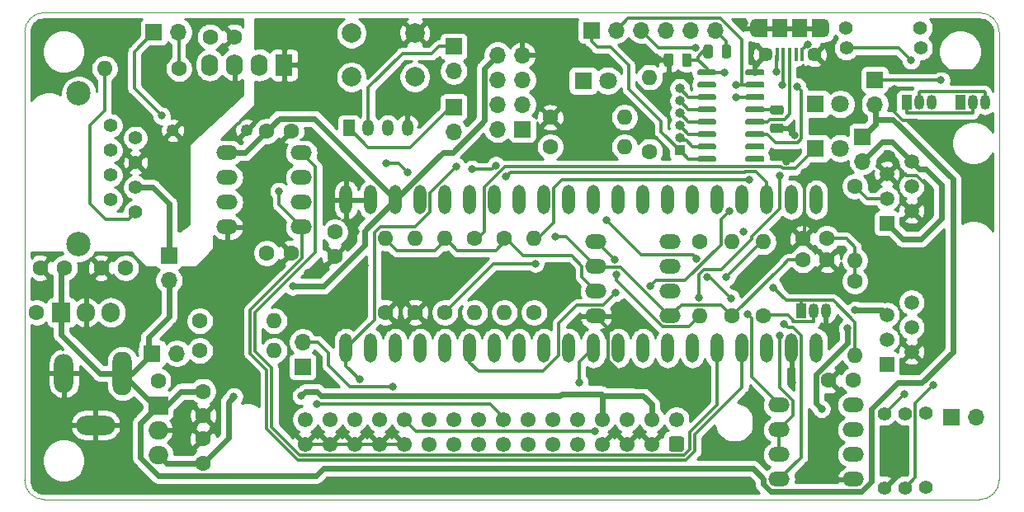
<source format=gbl>
G04 #@! TF.GenerationSoftware,KiCad,Pcbnew,5.1.8-db9833491~88~ubuntu20.04.1*
G04 #@! TF.CreationDate,2020-12-16T09:57:55+01:00*
G04 #@! TF.ProjectId,c6021light,63363032-316c-4696-9768-742e6b696361,rev?*
G04 #@! TF.SameCoordinates,Original*
G04 #@! TF.FileFunction,Copper,L2,Bot*
G04 #@! TF.FilePolarity,Positive*
%FSLAX46Y46*%
G04 Gerber Fmt 4.6, Leading zero omitted, Abs format (unit mm)*
G04 Created by KiCad (PCBNEW 5.1.8-db9833491~88~ubuntu20.04.1) date 2020-12-16 09:57:55*
%MOMM*%
%LPD*%
G01*
G04 APERTURE LIST*
G04 #@! TA.AperFunction,Profile*
%ADD10C,0.050000*%
G04 #@! TD*
G04 #@! TA.AperFunction,ComponentPad*
%ADD11C,1.550000*%
G04 #@! TD*
G04 #@! TA.AperFunction,ComponentPad*
%ADD12O,1.700000X1.700000*%
G04 #@! TD*
G04 #@! TA.AperFunction,ComponentPad*
%ADD13R,1.700000X1.700000*%
G04 #@! TD*
G04 #@! TA.AperFunction,ComponentPad*
%ADD14C,1.400000*%
G04 #@! TD*
G04 #@! TA.AperFunction,ComponentPad*
%ADD15C,1.600000*%
G04 #@! TD*
G04 #@! TA.AperFunction,ComponentPad*
%ADD16R,1.050000X1.500000*%
G04 #@! TD*
G04 #@! TA.AperFunction,ComponentPad*
%ADD17O,1.050000X1.500000*%
G04 #@! TD*
G04 #@! TA.AperFunction,SMDPad,CuDef*
%ADD18R,1.200000X1.900000*%
G04 #@! TD*
G04 #@! TA.AperFunction,ComponentPad*
%ADD19O,1.200000X1.900000*%
G04 #@! TD*
G04 #@! TA.AperFunction,SMDPad,CuDef*
%ADD20R,1.500000X1.900000*%
G04 #@! TD*
G04 #@! TA.AperFunction,ComponentPad*
%ADD21C,1.450000*%
G04 #@! TD*
G04 #@! TA.AperFunction,SMDPad,CuDef*
%ADD22R,0.400000X1.350000*%
G04 #@! TD*
G04 #@! TA.AperFunction,ComponentPad*
%ADD23O,1.000000X1.000000*%
G04 #@! TD*
G04 #@! TA.AperFunction,ComponentPad*
%ADD24R,1.000000X1.000000*%
G04 #@! TD*
G04 #@! TA.AperFunction,ComponentPad*
%ADD25O,1.600000X1.600000*%
G04 #@! TD*
G04 #@! TA.AperFunction,ComponentPad*
%ADD26O,2.199640X1.501140*%
G04 #@! TD*
G04 #@! TA.AperFunction,ComponentPad*
%ADD27C,2.499360*%
G04 #@! TD*
G04 #@! TA.AperFunction,ComponentPad*
%ADD28C,1.399540*%
G04 #@! TD*
G04 #@! TA.AperFunction,ComponentPad*
%ADD29O,1.300000X3.000000*%
G04 #@! TD*
G04 #@! TA.AperFunction,ComponentPad*
%ADD30C,1.998980*%
G04 #@! TD*
G04 #@! TA.AperFunction,ComponentPad*
%ADD31R,1.520000X1.520000*%
G04 #@! TD*
G04 #@! TA.AperFunction,ComponentPad*
%ADD32C,1.520000*%
G04 #@! TD*
G04 #@! TA.AperFunction,ComponentPad*
%ADD33C,1.250000*%
G04 #@! TD*
G04 #@! TA.AperFunction,ComponentPad*
%ADD34C,1.800000*%
G04 #@! TD*
G04 #@! TA.AperFunction,ComponentPad*
%ADD35R,1.800000X1.800000*%
G04 #@! TD*
G04 #@! TA.AperFunction,ComponentPad*
%ADD36O,2.000000X1.905000*%
G04 #@! TD*
G04 #@! TA.AperFunction,ComponentPad*
%ADD37R,2.000000X1.905000*%
G04 #@! TD*
G04 #@! TA.AperFunction,ComponentPad*
%ADD38O,1.905000X2.000000*%
G04 #@! TD*
G04 #@! TA.AperFunction,ComponentPad*
%ADD39R,1.905000X2.000000*%
G04 #@! TD*
G04 #@! TA.AperFunction,ComponentPad*
%ADD40R,1.750000X2.250000*%
G04 #@! TD*
G04 #@! TA.AperFunction,ComponentPad*
%ADD41O,1.750000X2.250000*%
G04 #@! TD*
G04 #@! TA.AperFunction,ComponentPad*
%ADD42O,1.198880X1.699260*%
G04 #@! TD*
G04 #@! TA.AperFunction,ComponentPad*
%ADD43R,1.198880X1.699260*%
G04 #@! TD*
G04 #@! TA.AperFunction,ComponentPad*
%ADD44O,1.998980X4.500880*%
G04 #@! TD*
G04 #@! TA.AperFunction,ComponentPad*
%ADD45O,1.998980X4.000500*%
G04 #@! TD*
G04 #@! TA.AperFunction,ComponentPad*
%ADD46O,4.000500X1.998980*%
G04 #@! TD*
G04 #@! TA.AperFunction,ViaPad*
%ADD47C,0.800000*%
G04 #@! TD*
G04 #@! TA.AperFunction,Conductor*
%ADD48C,0.300000*%
G04 #@! TD*
G04 #@! TA.AperFunction,Conductor*
%ADD49C,0.600000*%
G04 #@! TD*
G04 #@! TA.AperFunction,Conductor*
%ADD50C,0.254000*%
G04 #@! TD*
G04 #@! TA.AperFunction,Conductor*
%ADD51C,0.100000*%
G04 #@! TD*
G04 APERTURE END LIST*
D10*
X102000000Y-100000000D02*
G75*
G02*
X100000000Y-98000000I0J2000000D01*
G01*
X100000000Y-52000000D02*
G75*
G02*
X102000000Y-50000000I2000000J0D01*
G01*
X200000000Y-98000000D02*
G75*
G02*
X198000000Y-100000000I-2000000J0D01*
G01*
X198000000Y-50000000D02*
G75*
G02*
X200000000Y-52000000I0J-2000000D01*
G01*
X100000000Y-52000000D02*
X100000000Y-98000000D01*
X198000000Y-50000000D02*
X102000000Y-50000000D01*
X200000000Y-98000000D02*
X200000000Y-52000000D01*
X102000000Y-100000000D02*
X198000000Y-100000000D01*
G04 #@! TA.AperFunction,SMDPad,CuDef*
G36*
G01*
X170966000Y-55984000D02*
X170966000Y-56284000D01*
G75*
G02*
X170816000Y-56434000I-150000J0D01*
G01*
X169166000Y-56434000D01*
G75*
G02*
X169016000Y-56284000I0J150000D01*
G01*
X169016000Y-55984000D01*
G75*
G02*
X169166000Y-55834000I150000J0D01*
G01*
X170816000Y-55834000D01*
G75*
G02*
X170966000Y-55984000I0J-150000D01*
G01*
G37*
G04 #@! TD.AperFunction*
G04 #@! TA.AperFunction,SMDPad,CuDef*
G36*
G01*
X170966000Y-57254000D02*
X170966000Y-57554000D01*
G75*
G02*
X170816000Y-57704000I-150000J0D01*
G01*
X169166000Y-57704000D01*
G75*
G02*
X169016000Y-57554000I0J150000D01*
G01*
X169016000Y-57254000D01*
G75*
G02*
X169166000Y-57104000I150000J0D01*
G01*
X170816000Y-57104000D01*
G75*
G02*
X170966000Y-57254000I0J-150000D01*
G01*
G37*
G04 #@! TD.AperFunction*
G04 #@! TA.AperFunction,SMDPad,CuDef*
G36*
G01*
X170966000Y-58524000D02*
X170966000Y-58824000D01*
G75*
G02*
X170816000Y-58974000I-150000J0D01*
G01*
X169166000Y-58974000D01*
G75*
G02*
X169016000Y-58824000I0J150000D01*
G01*
X169016000Y-58524000D01*
G75*
G02*
X169166000Y-58374000I150000J0D01*
G01*
X170816000Y-58374000D01*
G75*
G02*
X170966000Y-58524000I0J-150000D01*
G01*
G37*
G04 #@! TD.AperFunction*
G04 #@! TA.AperFunction,SMDPad,CuDef*
G36*
G01*
X170966000Y-59794000D02*
X170966000Y-60094000D01*
G75*
G02*
X170816000Y-60244000I-150000J0D01*
G01*
X169166000Y-60244000D01*
G75*
G02*
X169016000Y-60094000I0J150000D01*
G01*
X169016000Y-59794000D01*
G75*
G02*
X169166000Y-59644000I150000J0D01*
G01*
X170816000Y-59644000D01*
G75*
G02*
X170966000Y-59794000I0J-150000D01*
G01*
G37*
G04 #@! TD.AperFunction*
G04 #@! TA.AperFunction,SMDPad,CuDef*
G36*
G01*
X170966000Y-61064000D02*
X170966000Y-61364000D01*
G75*
G02*
X170816000Y-61514000I-150000J0D01*
G01*
X169166000Y-61514000D01*
G75*
G02*
X169016000Y-61364000I0J150000D01*
G01*
X169016000Y-61064000D01*
G75*
G02*
X169166000Y-60914000I150000J0D01*
G01*
X170816000Y-60914000D01*
G75*
G02*
X170966000Y-61064000I0J-150000D01*
G01*
G37*
G04 #@! TD.AperFunction*
G04 #@! TA.AperFunction,SMDPad,CuDef*
G36*
G01*
X170966000Y-62334000D02*
X170966000Y-62634000D01*
G75*
G02*
X170816000Y-62784000I-150000J0D01*
G01*
X169166000Y-62784000D01*
G75*
G02*
X169016000Y-62634000I0J150000D01*
G01*
X169016000Y-62334000D01*
G75*
G02*
X169166000Y-62184000I150000J0D01*
G01*
X170816000Y-62184000D01*
G75*
G02*
X170966000Y-62334000I0J-150000D01*
G01*
G37*
G04 #@! TD.AperFunction*
G04 #@! TA.AperFunction,SMDPad,CuDef*
G36*
G01*
X170966000Y-63604000D02*
X170966000Y-63904000D01*
G75*
G02*
X170816000Y-64054000I-150000J0D01*
G01*
X169166000Y-64054000D01*
G75*
G02*
X169016000Y-63904000I0J150000D01*
G01*
X169016000Y-63604000D01*
G75*
G02*
X169166000Y-63454000I150000J0D01*
G01*
X170816000Y-63454000D01*
G75*
G02*
X170966000Y-63604000I0J-150000D01*
G01*
G37*
G04 #@! TD.AperFunction*
G04 #@! TA.AperFunction,SMDPad,CuDef*
G36*
G01*
X170966000Y-64874000D02*
X170966000Y-65174000D01*
G75*
G02*
X170816000Y-65324000I-150000J0D01*
G01*
X169166000Y-65324000D01*
G75*
G02*
X169016000Y-65174000I0J150000D01*
G01*
X169016000Y-64874000D01*
G75*
G02*
X169166000Y-64724000I150000J0D01*
G01*
X170816000Y-64724000D01*
G75*
G02*
X170966000Y-64874000I0J-150000D01*
G01*
G37*
G04 #@! TD.AperFunction*
G04 #@! TA.AperFunction,SMDPad,CuDef*
G36*
G01*
X175916000Y-64874000D02*
X175916000Y-65174000D01*
G75*
G02*
X175766000Y-65324000I-150000J0D01*
G01*
X174116000Y-65324000D01*
G75*
G02*
X173966000Y-65174000I0J150000D01*
G01*
X173966000Y-64874000D01*
G75*
G02*
X174116000Y-64724000I150000J0D01*
G01*
X175766000Y-64724000D01*
G75*
G02*
X175916000Y-64874000I0J-150000D01*
G01*
G37*
G04 #@! TD.AperFunction*
G04 #@! TA.AperFunction,SMDPad,CuDef*
G36*
G01*
X175916000Y-63604000D02*
X175916000Y-63904000D01*
G75*
G02*
X175766000Y-64054000I-150000J0D01*
G01*
X174116000Y-64054000D01*
G75*
G02*
X173966000Y-63904000I0J150000D01*
G01*
X173966000Y-63604000D01*
G75*
G02*
X174116000Y-63454000I150000J0D01*
G01*
X175766000Y-63454000D01*
G75*
G02*
X175916000Y-63604000I0J-150000D01*
G01*
G37*
G04 #@! TD.AperFunction*
G04 #@! TA.AperFunction,SMDPad,CuDef*
G36*
G01*
X175916000Y-62334000D02*
X175916000Y-62634000D01*
G75*
G02*
X175766000Y-62784000I-150000J0D01*
G01*
X174116000Y-62784000D01*
G75*
G02*
X173966000Y-62634000I0J150000D01*
G01*
X173966000Y-62334000D01*
G75*
G02*
X174116000Y-62184000I150000J0D01*
G01*
X175766000Y-62184000D01*
G75*
G02*
X175916000Y-62334000I0J-150000D01*
G01*
G37*
G04 #@! TD.AperFunction*
G04 #@! TA.AperFunction,SMDPad,CuDef*
G36*
G01*
X175916000Y-61064000D02*
X175916000Y-61364000D01*
G75*
G02*
X175766000Y-61514000I-150000J0D01*
G01*
X174116000Y-61514000D01*
G75*
G02*
X173966000Y-61364000I0J150000D01*
G01*
X173966000Y-61064000D01*
G75*
G02*
X174116000Y-60914000I150000J0D01*
G01*
X175766000Y-60914000D01*
G75*
G02*
X175916000Y-61064000I0J-150000D01*
G01*
G37*
G04 #@! TD.AperFunction*
G04 #@! TA.AperFunction,SMDPad,CuDef*
G36*
G01*
X175916000Y-59794000D02*
X175916000Y-60094000D01*
G75*
G02*
X175766000Y-60244000I-150000J0D01*
G01*
X174116000Y-60244000D01*
G75*
G02*
X173966000Y-60094000I0J150000D01*
G01*
X173966000Y-59794000D01*
G75*
G02*
X174116000Y-59644000I150000J0D01*
G01*
X175766000Y-59644000D01*
G75*
G02*
X175916000Y-59794000I0J-150000D01*
G01*
G37*
G04 #@! TD.AperFunction*
G04 #@! TA.AperFunction,SMDPad,CuDef*
G36*
G01*
X175916000Y-58524000D02*
X175916000Y-58824000D01*
G75*
G02*
X175766000Y-58974000I-150000J0D01*
G01*
X174116000Y-58974000D01*
G75*
G02*
X173966000Y-58824000I0J150000D01*
G01*
X173966000Y-58524000D01*
G75*
G02*
X174116000Y-58374000I150000J0D01*
G01*
X175766000Y-58374000D01*
G75*
G02*
X175916000Y-58524000I0J-150000D01*
G01*
G37*
G04 #@! TD.AperFunction*
G04 #@! TA.AperFunction,SMDPad,CuDef*
G36*
G01*
X175916000Y-57254000D02*
X175916000Y-57554000D01*
G75*
G02*
X175766000Y-57704000I-150000J0D01*
G01*
X174116000Y-57704000D01*
G75*
G02*
X173966000Y-57554000I0J150000D01*
G01*
X173966000Y-57254000D01*
G75*
G02*
X174116000Y-57104000I150000J0D01*
G01*
X175766000Y-57104000D01*
G75*
G02*
X175916000Y-57254000I0J-150000D01*
G01*
G37*
G04 #@! TD.AperFunction*
G04 #@! TA.AperFunction,SMDPad,CuDef*
G36*
G01*
X175916000Y-55984000D02*
X175916000Y-56284000D01*
G75*
G02*
X175766000Y-56434000I-150000J0D01*
G01*
X174116000Y-56434000D01*
G75*
G02*
X173966000Y-56284000I0J150000D01*
G01*
X173966000Y-55984000D01*
G75*
G02*
X174116000Y-55834000I150000J0D01*
G01*
X175766000Y-55834000D01*
G75*
G02*
X175916000Y-55984000I0J-150000D01*
G01*
G37*
G04 #@! TD.AperFunction*
D11*
X128778000Y-91760000D03*
X131318000Y-91760000D03*
X133858000Y-91760000D03*
X136398000Y-91760000D03*
X138938000Y-91760000D03*
X141478000Y-91760000D03*
X144018000Y-91760000D03*
X146558000Y-91760000D03*
X149098000Y-91760000D03*
X151638000Y-91760000D03*
X154178000Y-91760000D03*
X156718000Y-91760000D03*
X159258000Y-91760000D03*
X161798000Y-91760000D03*
X164338000Y-91760000D03*
X166878000Y-91760000D03*
X128778000Y-94300000D03*
X131318000Y-94300000D03*
X133858000Y-94300000D03*
X136398000Y-94300000D03*
X138938000Y-94300000D03*
X141478000Y-94300000D03*
X144018000Y-94300000D03*
X146558000Y-94300000D03*
X149098000Y-94300000D03*
X151638000Y-94300000D03*
X154178000Y-94300000D03*
X156718000Y-94300000D03*
X159258000Y-94300000D03*
X161798000Y-94300000D03*
X164338000Y-94300000D03*
G04 #@! TA.AperFunction,ComponentPad*
G36*
G01*
X167403001Y-95075000D02*
X166352999Y-95075000D01*
G75*
G02*
X166103000Y-94825001I0J249999D01*
G01*
X166103000Y-93774999D01*
G75*
G02*
X166352999Y-93525000I249999J0D01*
G01*
X167403001Y-93525000D01*
G75*
G02*
X167653000Y-93774999I0J-249999D01*
G01*
X167653000Y-94825001D01*
G75*
G02*
X167403001Y-95075000I-249999J0D01*
G01*
G37*
G04 #@! TD.AperFunction*
D12*
X187223400Y-59410600D03*
D13*
X187223400Y-56870600D03*
D12*
X185978800Y-65278000D03*
D13*
X185978800Y-62738000D03*
D12*
X197612000Y-91567000D03*
D13*
X195072000Y-91567000D03*
D12*
X114808000Y-77470000D03*
D13*
X114808000Y-74930000D03*
D14*
X190347600Y-98780600D03*
X190347600Y-91160600D03*
X188239400Y-98780600D03*
X188239400Y-91160600D03*
X192481200Y-98755200D03*
X192481200Y-91135200D03*
D15*
X121524400Y-52476400D03*
X119024400Y-52476400D03*
X127341000Y-62166500D03*
X124841000Y-62166500D03*
X131826000Y-75017000D03*
X131826000Y-72517000D03*
X127341000Y-74676000D03*
X124841000Y-74676000D03*
X118287800Y-93766000D03*
X118287800Y-96266000D03*
X118313200Y-91374600D03*
X118313200Y-88874600D03*
D12*
X115620800Y-84988400D03*
D13*
X113080800Y-84988400D03*
D14*
X184289700Y-51574700D03*
X191909700Y-51574700D03*
X184302400Y-53644800D03*
X191922400Y-53644800D03*
D16*
X190525400Y-59207400D03*
D17*
X193065400Y-59207400D03*
X191795400Y-59207400D03*
D16*
X195999100Y-59207400D03*
D17*
X198539100Y-59207400D03*
X197269100Y-59207400D03*
G04 #@! TA.AperFunction,SMDPad,CuDef*
G36*
G01*
X171519000Y-54431250D02*
X171519000Y-53518750D01*
G75*
G02*
X171762750Y-53275000I243750J0D01*
G01*
X172250250Y-53275000D01*
G75*
G02*
X172494000Y-53518750I0J-243750D01*
G01*
X172494000Y-54431250D01*
G75*
G02*
X172250250Y-54675000I-243750J0D01*
G01*
X171762750Y-54675000D01*
G75*
G02*
X171519000Y-54431250I0J243750D01*
G01*
G37*
G04 #@! TD.AperFunction*
G04 #@! TA.AperFunction,SMDPad,CuDef*
G36*
G01*
X169644000Y-54431250D02*
X169644000Y-53518750D01*
G75*
G02*
X169887750Y-53275000I243750J0D01*
G01*
X170375250Y-53275000D01*
G75*
G02*
X170619000Y-53518750I0J-243750D01*
G01*
X170619000Y-54431250D01*
G75*
G02*
X170375250Y-54675000I-243750J0D01*
G01*
X169887750Y-54675000D01*
G75*
G02*
X169644000Y-54431250I0J243750D01*
G01*
G37*
G04 #@! TD.AperFunction*
D18*
X175611200Y-51594500D03*
X181411200Y-51594500D03*
D19*
X182011200Y-51594500D03*
X175011200Y-51594500D03*
D20*
X177511200Y-51594500D03*
D21*
X181011200Y-54294500D03*
D22*
X178511200Y-54294500D03*
X179161200Y-54294500D03*
X179811200Y-54294500D03*
X177211200Y-54294500D03*
X177861200Y-54294500D03*
D21*
X176011200Y-54294500D03*
D20*
X179511200Y-51594500D03*
D23*
X167208200Y-57785000D03*
X167208200Y-59055000D03*
X167208200Y-60325000D03*
X167208200Y-61595000D03*
X167208200Y-62865000D03*
D24*
X167208200Y-64135000D03*
D25*
X125603000Y-81661000D03*
D15*
X117983000Y-81661000D03*
D25*
X125603000Y-84709000D03*
D15*
X117983000Y-84709000D03*
D25*
X164134800Y-56616600D03*
D15*
X164134800Y-64236600D03*
D25*
X161544000Y-60756800D03*
D15*
X153924000Y-60756800D03*
D25*
X161544000Y-63779400D03*
D15*
X153924000Y-63779400D03*
D25*
X185191400Y-85191600D03*
D15*
X185191400Y-77571600D03*
D25*
X143129000Y-73152000D03*
D15*
X143129000Y-80772000D03*
D25*
X137033000Y-73152000D03*
D15*
X137033000Y-80772000D03*
D25*
X140081000Y-73152000D03*
D15*
X140081000Y-80772000D03*
D25*
X172593000Y-73533000D03*
D15*
X172593000Y-81153000D03*
D25*
X149225000Y-80772000D03*
D15*
X149225000Y-73152000D03*
D25*
X169291000Y-81153000D03*
D15*
X169291000Y-73533000D03*
D25*
X146177000Y-80772000D03*
D15*
X146177000Y-73152000D03*
D25*
X152273000Y-73152000D03*
D15*
X152273000Y-80772000D03*
D25*
X175768000Y-73533000D03*
D15*
X175768000Y-81153000D03*
D25*
X108204000Y-55753000D03*
D15*
X115824000Y-55753000D03*
D25*
X185191400Y-75438000D03*
D15*
X185191400Y-67818000D03*
D26*
X185039000Y-90297000D03*
X185039000Y-92837000D03*
X185039000Y-95377000D03*
X185039000Y-97917000D03*
X177419000Y-97917000D03*
X177419000Y-95377000D03*
X177419000Y-92837000D03*
X177419000Y-90297000D03*
D15*
X182513600Y-87757000D03*
X185013600Y-87757000D03*
X182332000Y-75387200D03*
X179832000Y-75387200D03*
X179821200Y-73202800D03*
X182321200Y-73202800D03*
D27*
X105537000Y-73787000D03*
X105537000Y-58293000D03*
D28*
X111379000Y-70485000D03*
X108839000Y-69215000D03*
X111379000Y-67945000D03*
X108839000Y-66675000D03*
X111379000Y-65405000D03*
X111379000Y-62865000D03*
X108839000Y-61595000D03*
X108839000Y-64135000D03*
D15*
X107863000Y-76200000D03*
X110363000Y-76200000D03*
X101600000Y-76200000D03*
X104100000Y-76200000D03*
D29*
X132969000Y-69207380D03*
X132969000Y-84455000D03*
X135509000Y-69207380D03*
X135509000Y-84455000D03*
X138049000Y-69215000D03*
X138049000Y-84447380D03*
X140589000Y-69215000D03*
X140589000Y-84455000D03*
X143129000Y-69215000D03*
X143129000Y-84455000D03*
X145669000Y-69215000D03*
X145669000Y-84455000D03*
X148209000Y-69215000D03*
X148209000Y-84455000D03*
X150749000Y-69215000D03*
X150749000Y-84455000D03*
X153289000Y-69207380D03*
X153289000Y-84455000D03*
X155829000Y-69215000D03*
X155829000Y-84455000D03*
X158369000Y-69215000D03*
X158369000Y-84455000D03*
X160909000Y-69215000D03*
X160909000Y-84455000D03*
X163449000Y-69215000D03*
X163449000Y-84447380D03*
X165989000Y-69215000D03*
X165989000Y-84455000D03*
X168529000Y-69215000D03*
X168529000Y-84455000D03*
X171069000Y-69215000D03*
X171069000Y-84455000D03*
X173609000Y-69215000D03*
X173609000Y-84455000D03*
X176149000Y-69207380D03*
X176149000Y-84455000D03*
X178689000Y-69215000D03*
X178689000Y-84455000D03*
X181229000Y-69215000D03*
X181229000Y-84455000D03*
D12*
X128524000Y-83820000D03*
D13*
X128524000Y-86360000D03*
D30*
X140030200Y-56606440D03*
X133527800Y-52105560D03*
X140030200Y-52105560D03*
X133527800Y-56606440D03*
D12*
X148526500Y-54356000D03*
X151066500Y-54356000D03*
X148526500Y-56896000D03*
X151066500Y-56896000D03*
X148526500Y-59436000D03*
X151066500Y-59436000D03*
X148526500Y-61976000D03*
D13*
X151066500Y-61976000D03*
D15*
X113690400Y-87782400D03*
X101219000Y-80772000D03*
D12*
X170865800Y-51790600D03*
X168325800Y-51790600D03*
X165785800Y-51790600D03*
X163245800Y-51790600D03*
X160705800Y-51790600D03*
D13*
X158165800Y-51790600D03*
D31*
X188468000Y-71628000D03*
D32*
X191008000Y-70358000D03*
X188468000Y-69088000D03*
X191008000Y-67818000D03*
X188468000Y-66548000D03*
X191008000Y-65278000D03*
D33*
X122810000Y-62103000D03*
X115190000Y-62103000D03*
G04 #@! TA.AperFunction,SMDPad,CuDef*
G36*
G01*
X166555000Y-54407750D02*
X166555000Y-55320250D01*
G75*
G02*
X166311250Y-55564000I-243750J0D01*
G01*
X165823750Y-55564000D01*
G75*
G02*
X165580000Y-55320250I0J243750D01*
G01*
X165580000Y-54407750D01*
G75*
G02*
X165823750Y-54164000I243750J0D01*
G01*
X166311250Y-54164000D01*
G75*
G02*
X166555000Y-54407750I0J-243750D01*
G01*
G37*
G04 #@! TD.AperFunction*
G04 #@! TA.AperFunction,SMDPad,CuDef*
G36*
G01*
X168430000Y-54407750D02*
X168430000Y-55320250D01*
G75*
G02*
X168186250Y-55564000I-243750J0D01*
G01*
X167698750Y-55564000D01*
G75*
G02*
X167455000Y-55320250I0J243750D01*
G01*
X167455000Y-54407750D01*
G75*
G02*
X167698750Y-54164000I243750J0D01*
G01*
X168186250Y-54164000D01*
G75*
G02*
X168430000Y-54407750I0J-243750D01*
G01*
G37*
G04 #@! TD.AperFunction*
D12*
X144018000Y-56007000D03*
D13*
X144018000Y-53467000D03*
D12*
X144018000Y-62230000D03*
D13*
X144018000Y-59690000D03*
D34*
X183705500Y-59385200D03*
D35*
X181165500Y-59385200D03*
D34*
X183705500Y-63931800D03*
D35*
X181165500Y-63931800D03*
D34*
X159842200Y-56972200D03*
D35*
X157302200Y-56972200D03*
G04 #@! TA.AperFunction,SMDPad,CuDef*
G36*
G01*
X176734150Y-61382300D02*
X177646650Y-61382300D01*
G75*
G02*
X177890400Y-61626050I0J-243750D01*
G01*
X177890400Y-62113550D01*
G75*
G02*
X177646650Y-62357300I-243750J0D01*
G01*
X176734150Y-62357300D01*
G75*
G02*
X176490400Y-62113550I0J243750D01*
G01*
X176490400Y-61626050D01*
G75*
G02*
X176734150Y-61382300I243750J0D01*
G01*
G37*
G04 #@! TD.AperFunction*
G04 #@! TA.AperFunction,SMDPad,CuDef*
G36*
G01*
X176734150Y-59507300D02*
X177646650Y-59507300D01*
G75*
G02*
X177890400Y-59751050I0J-243750D01*
G01*
X177890400Y-60238550D01*
G75*
G02*
X177646650Y-60482300I-243750J0D01*
G01*
X176734150Y-60482300D01*
G75*
G02*
X176490400Y-60238550I0J243750D01*
G01*
X176490400Y-59751050D01*
G75*
G02*
X176734150Y-59507300I243750J0D01*
G01*
G37*
G04 #@! TD.AperFunction*
D26*
X166243000Y-73533000D03*
X166243000Y-76073000D03*
X166243000Y-78613000D03*
X166243000Y-81153000D03*
X158623000Y-81153000D03*
X158623000Y-78613000D03*
X158623000Y-76073000D03*
X158623000Y-73533000D03*
X120777000Y-72009000D03*
X120777000Y-69469000D03*
X120777000Y-66929000D03*
X120777000Y-64389000D03*
X128397000Y-64389000D03*
X128397000Y-66929000D03*
X128397000Y-69469000D03*
X128397000Y-72009000D03*
D36*
X113690400Y-95402400D03*
X113690400Y-92862400D03*
D37*
X113690400Y-90322400D03*
D38*
X108839000Y-80772000D03*
X106299000Y-80772000D03*
D39*
X103759000Y-80772000D03*
D16*
X179679600Y-80645000D03*
D17*
X182219600Y-80645000D03*
X180949600Y-80645000D03*
D40*
X126619000Y-55372000D03*
D41*
X124079000Y-55372000D03*
X121539000Y-55372000D03*
X118999000Y-55372000D03*
D31*
X188468000Y-86106000D03*
D32*
X191008000Y-84836000D03*
X188468000Y-83566000D03*
X191008000Y-82296000D03*
X188468000Y-81026000D03*
X191008000Y-79756000D03*
D12*
X115798600Y-51993800D03*
D13*
X113258600Y-51993800D03*
D42*
X139270740Y-61849000D03*
X135270240Y-61849000D03*
X137271760Y-61849000D03*
D43*
X133268720Y-61849000D03*
D44*
X110035340Y-87045800D03*
D45*
X104033320Y-87045800D03*
D46*
X107284520Y-92346780D03*
D47*
X132080000Y-78486000D03*
X134302500Y-79311500D03*
X129032000Y-76708000D03*
X164401500Y-88519000D03*
X178752500Y-88011000D03*
X174498000Y-89471500D03*
X174434500Y-94932500D03*
X170116500Y-93853000D03*
X169291000Y-90614500D03*
X133985000Y-72453500D03*
X134874000Y-75946000D03*
X122936000Y-75819000D03*
X173848242Y-51037546D03*
X180359003Y-53230027D03*
X178142900Y-65252600D03*
X180009800Y-66395600D03*
X188899800Y-64592200D03*
X192836800Y-69062600D03*
X124129800Y-77012800D03*
X197027800Y-66573400D03*
X189255400Y-57810400D03*
X189204600Y-55194200D03*
X198932800Y-56007000D03*
X178968400Y-62560200D03*
X165058939Y-54778061D03*
X144272000Y-65786000D03*
X134355990Y-87641990D03*
X127508000Y-78105000D03*
X160528000Y-75374500D03*
X160678092Y-76874511D03*
X172021500Y-77152500D03*
X137096500Y-65468500D03*
X139319000Y-66421000D03*
X164211000Y-78105000D03*
X160655000Y-78740000D03*
X172279850Y-70375392D03*
X172974000Y-58674000D03*
X168808211Y-53590571D03*
X169164000Y-79248000D03*
X172974000Y-57404000D03*
X177495163Y-66695223D03*
X156921200Y-87985600D03*
X158546800Y-92989400D03*
X177922262Y-81942989D03*
X177514771Y-83176390D03*
X126111000Y-68326000D03*
X145921324Y-66074262D03*
X149415500Y-66802000D03*
X148361911Y-65684911D03*
X121475500Y-89408000D03*
X128397000Y-89344500D03*
X154432000Y-73025000D03*
X171831000Y-56134000D03*
X177111190Y-56045348D03*
X174377248Y-67124900D03*
X114046000Y-60579000D03*
X190296800Y-89128600D03*
X184404000Y-82423000D03*
X185216800Y-80543400D03*
X181763590Y-90684271D03*
X193217800Y-88265000D03*
X179247800Y-57607200D03*
X177723800Y-57429400D03*
X152400000Y-75755500D03*
X173736000Y-72517000D03*
X176847500Y-78232000D03*
X174180500Y-80962500D03*
X172466000Y-79311500D03*
X170053000Y-77152500D03*
X168951162Y-75288662D03*
X159702500Y-71310500D03*
X137795000Y-88392000D03*
X129948643Y-90210680D03*
X194017900Y-56921400D03*
X190957200Y-54914800D03*
D48*
X132080000Y-78486000D02*
X133477000Y-78486000D01*
X133477000Y-78486000D02*
X134302500Y-79311500D01*
X127341000Y-74676000D02*
X125118500Y-76898500D01*
X131826000Y-75017000D02*
X130135000Y-76708000D01*
X130135000Y-76708000D02*
X129032000Y-76708000D01*
X132969000Y-71437500D02*
X132969000Y-69207380D01*
X133985000Y-72453500D02*
X132969000Y-71437500D01*
X159908990Y-85719217D02*
X162708773Y-88519000D01*
X158623000Y-81153000D02*
X159908990Y-82438990D01*
X162708773Y-88519000D02*
X164401500Y-88519000D01*
X159908990Y-82438990D02*
X159908990Y-85719217D01*
X178689000Y-84455000D02*
X178689000Y-87947500D01*
X178689000Y-87947500D02*
X178752500Y-88011000D01*
X174897999Y-94469001D02*
X174434500Y-94932500D01*
X174498000Y-89471500D02*
X174897999Y-89871499D01*
X174897999Y-89871499D02*
X174897999Y-94469001D01*
X171196000Y-94932500D02*
X170116500Y-93853000D01*
X174434500Y-94932500D02*
X171196000Y-94932500D01*
X169291000Y-90614500D02*
X167322500Y-88646000D01*
X164528500Y-88646000D02*
X164401500Y-88519000D01*
X167322500Y-88646000D02*
X164528500Y-88646000D01*
X134302500Y-76517500D02*
X134302500Y-79311500D01*
X134874000Y-75946000D02*
X134302500Y-76517500D01*
X120777000Y-72009000D02*
X120777000Y-73660000D01*
X120777000Y-73660000D02*
X122936000Y-75819000D01*
X171043600Y-51968400D02*
X170865800Y-51790600D01*
X179811200Y-54383400D02*
X179811200Y-53777830D01*
X179811200Y-53777830D02*
X180359003Y-53230027D01*
X180009800Y-73014200D02*
X179821200Y-73202800D01*
X180009800Y-66395600D02*
X180009800Y-73014200D01*
X191540801Y-66707999D02*
X192836800Y-68003998D01*
X190449914Y-66707999D02*
X191540801Y-66707999D01*
X188899800Y-64592200D02*
X188899800Y-65157885D01*
X192836800Y-68003998D02*
X192836800Y-69062600D01*
X188899800Y-65157885D02*
X190449914Y-66707999D01*
X125004200Y-77012800D02*
X125118500Y-76898500D01*
X124129800Y-77012800D02*
X125004200Y-77012800D01*
X197027800Y-66573400D02*
X191516000Y-61061600D01*
X191516000Y-61061600D02*
X190119000Y-61061600D01*
X190119000Y-61061600D02*
X189255400Y-60198000D01*
X189255400Y-60198000D02*
X189255400Y-57810400D01*
X189204600Y-55194200D02*
X190017400Y-56007000D01*
X190017400Y-56007000D02*
X198932800Y-56007000D01*
X138938000Y-94300000D02*
X136398000Y-94300000D01*
X136398000Y-94300000D02*
X133858000Y-94300000D01*
X133858000Y-94300000D02*
X131318000Y-94300000D01*
X131318000Y-94300000D02*
X128778000Y-94300000D01*
X179511200Y-51683400D02*
X182011200Y-51683400D01*
X179511200Y-51683400D02*
X177511200Y-51683400D01*
X177511200Y-51683400D02*
X175611200Y-51683400D01*
X175982400Y-54412200D02*
X176011200Y-54383400D01*
X176011200Y-54383400D02*
X175276600Y-55118000D01*
X175276600Y-55417400D02*
X174941000Y-55753000D01*
X175276600Y-55118000D02*
X175276600Y-55417400D01*
X177190400Y-61869800D02*
X178303400Y-61869800D01*
X178968400Y-62534800D02*
X178968400Y-62560200D01*
X178303400Y-61869800D02*
X178968400Y-62534800D01*
X166067500Y-54864000D02*
X165144878Y-54864000D01*
X165144878Y-54864000D02*
X165058939Y-54778061D01*
X172006500Y-52931300D02*
X170865800Y-51790600D01*
X172006500Y-53975000D02*
X172006500Y-52931300D01*
X141589010Y-70479217D02*
X141589010Y-68468990D01*
X140066228Y-72001999D02*
X141589010Y-70479217D01*
X136480999Y-72001999D02*
X140066228Y-72001999D01*
X135882999Y-72599999D02*
X136480999Y-72001999D01*
X135882999Y-81541001D02*
X135882999Y-72599999D01*
X141589010Y-68468990D02*
X144272000Y-65786000D01*
X132969000Y-84455000D02*
X135882999Y-81541001D01*
X132969000Y-84455000D02*
X132969000Y-86255000D01*
X132969000Y-86255000D02*
X134355990Y-87641990D01*
D49*
X126141001Y-60866499D02*
X124841000Y-62166500D01*
X129700499Y-60866499D02*
X126141001Y-60866499D01*
X138049000Y-69215000D02*
X129700499Y-60866499D01*
X138049000Y-69215000D02*
X142938500Y-64325500D01*
X147176499Y-55706001D02*
X148526500Y-54356000D01*
X147176499Y-61069503D02*
X147176499Y-55706001D01*
X143920502Y-64325500D02*
X147176499Y-61069503D01*
X142938500Y-64325500D02*
X143920502Y-64325500D01*
X122618500Y-64389000D02*
X120777000Y-64389000D01*
X124841000Y-62166500D02*
X122618500Y-64389000D01*
X134885001Y-72378999D02*
X134885001Y-73882001D01*
X138049000Y-69215000D02*
X134885001Y-72378999D01*
X130662002Y-78105000D02*
X127508000Y-78105000D01*
X134885001Y-73882001D02*
X130662002Y-78105000D01*
D48*
X160678092Y-77493797D02*
X160678092Y-76874511D01*
X165437875Y-82253580D02*
X160678092Y-77493797D01*
X169291000Y-81153000D02*
X168190420Y-82253580D01*
X168190420Y-82253580D02*
X165437875Y-82253580D01*
X158686500Y-73533000D02*
X160528000Y-75374500D01*
X158623000Y-73533000D02*
X158686500Y-73533000D01*
X175641000Y-73533000D02*
X175768000Y-73533000D01*
X172021500Y-77152500D02*
X175641000Y-73533000D01*
X137096500Y-65468500D02*
X138366500Y-65468500D01*
X138366500Y-65468500D02*
X139319000Y-66421000D01*
X141739990Y-54221010D02*
X142494000Y-53467000D01*
X135270240Y-61849000D02*
X135270240Y-57706260D01*
X142494000Y-53467000D02*
X144018000Y-53467000D01*
X138755490Y-54221010D02*
X141739990Y-54221010D01*
X135270240Y-57706260D02*
X138755490Y-54221010D01*
X144018000Y-59690000D02*
X143700500Y-59690000D01*
X143700500Y-59690000D02*
X139573000Y-63817500D01*
X135237220Y-63817500D02*
X133268720Y-61849000D01*
X139573000Y-63817500D02*
X135237220Y-63817500D01*
X156675580Y-80052420D02*
X159342580Y-80052420D01*
X154828990Y-85179237D02*
X154828990Y-81899010D01*
X145669000Y-84455000D02*
X145669000Y-85915500D01*
X154828990Y-81899010D02*
X156675580Y-80052420D01*
X159342580Y-80052420D02*
X160655000Y-78740000D01*
X145669000Y-85915500D02*
X146558000Y-86804500D01*
X146558000Y-86804500D02*
X153203727Y-86804500D01*
X153203727Y-86804500D02*
X154828990Y-85179237D01*
X164211000Y-78105000D02*
X164803580Y-77512420D01*
X167788080Y-77512420D02*
X171442999Y-73857501D01*
X164803580Y-77512420D02*
X167788080Y-77512420D01*
X171442999Y-71232228D02*
X172069010Y-70606217D01*
X171442999Y-73857501D02*
X171442999Y-71232228D01*
X172069010Y-70586232D02*
X172279850Y-70375392D01*
X172069010Y-70606217D02*
X172069010Y-70586232D01*
X172974000Y-58674000D02*
X174941000Y-58674000D01*
X163245800Y-51790600D02*
X165045771Y-53590571D01*
X165045771Y-53590571D02*
X168808211Y-53590571D01*
X174625000Y-73221315D02*
X174625000Y-72995607D01*
X174625000Y-72995607D02*
X177495163Y-70125444D01*
X177495163Y-70125444D02*
X177495163Y-66695223D01*
X171443817Y-76402498D02*
X174625000Y-73221315D01*
X169692998Y-76402498D02*
X171443817Y-76402498D01*
X169164000Y-76931496D02*
X169692998Y-76402498D01*
X169164000Y-79248000D02*
X169164000Y-76931496D01*
X173597001Y-57392001D02*
X173609000Y-57404000D01*
X173597001Y-52790523D02*
X173597001Y-57392001D01*
X171397077Y-50590599D02*
X173597001Y-52790523D01*
X161905801Y-50590599D02*
X171397077Y-50590599D01*
X160705800Y-51790600D02*
X161905801Y-50590599D01*
X173609000Y-57404000D02*
X172974000Y-57404000D01*
X174941000Y-57404000D02*
X173609000Y-57404000D01*
X156921200Y-85902800D02*
X158369000Y-84455000D01*
X156921200Y-87985600D02*
X156921200Y-85902800D01*
X140167400Y-92989400D02*
X138938000Y-91760000D01*
X158546800Y-92989400D02*
X140167400Y-92989400D01*
X165989000Y-69215000D02*
X166116000Y-69342000D01*
X179689010Y-95646990D02*
X177419000Y-97917000D01*
X178862988Y-82342988D02*
X179689010Y-83169010D01*
X179689010Y-83169010D02*
X179689010Y-95646990D01*
X178322261Y-82342988D02*
X178862988Y-82342988D01*
X177922262Y-81942989D02*
X178322261Y-82342988D01*
X177419000Y-95377000D02*
X177419000Y-92837000D01*
X177514771Y-88487066D02*
X177514771Y-83176390D01*
X178868830Y-89841125D02*
X177514771Y-88487066D01*
X178868830Y-91387170D02*
X178868830Y-89841125D01*
X177419000Y-92837000D02*
X178868830Y-91387170D01*
X129846830Y-65838830D02*
X128397000Y-64389000D01*
X123642489Y-84776613D02*
X123642489Y-80818889D01*
X125349000Y-86483124D02*
X123642489Y-84776613D01*
X123642489Y-80818889D02*
X129846830Y-74614548D01*
X125349000Y-92536002D02*
X125349000Y-86483124D01*
X168267010Y-94809536D02*
X167651536Y-95425010D01*
X128238008Y-95425010D02*
X125349000Y-92536002D01*
X168267010Y-93093866D02*
X168267010Y-94809536D01*
X129846830Y-74614548D02*
X129846830Y-65838830D01*
X167651536Y-95425010D02*
X128238008Y-95425010D01*
X171069000Y-90291876D02*
X168267010Y-93093866D01*
X171069000Y-84455000D02*
X171069000Y-90291876D01*
X126111000Y-69723000D02*
X128397000Y-72009000D01*
X126111000Y-68326000D02*
X126111000Y-69723000D01*
X168767021Y-93300977D02*
X173609000Y-88458998D01*
X173609000Y-88458998D02*
X173609000Y-84455000D01*
X128397000Y-72009000D02*
X128491001Y-72103001D01*
X168767021Y-95016647D02*
X168767021Y-93300977D01*
X124833999Y-92728123D02*
X128030897Y-95925021D01*
X123142478Y-80551222D02*
X123142478Y-84983724D01*
X128030897Y-95925021D02*
X167858648Y-95925020D01*
X128491001Y-75202699D02*
X123142478Y-80551222D01*
X167858648Y-95925020D02*
X168767021Y-95016647D01*
X128491001Y-72103001D02*
X128491001Y-75202699D01*
X124833999Y-86675245D02*
X124833999Y-92728123D01*
X123142478Y-84983724D02*
X124833999Y-86675245D01*
X147972560Y-66074262D02*
X148361911Y-65684911D01*
X145921324Y-66074262D02*
X147972560Y-66074262D01*
X173892312Y-66374910D02*
X173962212Y-66305010D01*
X149842590Y-66374910D02*
X173892312Y-66374910D01*
X173962212Y-66305010D02*
X175046630Y-66305010D01*
X175046630Y-66305010D02*
X176149000Y-67407380D01*
X149415500Y-66802000D02*
X149842590Y-66374910D01*
X176149000Y-67407380D02*
X176149000Y-69207380D01*
D49*
X114554000Y-77343000D02*
X114681000Y-77216000D01*
X114731800Y-77546200D02*
X114808000Y-77470000D01*
X114808000Y-77470000D02*
X114808000Y-81229200D01*
X114808000Y-81229200D02*
X112725200Y-83312000D01*
X112725200Y-84455000D02*
X112420400Y-84759800D01*
X112725200Y-83312000D02*
X112725200Y-84455000D01*
X187274200Y-60972700D02*
X187274200Y-59474100D01*
X162640001Y-96820999D02*
X163224201Y-96820999D01*
X187274200Y-61442600D02*
X185978800Y-62738000D01*
X187274200Y-60972700D02*
X187274200Y-61442600D01*
X174767201Y-96820999D02*
X175819170Y-97872968D01*
X175819170Y-97872968D02*
X175819170Y-98435007D01*
X176551743Y-99167580D02*
X185906257Y-99167580D01*
X185906257Y-99167580D02*
X186913999Y-98159838D01*
X195232999Y-67094853D02*
X189110846Y-60972700D01*
X163224201Y-96820999D02*
X174767201Y-96820999D01*
X186913999Y-90688999D02*
X189579298Y-88023700D01*
X189110846Y-60972700D02*
X187274200Y-60972700D01*
X195232999Y-84852801D02*
X195232999Y-67094853D01*
X175819170Y-98435007D02*
X176551743Y-99167580D01*
X192062100Y-88023700D02*
X195232999Y-84852801D01*
X186913999Y-98159838D02*
X186913999Y-90688999D01*
X189579298Y-88023700D02*
X192062100Y-88023700D01*
X111861600Y-92151200D02*
X113690400Y-90322400D01*
X111861600Y-95675259D02*
X111861600Y-92151200D01*
X113752342Y-97566001D02*
X111861600Y-95675259D01*
X129891775Y-97566001D02*
X113752342Y-97566001D01*
X130636777Y-96820999D02*
X129891775Y-97566001D01*
X163224201Y-96820999D02*
X130636777Y-96820999D01*
X113690400Y-90322400D02*
X114579400Y-90322400D01*
X116027200Y-88874600D02*
X118313200Y-88874600D01*
X114579400Y-90322400D02*
X116027200Y-88874600D01*
X113311940Y-90322400D02*
X110035340Y-87045800D01*
X113690400Y-90322400D02*
X113311940Y-90322400D01*
X111023400Y-87045800D02*
X113080800Y-84988400D01*
X110035340Y-87045800D02*
X111023400Y-87045800D01*
X110035340Y-87045800D02*
X107721400Y-87045800D01*
X103759000Y-83083400D02*
X103759000Y-80772000D01*
X107721400Y-87045800D02*
X103759000Y-83083400D01*
X103759000Y-76541000D02*
X104100000Y-76200000D01*
X103759000Y-80772000D02*
X103759000Y-76541000D01*
X121475500Y-89471500D02*
X121475500Y-89408000D01*
X159258000Y-89484200D02*
X159397700Y-89344500D01*
X164338000Y-90220800D02*
X164338000Y-91567000D01*
X159397700Y-89344500D02*
X163461700Y-89344500D01*
X163461700Y-89344500D02*
X164338000Y-90220800D01*
X155098374Y-89128944D02*
X159182144Y-89128944D01*
X159182144Y-89128944D02*
X159397700Y-89344500D01*
X128397000Y-89344500D02*
X128796999Y-88944501D01*
X154882818Y-89344500D02*
X155098374Y-89128944D01*
X130014466Y-88944501D02*
X130414465Y-89344500D01*
X130414465Y-89344500D02*
X154882818Y-89344500D01*
X128796999Y-88944501D02*
X130014466Y-88944501D01*
X159258000Y-90881200D02*
X159258000Y-91760000D01*
X159258000Y-91567000D02*
X159258000Y-90881200D01*
X159258000Y-90881200D02*
X159258000Y-89484200D01*
X120902999Y-93650801D02*
X118287800Y-96266000D01*
X120902999Y-89980501D02*
X120902999Y-93650801D01*
X121475500Y-89408000D02*
X120902999Y-89980501D01*
X114554000Y-96266000D02*
X113690400Y-95402400D01*
X118287800Y-96266000D02*
X114554000Y-96266000D01*
D48*
X185191400Y-77571600D02*
X185191400Y-75438000D01*
X185191400Y-75438000D02*
X185191400Y-74091800D01*
X184302400Y-73202800D02*
X182321200Y-73202800D01*
X185191400Y-74091800D02*
X184302400Y-73202800D01*
X167393001Y-80002999D02*
X166243000Y-81153000D01*
X171442999Y-80002999D02*
X167393001Y-80002999D01*
X172593000Y-81153000D02*
X171442999Y-80002999D01*
X155575000Y-73025000D02*
X158623000Y-76073000D01*
X154432000Y-73025000D02*
X155575000Y-73025000D01*
X158674501Y-76124501D02*
X161120497Y-76124501D01*
X161120497Y-76124501D02*
X166148996Y-81153000D01*
X166148996Y-81153000D02*
X166243000Y-81153000D01*
X158623000Y-76073000D02*
X158674501Y-76124501D01*
X177800000Y-75946000D02*
X172593000Y-81153000D01*
X179832000Y-75387200D02*
X178358800Y-75387200D01*
X178358800Y-75387200D02*
X177800000Y-75946000D01*
X178821780Y-81745001D02*
X180924999Y-81745001D01*
X180924999Y-81745001D02*
X180975000Y-81695000D01*
X178336805Y-81037999D02*
X178821780Y-81522974D01*
X175768000Y-81153000D02*
X175883001Y-81037999D01*
X178821780Y-81522974D02*
X178821780Y-81745001D01*
X180975000Y-81695000D02*
X180975000Y-80645000D01*
X175883001Y-81037999D02*
X178336805Y-81037999D01*
X169991000Y-56134000D02*
X171831000Y-56134000D01*
X177211200Y-54383400D02*
X177111190Y-54483410D01*
X177111190Y-54483410D02*
X177111190Y-55479663D01*
X177111190Y-55479663D02*
X177111190Y-56045348D01*
X169991000Y-56134000D02*
X169991000Y-55767200D01*
X169087800Y-54864000D02*
X167942500Y-54864000D01*
X169991000Y-55767200D02*
X169087800Y-54864000D01*
X169087800Y-54864000D02*
X169087800Y-54508400D01*
X169621200Y-53975000D02*
X170131500Y-53975000D01*
X169087800Y-54508400D02*
X169621200Y-53975000D01*
X176911000Y-59944000D02*
X177165000Y-60198000D01*
X174941000Y-59944000D02*
X176911000Y-59944000D01*
X181165500Y-63931800D02*
X179094698Y-66002602D01*
X147208990Y-72501010D02*
X146431000Y-73279000D01*
X179094698Y-66002602D02*
X177782898Y-66002602D01*
X177782898Y-66002602D02*
X177583430Y-65803134D01*
X147208990Y-67898508D02*
X147208990Y-72501010D01*
X177583430Y-65803134D02*
X149304364Y-65803134D01*
X149304364Y-65803134D02*
X147208990Y-67898508D01*
X152654000Y-73152000D02*
X154289010Y-71516990D01*
X154289010Y-71516990D02*
X154289010Y-67960990D01*
X155125100Y-67124900D02*
X174377248Y-67124900D01*
X154289010Y-67960990D02*
X155125100Y-67124900D01*
X115824000Y-52019200D02*
X115798600Y-51993800D01*
X115824000Y-55753000D02*
X115824000Y-52019200D01*
X114046000Y-60579000D02*
X111252000Y-57785000D01*
X111252000Y-54000400D02*
X113258600Y-51993800D01*
X111252000Y-57785000D02*
X111252000Y-54000400D01*
D49*
X111379000Y-67945000D02*
X113157000Y-67945000D01*
X114808000Y-69596000D02*
X114808000Y-74930000D01*
X113157000Y-67945000D02*
X114808000Y-69596000D01*
D48*
X106680000Y-61595000D02*
X108204000Y-60071000D01*
X108204000Y-60071000D02*
X108204000Y-55753000D01*
X106680000Y-69596000D02*
X106680000Y-61595000D01*
X111379000Y-70485000D02*
X110679231Y-71184769D01*
X108268769Y-71184769D02*
X106680000Y-69596000D01*
X110679231Y-71184769D02*
X108268769Y-71184769D01*
X185166000Y-92964000D02*
X185039000Y-92837000D01*
X188239400Y-91160600D02*
X188264800Y-91160600D01*
X188264800Y-91160600D02*
X190296800Y-89128600D01*
D49*
X187985400Y-80543400D02*
X188468000Y-81026000D01*
X185216800Y-80543400D02*
X187985400Y-80543400D01*
X184404000Y-83942598D02*
X181213599Y-87132999D01*
X184404000Y-82423000D02*
X184404000Y-83942598D01*
X181213599Y-87132999D02*
X181213599Y-90134280D01*
X181213599Y-90134280D02*
X181763590Y-90684271D01*
D48*
X191397601Y-90085199D02*
X193217800Y-88265000D01*
X190347600Y-98780600D02*
X191397601Y-97730599D01*
X191397601Y-97730599D02*
X191397601Y-90085199D01*
D49*
X185978800Y-65278000D02*
X187960000Y-63296800D01*
X189026800Y-63296800D02*
X191008000Y-65278000D01*
X187960000Y-63296800D02*
X189026800Y-63296800D01*
X191787989Y-66057989D02*
X192473789Y-66057989D01*
X191008000Y-65278000D02*
X191787989Y-66057989D01*
X192473789Y-66057989D02*
X194081400Y-67665600D01*
X194081400Y-67665600D02*
X194081400Y-71170800D01*
X194081400Y-71170800D02*
X191998600Y-73253600D01*
X190093600Y-73253600D02*
X188468000Y-71628000D01*
X191998600Y-73253600D02*
X190093600Y-73253600D01*
D48*
X178511200Y-54383400D02*
X178497798Y-54396802D01*
X178497798Y-54396802D02*
X178497798Y-60404908D01*
X174941000Y-61214000D02*
X176174400Y-61214000D01*
X176174400Y-61214000D02*
X176453800Y-60934600D01*
X177968106Y-60934600D02*
X178497798Y-60404908D01*
X176453800Y-60934600D02*
X177968106Y-60934600D01*
X177861200Y-57292000D02*
X177861200Y-54294500D01*
X177723800Y-57429400D02*
X177861200Y-57292000D01*
X176199800Y-62484000D02*
X177026002Y-63310202D01*
X174941000Y-62484000D02*
X176199800Y-62484000D01*
X179328402Y-63310202D02*
X179718402Y-62920202D01*
X179647799Y-58007199D02*
X179247800Y-57607200D01*
X177026002Y-63310202D02*
X179328402Y-63310202D01*
X179718402Y-62920202D02*
X179718402Y-58077802D01*
X179718402Y-58077802D02*
X179647799Y-58007199D01*
X168097200Y-59944000D02*
X167208200Y-59055000D01*
X169991000Y-59944000D02*
X168097200Y-59944000D01*
X168097200Y-61214000D02*
X169991000Y-61214000D01*
X167208200Y-60325000D02*
X168097200Y-61214000D01*
X168097200Y-62484000D02*
X169991000Y-62484000D01*
X167208200Y-61595000D02*
X168097200Y-62484000D01*
X167477210Y-63134010D02*
X167909010Y-63134010D01*
X167208200Y-62865000D02*
X167477210Y-63134010D01*
X168529000Y-63754000D02*
X169991000Y-63754000D01*
X167909010Y-63134010D02*
X168529000Y-63754000D01*
X168097200Y-65024000D02*
X167208200Y-64135000D01*
X169991000Y-65024000D02*
X168097200Y-65024000D01*
X165284801Y-62211601D02*
X165284801Y-61144801D01*
X167208200Y-64135000D02*
X165284801Y-62211601D01*
X165284801Y-61144801D02*
X161975800Y-57835800D01*
X161975800Y-57835800D02*
X161975800Y-55422800D01*
X161975800Y-55422800D02*
X160096200Y-53543200D01*
X160096200Y-53543200D02*
X158750000Y-53543200D01*
X158165800Y-52959000D02*
X158165800Y-51790600D01*
X158750000Y-53543200D02*
X158165800Y-52959000D01*
X143129000Y-80772000D02*
X148145500Y-75755500D01*
X148145500Y-75755500D02*
X152400000Y-75755500D01*
X185191400Y-81762600D02*
X182973790Y-79544990D01*
X185191400Y-85191600D02*
X185191400Y-81762600D01*
X178160490Y-79544990D02*
X176847500Y-78232000D01*
X178705010Y-79544990D02*
X178160490Y-79544990D01*
X179679600Y-79578200D02*
X179646390Y-79544990D01*
X179679600Y-80645000D02*
X179679600Y-79578200D01*
X182973790Y-79544990D02*
X179646390Y-79544990D01*
X179646390Y-79544990D02*
X178705010Y-79544990D01*
X177419000Y-90297000D02*
X177419000Y-90170000D01*
X174609010Y-81391010D02*
X174180500Y-80962500D01*
X177419000Y-90170000D02*
X174609010Y-87360010D01*
X174609010Y-87360010D02*
X174609010Y-81391010D01*
X170307000Y-77152500D02*
X170053000Y-77152500D01*
X172466000Y-79311500D02*
X170307000Y-77152500D01*
X163280663Y-74888663D02*
X159702500Y-71310500D01*
X168951162Y-75288662D02*
X168551163Y-74888663D01*
X168551163Y-74888663D02*
X163280663Y-74888663D01*
X157173170Y-76009168D02*
X157173170Y-77163170D01*
X157173170Y-77163170D02*
X158623000Y-78613000D01*
X156127001Y-74962999D02*
X157173170Y-76009168D01*
X149479000Y-73279000D02*
X151162999Y-74962999D01*
X151162999Y-74962999D02*
X156127001Y-74962999D01*
X148328999Y-74429001D02*
X149479000Y-73279000D01*
X143256000Y-73279000D02*
X144406001Y-74429001D01*
X144406001Y-74429001D02*
X148328999Y-74429001D01*
X142105999Y-74429001D02*
X143256000Y-73279000D01*
X137033000Y-73279000D02*
X138183001Y-74429001D01*
X138183001Y-74429001D02*
X142105999Y-74429001D01*
X137795000Y-88392000D02*
X133350000Y-88392000D01*
X128524000Y-83820000D02*
X130048000Y-83820000D01*
X130048000Y-83820000D02*
X131191000Y-84963000D01*
X131191000Y-86233000D02*
X133350000Y-88392000D01*
X131191000Y-84963000D02*
X131191000Y-86233000D01*
X149098000Y-91567000D02*
X147741680Y-90210680D01*
X147741680Y-90210680D02*
X129948643Y-90210680D01*
X186461400Y-69088000D02*
X185191400Y-67818000D01*
X188468000Y-69088000D02*
X186461400Y-69088000D01*
X189331600Y-56921400D02*
X194017900Y-56921400D01*
X189318900Y-56934100D02*
X189331600Y-56921400D01*
X187274200Y-56934100D02*
X189318900Y-56934100D01*
X191795400Y-58157400D02*
X191795400Y-59207400D01*
X191845410Y-58107390D02*
X191795400Y-58157400D01*
X198489090Y-58107390D02*
X191845410Y-58107390D01*
X198539100Y-58157400D02*
X198489090Y-58107390D01*
X198539100Y-59207400D02*
X198539100Y-58157400D01*
X189687200Y-53644800D02*
X184302400Y-53644800D01*
X190957200Y-54914800D02*
X189687200Y-53644800D01*
X190525400Y-60257400D02*
X190525400Y-59207400D01*
X190575401Y-60307401D02*
X190525400Y-60257400D01*
X197219099Y-60307401D02*
X190575401Y-60307401D01*
X197269100Y-60257400D02*
X197219099Y-60307401D01*
X197269100Y-59207400D02*
X197269100Y-60257400D01*
X168097200Y-58674000D02*
X169991000Y-58674000D01*
X167208200Y-57785000D02*
X168097200Y-58674000D01*
D50*
X102180688Y-81896482D02*
X102216998Y-82016180D01*
X102275963Y-82126494D01*
X102355315Y-82223185D01*
X102452006Y-82302537D01*
X102562320Y-82361502D01*
X102682018Y-82397812D01*
X102806500Y-82410072D01*
X102824000Y-82410072D01*
X102824000Y-83037468D01*
X102819476Y-83083400D01*
X102833890Y-83229749D01*
X102837529Y-83266691D01*
X102890993Y-83442939D01*
X102977814Y-83605371D01*
X103094656Y-83747744D01*
X103130341Y-83777030D01*
X103906318Y-84553007D01*
X103906318Y-84574774D01*
X103652966Y-84455421D01*
X103525161Y-84486367D01*
X103230843Y-84615453D01*
X102967364Y-84799478D01*
X102744849Y-85031369D01*
X102571849Y-85302215D01*
X102455013Y-85601607D01*
X102398830Y-85918040D01*
X102398830Y-86918800D01*
X103906320Y-86918800D01*
X103906320Y-86898800D01*
X104160320Y-86898800D01*
X104160320Y-86918800D01*
X105667810Y-86918800D01*
X105667810Y-86314499D01*
X107027770Y-87674459D01*
X107057056Y-87710144D01*
X107199428Y-87826986D01*
X107361860Y-87913807D01*
X107524365Y-87963102D01*
X107538108Y-87967271D01*
X107721400Y-87985324D01*
X107767332Y-87980800D01*
X108400850Y-87980800D01*
X108400850Y-88377041D01*
X108424500Y-88617165D01*
X108517962Y-88925268D01*
X108669736Y-89209216D01*
X108873989Y-89458101D01*
X109122873Y-89662354D01*
X109406821Y-89814128D01*
X109714924Y-89907590D01*
X110035340Y-89939148D01*
X110355755Y-89907590D01*
X110663858Y-89814128D01*
X110947806Y-89662354D01*
X111157508Y-89490257D01*
X112052328Y-90385078D01*
X112052328Y-90638183D01*
X111232936Y-91457575D01*
X111197257Y-91486856D01*
X111080415Y-91629228D01*
X111009255Y-91762361D01*
X110993594Y-91791660D01*
X110940129Y-91967909D01*
X110922076Y-92151200D01*
X110926601Y-92197142D01*
X110926600Y-95629327D01*
X110922076Y-95675259D01*
X110935862Y-95815232D01*
X110940129Y-95858550D01*
X110993593Y-96034798D01*
X111080414Y-96197230D01*
X111197256Y-96339603D01*
X111232941Y-96368889D01*
X113058712Y-98194660D01*
X113087998Y-98230345D01*
X113230370Y-98347187D01*
X113392802Y-98434008D01*
X113557248Y-98483892D01*
X113569050Y-98487472D01*
X113752342Y-98505525D01*
X113798274Y-98501001D01*
X129845843Y-98501001D01*
X129891775Y-98505525D01*
X129937707Y-98501001D01*
X130075067Y-98487472D01*
X130251315Y-98434008D01*
X130413747Y-98347187D01*
X130556119Y-98230345D01*
X130585405Y-98194660D01*
X131024066Y-97755999D01*
X174379912Y-97755999D01*
X174884170Y-98260257D01*
X174884170Y-98389075D01*
X174879646Y-98435007D01*
X174884170Y-98480939D01*
X174897699Y-98618299D01*
X174951163Y-98794547D01*
X175037985Y-98956979D01*
X175154827Y-99099351D01*
X175190506Y-99128632D01*
X175401874Y-99340000D01*
X102032279Y-99340000D01*
X101740340Y-99311375D01*
X101490571Y-99235965D01*
X101260206Y-99113477D01*
X101058021Y-98948579D01*
X100891712Y-98747546D01*
X100767622Y-98518046D01*
X100690469Y-98268805D01*
X100660000Y-97978911D01*
X100660000Y-95779872D01*
X101765000Y-95779872D01*
X101765000Y-96220128D01*
X101850890Y-96651925D01*
X102019369Y-97058669D01*
X102263962Y-97424729D01*
X102575271Y-97736038D01*
X102941331Y-97980631D01*
X103348075Y-98149110D01*
X103779872Y-98235000D01*
X104220128Y-98235000D01*
X104651925Y-98149110D01*
X105058669Y-97980631D01*
X105424729Y-97736038D01*
X105736038Y-97424729D01*
X105980631Y-97058669D01*
X106149110Y-96651925D01*
X106235000Y-96220128D01*
X106235000Y-95779872D01*
X106149110Y-95348075D01*
X105980631Y-94941331D01*
X105736038Y-94575271D01*
X105424729Y-94263962D01*
X105058669Y-94019369D01*
X104651925Y-93850890D01*
X104220128Y-93765000D01*
X103779872Y-93765000D01*
X103348075Y-93850890D01*
X102941331Y-94019369D01*
X102575271Y-94263962D01*
X102263962Y-94575271D01*
X102019369Y-94941331D01*
X101850890Y-95348075D01*
X101765000Y-95779872D01*
X100660000Y-95779872D01*
X100660000Y-92727134D01*
X104694141Y-92727134D01*
X104725087Y-92854939D01*
X104854173Y-93149257D01*
X105038198Y-93412736D01*
X105270089Y-93635251D01*
X105540935Y-93808251D01*
X105840327Y-93925087D01*
X106156760Y-93981270D01*
X107157520Y-93981270D01*
X107157520Y-92473780D01*
X107411520Y-92473780D01*
X107411520Y-93981270D01*
X108412280Y-93981270D01*
X108728713Y-93925087D01*
X109028105Y-93808251D01*
X109298951Y-93635251D01*
X109530842Y-93412736D01*
X109714867Y-93149257D01*
X109843953Y-92854939D01*
X109874899Y-92727134D01*
X109755545Y-92473780D01*
X107411520Y-92473780D01*
X107157520Y-92473780D01*
X104813495Y-92473780D01*
X104694141Y-92727134D01*
X100660000Y-92727134D01*
X100660000Y-91966426D01*
X104694141Y-91966426D01*
X104813495Y-92219780D01*
X107157520Y-92219780D01*
X107157520Y-90712290D01*
X107411520Y-90712290D01*
X107411520Y-92219780D01*
X109755545Y-92219780D01*
X109874899Y-91966426D01*
X109843953Y-91838621D01*
X109714867Y-91544303D01*
X109530842Y-91280824D01*
X109298951Y-91058309D01*
X109028105Y-90885309D01*
X108728713Y-90768473D01*
X108412280Y-90712290D01*
X107411520Y-90712290D01*
X107157520Y-90712290D01*
X106156760Y-90712290D01*
X105840327Y-90768473D01*
X105540935Y-90885309D01*
X105270089Y-91058309D01*
X105038198Y-91280824D01*
X104854173Y-91544303D01*
X104725087Y-91838621D01*
X104694141Y-91966426D01*
X100660000Y-91966426D01*
X100660000Y-87172800D01*
X102398830Y-87172800D01*
X102398830Y-88173560D01*
X102455013Y-88489993D01*
X102571849Y-88789385D01*
X102744849Y-89060231D01*
X102967364Y-89292122D01*
X103230843Y-89476147D01*
X103525161Y-89605233D01*
X103652966Y-89636179D01*
X103906320Y-89516825D01*
X103906320Y-87172800D01*
X104160320Y-87172800D01*
X104160320Y-89516825D01*
X104413674Y-89636179D01*
X104541479Y-89605233D01*
X104835797Y-89476147D01*
X105099276Y-89292122D01*
X105321791Y-89060231D01*
X105494791Y-88789385D01*
X105611627Y-88489993D01*
X105667810Y-88173560D01*
X105667810Y-87172800D01*
X104160320Y-87172800D01*
X103906320Y-87172800D01*
X102398830Y-87172800D01*
X100660000Y-87172800D01*
X100660000Y-82093687D01*
X100800426Y-82151853D01*
X101077665Y-82207000D01*
X101360335Y-82207000D01*
X101637574Y-82151853D01*
X101898727Y-82043680D01*
X102133759Y-81886637D01*
X102175598Y-81844798D01*
X102180688Y-81896482D01*
G04 #@! TA.AperFunction,Conductor*
D51*
G36*
X102180688Y-81896482D02*
G01*
X102216998Y-82016180D01*
X102275963Y-82126494D01*
X102355315Y-82223185D01*
X102452006Y-82302537D01*
X102562320Y-82361502D01*
X102682018Y-82397812D01*
X102806500Y-82410072D01*
X102824000Y-82410072D01*
X102824000Y-83037468D01*
X102819476Y-83083400D01*
X102833890Y-83229749D01*
X102837529Y-83266691D01*
X102890993Y-83442939D01*
X102977814Y-83605371D01*
X103094656Y-83747744D01*
X103130341Y-83777030D01*
X103906318Y-84553007D01*
X103906318Y-84574774D01*
X103652966Y-84455421D01*
X103525161Y-84486367D01*
X103230843Y-84615453D01*
X102967364Y-84799478D01*
X102744849Y-85031369D01*
X102571849Y-85302215D01*
X102455013Y-85601607D01*
X102398830Y-85918040D01*
X102398830Y-86918800D01*
X103906320Y-86918800D01*
X103906320Y-86898800D01*
X104160320Y-86898800D01*
X104160320Y-86918800D01*
X105667810Y-86918800D01*
X105667810Y-86314499D01*
X107027770Y-87674459D01*
X107057056Y-87710144D01*
X107199428Y-87826986D01*
X107361860Y-87913807D01*
X107524365Y-87963102D01*
X107538108Y-87967271D01*
X107721400Y-87985324D01*
X107767332Y-87980800D01*
X108400850Y-87980800D01*
X108400850Y-88377041D01*
X108424500Y-88617165D01*
X108517962Y-88925268D01*
X108669736Y-89209216D01*
X108873989Y-89458101D01*
X109122873Y-89662354D01*
X109406821Y-89814128D01*
X109714924Y-89907590D01*
X110035340Y-89939148D01*
X110355755Y-89907590D01*
X110663858Y-89814128D01*
X110947806Y-89662354D01*
X111157508Y-89490257D01*
X112052328Y-90385078D01*
X112052328Y-90638183D01*
X111232936Y-91457575D01*
X111197257Y-91486856D01*
X111080415Y-91629228D01*
X111009255Y-91762361D01*
X110993594Y-91791660D01*
X110940129Y-91967909D01*
X110922076Y-92151200D01*
X110926601Y-92197142D01*
X110926600Y-95629327D01*
X110922076Y-95675259D01*
X110935862Y-95815232D01*
X110940129Y-95858550D01*
X110993593Y-96034798D01*
X111080414Y-96197230D01*
X111197256Y-96339603D01*
X111232941Y-96368889D01*
X113058712Y-98194660D01*
X113087998Y-98230345D01*
X113230370Y-98347187D01*
X113392802Y-98434008D01*
X113557248Y-98483892D01*
X113569050Y-98487472D01*
X113752342Y-98505525D01*
X113798274Y-98501001D01*
X129845843Y-98501001D01*
X129891775Y-98505525D01*
X129937707Y-98501001D01*
X130075067Y-98487472D01*
X130251315Y-98434008D01*
X130413747Y-98347187D01*
X130556119Y-98230345D01*
X130585405Y-98194660D01*
X131024066Y-97755999D01*
X174379912Y-97755999D01*
X174884170Y-98260257D01*
X174884170Y-98389075D01*
X174879646Y-98435007D01*
X174884170Y-98480939D01*
X174897699Y-98618299D01*
X174951163Y-98794547D01*
X175037985Y-98956979D01*
X175154827Y-99099351D01*
X175190506Y-99128632D01*
X175401874Y-99340000D01*
X102032279Y-99340000D01*
X101740340Y-99311375D01*
X101490571Y-99235965D01*
X101260206Y-99113477D01*
X101058021Y-98948579D01*
X100891712Y-98747546D01*
X100767622Y-98518046D01*
X100690469Y-98268805D01*
X100660000Y-97978911D01*
X100660000Y-95779872D01*
X101765000Y-95779872D01*
X101765000Y-96220128D01*
X101850890Y-96651925D01*
X102019369Y-97058669D01*
X102263962Y-97424729D01*
X102575271Y-97736038D01*
X102941331Y-97980631D01*
X103348075Y-98149110D01*
X103779872Y-98235000D01*
X104220128Y-98235000D01*
X104651925Y-98149110D01*
X105058669Y-97980631D01*
X105424729Y-97736038D01*
X105736038Y-97424729D01*
X105980631Y-97058669D01*
X106149110Y-96651925D01*
X106235000Y-96220128D01*
X106235000Y-95779872D01*
X106149110Y-95348075D01*
X105980631Y-94941331D01*
X105736038Y-94575271D01*
X105424729Y-94263962D01*
X105058669Y-94019369D01*
X104651925Y-93850890D01*
X104220128Y-93765000D01*
X103779872Y-93765000D01*
X103348075Y-93850890D01*
X102941331Y-94019369D01*
X102575271Y-94263962D01*
X102263962Y-94575271D01*
X102019369Y-94941331D01*
X101850890Y-95348075D01*
X101765000Y-95779872D01*
X100660000Y-95779872D01*
X100660000Y-92727134D01*
X104694141Y-92727134D01*
X104725087Y-92854939D01*
X104854173Y-93149257D01*
X105038198Y-93412736D01*
X105270089Y-93635251D01*
X105540935Y-93808251D01*
X105840327Y-93925087D01*
X106156760Y-93981270D01*
X107157520Y-93981270D01*
X107157520Y-92473780D01*
X107411520Y-92473780D01*
X107411520Y-93981270D01*
X108412280Y-93981270D01*
X108728713Y-93925087D01*
X109028105Y-93808251D01*
X109298951Y-93635251D01*
X109530842Y-93412736D01*
X109714867Y-93149257D01*
X109843953Y-92854939D01*
X109874899Y-92727134D01*
X109755545Y-92473780D01*
X107411520Y-92473780D01*
X107157520Y-92473780D01*
X104813495Y-92473780D01*
X104694141Y-92727134D01*
X100660000Y-92727134D01*
X100660000Y-91966426D01*
X104694141Y-91966426D01*
X104813495Y-92219780D01*
X107157520Y-92219780D01*
X107157520Y-90712290D01*
X107411520Y-90712290D01*
X107411520Y-92219780D01*
X109755545Y-92219780D01*
X109874899Y-91966426D01*
X109843953Y-91838621D01*
X109714867Y-91544303D01*
X109530842Y-91280824D01*
X109298951Y-91058309D01*
X109028105Y-90885309D01*
X108728713Y-90768473D01*
X108412280Y-90712290D01*
X107411520Y-90712290D01*
X107157520Y-90712290D01*
X106156760Y-90712290D01*
X105840327Y-90768473D01*
X105540935Y-90885309D01*
X105270089Y-91058309D01*
X105038198Y-91280824D01*
X104854173Y-91544303D01*
X104725087Y-91838621D01*
X104694141Y-91966426D01*
X100660000Y-91966426D01*
X100660000Y-87172800D01*
X102398830Y-87172800D01*
X102398830Y-88173560D01*
X102455013Y-88489993D01*
X102571849Y-88789385D01*
X102744849Y-89060231D01*
X102967364Y-89292122D01*
X103230843Y-89476147D01*
X103525161Y-89605233D01*
X103652966Y-89636179D01*
X103906320Y-89516825D01*
X103906320Y-87172800D01*
X104160320Y-87172800D01*
X104160320Y-89516825D01*
X104413674Y-89636179D01*
X104541479Y-89605233D01*
X104835797Y-89476147D01*
X105099276Y-89292122D01*
X105321791Y-89060231D01*
X105494791Y-88789385D01*
X105611627Y-88489993D01*
X105667810Y-88173560D01*
X105667810Y-87172800D01*
X104160320Y-87172800D01*
X103906320Y-87172800D01*
X102398830Y-87172800D01*
X100660000Y-87172800D01*
X100660000Y-82093687D01*
X100800426Y-82151853D01*
X101077665Y-82207000D01*
X101360335Y-82207000D01*
X101637574Y-82151853D01*
X101898727Y-82043680D01*
X102133759Y-81886637D01*
X102175598Y-81844798D01*
X102180688Y-81896482D01*
G37*
G04 #@! TD.AperFunction*
D50*
X189310638Y-92011613D02*
X189496587Y-92197562D01*
X189715241Y-92343661D01*
X189958195Y-92444296D01*
X190216114Y-92495600D01*
X190479086Y-92495600D01*
X190612602Y-92469042D01*
X190612601Y-97405442D01*
X190556954Y-97461089D01*
X190479086Y-97445600D01*
X190216114Y-97445600D01*
X189958195Y-97496904D01*
X189715241Y-97597539D01*
X189496587Y-97743638D01*
X189310638Y-97929587D01*
X189226402Y-98055656D01*
X189160669Y-98038936D01*
X188419005Y-98780600D01*
X188433148Y-98794743D01*
X188253543Y-98974348D01*
X188239400Y-98960205D01*
X188225258Y-98974348D01*
X188045653Y-98794743D01*
X188059795Y-98780600D01*
X188045653Y-98766458D01*
X188225258Y-98586853D01*
X188239400Y-98600995D01*
X188981064Y-97859331D01*
X188921603Y-97625563D01*
X188683158Y-97514666D01*
X188427660Y-97452417D01*
X188164927Y-97441210D01*
X187905056Y-97481475D01*
X187848999Y-97501942D01*
X187848999Y-92443883D01*
X187849995Y-92444296D01*
X188107914Y-92495600D01*
X188370886Y-92495600D01*
X188628805Y-92444296D01*
X188871759Y-92343661D01*
X189090413Y-92197562D01*
X189276362Y-92011613D01*
X189293500Y-91985964D01*
X189310638Y-92011613D01*
G04 #@! TA.AperFunction,Conductor*
D51*
G36*
X189310638Y-92011613D02*
G01*
X189496587Y-92197562D01*
X189715241Y-92343661D01*
X189958195Y-92444296D01*
X190216114Y-92495600D01*
X190479086Y-92495600D01*
X190612602Y-92469042D01*
X190612601Y-97405442D01*
X190556954Y-97461089D01*
X190479086Y-97445600D01*
X190216114Y-97445600D01*
X189958195Y-97496904D01*
X189715241Y-97597539D01*
X189496587Y-97743638D01*
X189310638Y-97929587D01*
X189226402Y-98055656D01*
X189160669Y-98038936D01*
X188419005Y-98780600D01*
X188433148Y-98794743D01*
X188253543Y-98974348D01*
X188239400Y-98960205D01*
X188225258Y-98974348D01*
X188045653Y-98794743D01*
X188059795Y-98780600D01*
X188045653Y-98766458D01*
X188225258Y-98586853D01*
X188239400Y-98600995D01*
X188981064Y-97859331D01*
X188921603Y-97625563D01*
X188683158Y-97514666D01*
X188427660Y-97452417D01*
X188164927Y-97441210D01*
X187905056Y-97481475D01*
X187848999Y-97501942D01*
X187848999Y-92443883D01*
X187849995Y-92444296D01*
X188107914Y-92495600D01*
X188370886Y-92495600D01*
X188628805Y-92444296D01*
X188871759Y-92343661D01*
X189090413Y-92197562D01*
X189276362Y-92011613D01*
X189293500Y-91985964D01*
X189310638Y-92011613D01*
G37*
G04 #@! TD.AperFunction*
D50*
X183919720Y-85871327D02*
X184076763Y-86106359D01*
X184276641Y-86306237D01*
X184463994Y-86431422D01*
X184333873Y-86485320D01*
X184098841Y-86642363D01*
X183898963Y-86842241D01*
X183764908Y-87042869D01*
X183750271Y-87015486D01*
X183506302Y-86943903D01*
X182693205Y-87757000D01*
X183506302Y-88570097D01*
X183750271Y-88498514D01*
X183763924Y-88469659D01*
X183898963Y-88671759D01*
X184098841Y-88871637D01*
X184260131Y-88979407D01*
X184156950Y-89010707D01*
X183916244Y-89139366D01*
X183705264Y-89312514D01*
X183532116Y-89523494D01*
X183403457Y-89764200D01*
X183324228Y-90025381D01*
X183297476Y-90297000D01*
X183324228Y-90568619D01*
X183403457Y-90829800D01*
X183532116Y-91070506D01*
X183705264Y-91281486D01*
X183916244Y-91454634D01*
X184126468Y-91567000D01*
X183916244Y-91679366D01*
X183705264Y-91852514D01*
X183532116Y-92063494D01*
X183403457Y-92304200D01*
X183324228Y-92565381D01*
X183297476Y-92837000D01*
X183324228Y-93108619D01*
X183403457Y-93369800D01*
X183532116Y-93610506D01*
X183705264Y-93821486D01*
X183916244Y-93994634D01*
X184126468Y-94107000D01*
X183916244Y-94219366D01*
X183705264Y-94392514D01*
X183532116Y-94603494D01*
X183403457Y-94844200D01*
X183324228Y-95105381D01*
X183297476Y-95377000D01*
X183324228Y-95648619D01*
X183403457Y-95909800D01*
X183532116Y-96150506D01*
X183705264Y-96361486D01*
X183916244Y-96534634D01*
X184130991Y-96649418D01*
X184042183Y-96685501D01*
X183814372Y-96835498D01*
X183620202Y-97027057D01*
X183467134Y-97252815D01*
X183361050Y-97504098D01*
X183346867Y-97575725D01*
X183469521Y-97790000D01*
X184912000Y-97790000D01*
X184912000Y-97770000D01*
X185166000Y-97770000D01*
X185166000Y-97790000D01*
X185186000Y-97790000D01*
X185186000Y-98044000D01*
X185166000Y-98044000D01*
X185166000Y-98064000D01*
X184912000Y-98064000D01*
X184912000Y-98044000D01*
X183469521Y-98044000D01*
X183361575Y-98232580D01*
X179120436Y-98232580D01*
X179133772Y-98188619D01*
X179160524Y-97917000D01*
X179133772Y-97645381D01*
X179056269Y-97389889D01*
X180216826Y-96229332D01*
X180246774Y-96204754D01*
X180286249Y-96156655D01*
X180328022Y-96105754D01*
X180344872Y-96085223D01*
X180417764Y-95948850D01*
X180422037Y-95934764D01*
X180462652Y-95800877D01*
X180471602Y-95710000D01*
X180474010Y-95685551D01*
X180474010Y-95685546D01*
X180477807Y-95646990D01*
X180474010Y-95608435D01*
X180474010Y-90706937D01*
X180549256Y-90798624D01*
X180584936Y-90827906D01*
X180786158Y-91029128D01*
X180846385Y-91174527D01*
X180959653Y-91344045D01*
X181103816Y-91488208D01*
X181273334Y-91601476D01*
X181461692Y-91679497D01*
X181661651Y-91719271D01*
X181865529Y-91719271D01*
X182065488Y-91679497D01*
X182253846Y-91601476D01*
X182423364Y-91488208D01*
X182567527Y-91344045D01*
X182680795Y-91174527D01*
X182758816Y-90986169D01*
X182798590Y-90786210D01*
X182798590Y-90582332D01*
X182758816Y-90382373D01*
X182680795Y-90194015D01*
X182567527Y-90024497D01*
X182423364Y-89880334D01*
X182253846Y-89767066D01*
X182148599Y-89723471D01*
X182148599Y-89144902D01*
X182301784Y-89183300D01*
X182584112Y-89197217D01*
X182863730Y-89155787D01*
X183129892Y-89060603D01*
X183255114Y-88993671D01*
X183326697Y-88749702D01*
X182513600Y-87936605D01*
X182499458Y-87950748D01*
X182319853Y-87771143D01*
X182333995Y-87757000D01*
X182319853Y-87742858D01*
X182499458Y-87563253D01*
X182513600Y-87577395D01*
X183326697Y-86764298D01*
X183255114Y-86520329D01*
X183182783Y-86486104D01*
X183883940Y-85784947D01*
X183919720Y-85871327D01*
G04 #@! TA.AperFunction,Conductor*
D51*
G36*
X183919720Y-85871327D02*
G01*
X184076763Y-86106359D01*
X184276641Y-86306237D01*
X184463994Y-86431422D01*
X184333873Y-86485320D01*
X184098841Y-86642363D01*
X183898963Y-86842241D01*
X183764908Y-87042869D01*
X183750271Y-87015486D01*
X183506302Y-86943903D01*
X182693205Y-87757000D01*
X183506302Y-88570097D01*
X183750271Y-88498514D01*
X183763924Y-88469659D01*
X183898963Y-88671759D01*
X184098841Y-88871637D01*
X184260131Y-88979407D01*
X184156950Y-89010707D01*
X183916244Y-89139366D01*
X183705264Y-89312514D01*
X183532116Y-89523494D01*
X183403457Y-89764200D01*
X183324228Y-90025381D01*
X183297476Y-90297000D01*
X183324228Y-90568619D01*
X183403457Y-90829800D01*
X183532116Y-91070506D01*
X183705264Y-91281486D01*
X183916244Y-91454634D01*
X184126468Y-91567000D01*
X183916244Y-91679366D01*
X183705264Y-91852514D01*
X183532116Y-92063494D01*
X183403457Y-92304200D01*
X183324228Y-92565381D01*
X183297476Y-92837000D01*
X183324228Y-93108619D01*
X183403457Y-93369800D01*
X183532116Y-93610506D01*
X183705264Y-93821486D01*
X183916244Y-93994634D01*
X184126468Y-94107000D01*
X183916244Y-94219366D01*
X183705264Y-94392514D01*
X183532116Y-94603494D01*
X183403457Y-94844200D01*
X183324228Y-95105381D01*
X183297476Y-95377000D01*
X183324228Y-95648619D01*
X183403457Y-95909800D01*
X183532116Y-96150506D01*
X183705264Y-96361486D01*
X183916244Y-96534634D01*
X184130991Y-96649418D01*
X184042183Y-96685501D01*
X183814372Y-96835498D01*
X183620202Y-97027057D01*
X183467134Y-97252815D01*
X183361050Y-97504098D01*
X183346867Y-97575725D01*
X183469521Y-97790000D01*
X184912000Y-97790000D01*
X184912000Y-97770000D01*
X185166000Y-97770000D01*
X185166000Y-97790000D01*
X185186000Y-97790000D01*
X185186000Y-98044000D01*
X185166000Y-98044000D01*
X185166000Y-98064000D01*
X184912000Y-98064000D01*
X184912000Y-98044000D01*
X183469521Y-98044000D01*
X183361575Y-98232580D01*
X179120436Y-98232580D01*
X179133772Y-98188619D01*
X179160524Y-97917000D01*
X179133772Y-97645381D01*
X179056269Y-97389889D01*
X180216826Y-96229332D01*
X180246774Y-96204754D01*
X180286249Y-96156655D01*
X180328022Y-96105754D01*
X180344872Y-96085223D01*
X180417764Y-95948850D01*
X180422037Y-95934764D01*
X180462652Y-95800877D01*
X180471602Y-95710000D01*
X180474010Y-95685551D01*
X180474010Y-95685546D01*
X180477807Y-95646990D01*
X180474010Y-95608435D01*
X180474010Y-90706937D01*
X180549256Y-90798624D01*
X180584936Y-90827906D01*
X180786158Y-91029128D01*
X180846385Y-91174527D01*
X180959653Y-91344045D01*
X181103816Y-91488208D01*
X181273334Y-91601476D01*
X181461692Y-91679497D01*
X181661651Y-91719271D01*
X181865529Y-91719271D01*
X182065488Y-91679497D01*
X182253846Y-91601476D01*
X182423364Y-91488208D01*
X182567527Y-91344045D01*
X182680795Y-91174527D01*
X182758816Y-90986169D01*
X182798590Y-90786210D01*
X182798590Y-90582332D01*
X182758816Y-90382373D01*
X182680795Y-90194015D01*
X182567527Y-90024497D01*
X182423364Y-89880334D01*
X182253846Y-89767066D01*
X182148599Y-89723471D01*
X182148599Y-89144902D01*
X182301784Y-89183300D01*
X182584112Y-89197217D01*
X182863730Y-89155787D01*
X183129892Y-89060603D01*
X183255114Y-88993671D01*
X183326697Y-88749702D01*
X182513600Y-87936605D01*
X182499458Y-87950748D01*
X182319853Y-87771143D01*
X182333995Y-87757000D01*
X182319853Y-87742858D01*
X182499458Y-87563253D01*
X182513600Y-87577395D01*
X183326697Y-86764298D01*
X183255114Y-86520329D01*
X183182783Y-86486104D01*
X183883940Y-85784947D01*
X183919720Y-85871327D01*
G37*
G04 #@! TD.AperFunction*
D50*
X175825112Y-89686269D02*
X175783457Y-89764200D01*
X175704228Y-90025381D01*
X175677476Y-90297000D01*
X175704228Y-90568619D01*
X175783457Y-90829800D01*
X175912116Y-91070506D01*
X176085264Y-91281486D01*
X176296244Y-91454634D01*
X176506468Y-91567000D01*
X176296244Y-91679366D01*
X176085264Y-91852514D01*
X175912116Y-92063494D01*
X175783457Y-92304200D01*
X175704228Y-92565381D01*
X175677476Y-92837000D01*
X175704228Y-93108619D01*
X175783457Y-93369800D01*
X175912116Y-93610506D01*
X176085264Y-93821486D01*
X176296244Y-93994634D01*
X176506468Y-94107000D01*
X176296244Y-94219366D01*
X176085264Y-94392514D01*
X175912116Y-94603494D01*
X175783457Y-94844200D01*
X175704228Y-95105381D01*
X175677476Y-95377000D01*
X175704228Y-95648619D01*
X175783457Y-95909800D01*
X175912116Y-96150506D01*
X176085264Y-96361486D01*
X176296244Y-96534634D01*
X176506468Y-96647000D01*
X176296244Y-96759366D01*
X176148834Y-96880343D01*
X175460831Y-96192340D01*
X175431545Y-96156655D01*
X175289173Y-96039813D01*
X175126741Y-95952992D01*
X174950493Y-95899528D01*
X174813133Y-95885999D01*
X174767201Y-95881475D01*
X174721269Y-95885999D01*
X169007827Y-95885999D01*
X169294838Y-95598988D01*
X169324785Y-95574411D01*
X169354430Y-95538290D01*
X169392445Y-95491968D01*
X169422883Y-95454880D01*
X169495775Y-95318507D01*
X169540662Y-95170534D01*
X169552021Y-95055208D01*
X169552021Y-95055201D01*
X169555818Y-95016648D01*
X169552021Y-94978095D01*
X169552021Y-93626134D01*
X170792433Y-92385723D01*
X170847165Y-92660880D01*
X171002452Y-93035776D01*
X171227894Y-93373173D01*
X171514827Y-93660106D01*
X171852224Y-93885548D01*
X172227120Y-94040835D01*
X172625108Y-94120000D01*
X173030892Y-94120000D01*
X173428880Y-94040835D01*
X173803776Y-93885548D01*
X174141173Y-93660106D01*
X174428106Y-93373173D01*
X174653548Y-93035776D01*
X174808835Y-92660880D01*
X174888000Y-92262892D01*
X174888000Y-91857108D01*
X174808835Y-91459120D01*
X174653548Y-91084224D01*
X174428106Y-90746827D01*
X174141173Y-90459894D01*
X173803776Y-90234452D01*
X173428880Y-90079165D01*
X173153723Y-90024433D01*
X174136817Y-89041339D01*
X174166764Y-89016762D01*
X174192865Y-88984959D01*
X174221749Y-88949764D01*
X174264862Y-88897231D01*
X174337754Y-88760858D01*
X174375260Y-88637216D01*
X174382641Y-88612886D01*
X174385391Y-88584961D01*
X174394000Y-88497559D01*
X174394000Y-88497552D01*
X174397797Y-88458999D01*
X174394000Y-88420446D01*
X174394000Y-88255157D01*
X175825112Y-89686269D01*
G04 #@! TA.AperFunction,Conductor*
D51*
G36*
X175825112Y-89686269D02*
G01*
X175783457Y-89764200D01*
X175704228Y-90025381D01*
X175677476Y-90297000D01*
X175704228Y-90568619D01*
X175783457Y-90829800D01*
X175912116Y-91070506D01*
X176085264Y-91281486D01*
X176296244Y-91454634D01*
X176506468Y-91567000D01*
X176296244Y-91679366D01*
X176085264Y-91852514D01*
X175912116Y-92063494D01*
X175783457Y-92304200D01*
X175704228Y-92565381D01*
X175677476Y-92837000D01*
X175704228Y-93108619D01*
X175783457Y-93369800D01*
X175912116Y-93610506D01*
X176085264Y-93821486D01*
X176296244Y-93994634D01*
X176506468Y-94107000D01*
X176296244Y-94219366D01*
X176085264Y-94392514D01*
X175912116Y-94603494D01*
X175783457Y-94844200D01*
X175704228Y-95105381D01*
X175677476Y-95377000D01*
X175704228Y-95648619D01*
X175783457Y-95909800D01*
X175912116Y-96150506D01*
X176085264Y-96361486D01*
X176296244Y-96534634D01*
X176506468Y-96647000D01*
X176296244Y-96759366D01*
X176148834Y-96880343D01*
X175460831Y-96192340D01*
X175431545Y-96156655D01*
X175289173Y-96039813D01*
X175126741Y-95952992D01*
X174950493Y-95899528D01*
X174813133Y-95885999D01*
X174767201Y-95881475D01*
X174721269Y-95885999D01*
X169007827Y-95885999D01*
X169294838Y-95598988D01*
X169324785Y-95574411D01*
X169354430Y-95538290D01*
X169392445Y-95491968D01*
X169422883Y-95454880D01*
X169495775Y-95318507D01*
X169540662Y-95170534D01*
X169552021Y-95055208D01*
X169552021Y-95055201D01*
X169555818Y-95016648D01*
X169552021Y-94978095D01*
X169552021Y-93626134D01*
X170792433Y-92385723D01*
X170847165Y-92660880D01*
X171002452Y-93035776D01*
X171227894Y-93373173D01*
X171514827Y-93660106D01*
X171852224Y-93885548D01*
X172227120Y-94040835D01*
X172625108Y-94120000D01*
X173030892Y-94120000D01*
X173428880Y-94040835D01*
X173803776Y-93885548D01*
X174141173Y-93660106D01*
X174428106Y-93373173D01*
X174653548Y-93035776D01*
X174808835Y-92660880D01*
X174888000Y-92262892D01*
X174888000Y-91857108D01*
X174808835Y-91459120D01*
X174653548Y-91084224D01*
X174428106Y-90746827D01*
X174141173Y-90459894D01*
X173803776Y-90234452D01*
X173428880Y-90079165D01*
X173153723Y-90024433D01*
X174136817Y-89041339D01*
X174166764Y-89016762D01*
X174192865Y-88984959D01*
X174221749Y-88949764D01*
X174264862Y-88897231D01*
X174337754Y-88760858D01*
X174375260Y-88637216D01*
X174382641Y-88612886D01*
X174385391Y-88584961D01*
X174394000Y-88497559D01*
X174394000Y-88497552D01*
X174397797Y-88458999D01*
X174394000Y-88420446D01*
X174394000Y-88255157D01*
X175825112Y-89686269D01*
G37*
G04 #@! TD.AperFunction*
D50*
X127534748Y-62152358D02*
X127520605Y-62166500D01*
X127534748Y-62180643D01*
X127355143Y-62360248D01*
X127341000Y-62346105D01*
X126527903Y-63159202D01*
X126599486Y-63403171D01*
X126854996Y-63524071D01*
X126946352Y-63546971D01*
X126890116Y-63615494D01*
X126761457Y-63856200D01*
X126682228Y-64117381D01*
X126655476Y-64389000D01*
X126682228Y-64660619D01*
X126761457Y-64921800D01*
X126890116Y-65162506D01*
X127063264Y-65373486D01*
X127274244Y-65546634D01*
X127484468Y-65659000D01*
X127274244Y-65771366D01*
X127063264Y-65944514D01*
X126890116Y-66155494D01*
X126761457Y-66396200D01*
X126682228Y-66657381D01*
X126655476Y-66929000D01*
X126682228Y-67200619D01*
X126761457Y-67461800D01*
X126819956Y-67571245D01*
X126770774Y-67522063D01*
X126601256Y-67408795D01*
X126412898Y-67330774D01*
X126212939Y-67291000D01*
X126009061Y-67291000D01*
X125809102Y-67330774D01*
X125620744Y-67408795D01*
X125451226Y-67522063D01*
X125307063Y-67666226D01*
X125193795Y-67835744D01*
X125115774Y-68024102D01*
X125076000Y-68224061D01*
X125076000Y-68427939D01*
X125115774Y-68627898D01*
X125193795Y-68816256D01*
X125307063Y-68985774D01*
X125326000Y-69004711D01*
X125326001Y-69684438D01*
X125322203Y-69723000D01*
X125337359Y-69876886D01*
X125382246Y-70024859D01*
X125408242Y-70073494D01*
X125455139Y-70161233D01*
X125468373Y-70177358D01*
X125528655Y-70250812D01*
X125528659Y-70250816D01*
X125553237Y-70280764D01*
X125583185Y-70305342D01*
X126759731Y-71481889D01*
X126682228Y-71737381D01*
X126655476Y-72009000D01*
X126682228Y-72280619D01*
X126761457Y-72541800D01*
X126890116Y-72782506D01*
X127063264Y-72993486D01*
X127274244Y-73166634D01*
X127417138Y-73243012D01*
X127270488Y-73235783D01*
X126990870Y-73277213D01*
X126724708Y-73372397D01*
X126599486Y-73439329D01*
X126527903Y-73683298D01*
X127341000Y-74496395D01*
X127355143Y-74482253D01*
X127534748Y-74661858D01*
X127520605Y-74676000D01*
X127534748Y-74690143D01*
X127355143Y-74869748D01*
X127341000Y-74855605D01*
X126527903Y-75668702D01*
X126599486Y-75912671D01*
X126647943Y-75935600D01*
X122614668Y-79968875D01*
X122584714Y-79993458D01*
X122486616Y-80112990D01*
X122413724Y-80249363D01*
X122368837Y-80397336D01*
X122357478Y-80512662D01*
X122357478Y-80512669D01*
X122353681Y-80551222D01*
X122357478Y-80589775D01*
X122357479Y-84945161D01*
X122353681Y-84983724D01*
X122368837Y-85137610D01*
X122413724Y-85285583D01*
X122433728Y-85323007D01*
X122486617Y-85421957D01*
X122522929Y-85466203D01*
X122560133Y-85511536D01*
X122560137Y-85511540D01*
X122584715Y-85541488D01*
X122614663Y-85566066D01*
X124048999Y-87000403D01*
X124049000Y-90398306D01*
X123803776Y-90234452D01*
X123428880Y-90079165D01*
X123030892Y-90000000D01*
X122625108Y-90000000D01*
X122278208Y-90069003D01*
X122279437Y-90067774D01*
X122392705Y-89898256D01*
X122470726Y-89709898D01*
X122510500Y-89509939D01*
X122510500Y-89306061D01*
X122470726Y-89106102D01*
X122392705Y-88917744D01*
X122279437Y-88748226D01*
X122135274Y-88604063D01*
X121965756Y-88490795D01*
X121777398Y-88412774D01*
X121577439Y-88373000D01*
X121373561Y-88373000D01*
X121173602Y-88412774D01*
X120985244Y-88490795D01*
X120815726Y-88604063D01*
X120671563Y-88748226D01*
X120558295Y-88917744D01*
X120498068Y-89063143D01*
X120274341Y-89286871D01*
X120238655Y-89316157D01*
X120121813Y-89458530D01*
X120034992Y-89620962D01*
X119988344Y-89774740D01*
X119981528Y-89797210D01*
X119963475Y-89980501D01*
X119967999Y-90026433D01*
X119968000Y-93263511D01*
X119703241Y-93528270D01*
X119686587Y-93415870D01*
X119591403Y-93149708D01*
X119524471Y-93024486D01*
X119280502Y-92952903D01*
X118467405Y-93766000D01*
X118481548Y-93780143D01*
X118301943Y-93959748D01*
X118287800Y-93945605D01*
X117474703Y-94758702D01*
X117546286Y-95002671D01*
X117575141Y-95016324D01*
X117373041Y-95151363D01*
X117193404Y-95331000D01*
X115326049Y-95331000D01*
X115302430Y-95091196D01*
X115211655Y-94791951D01*
X115064245Y-94516165D01*
X114865863Y-94274437D01*
X114686501Y-94127237D01*
X114871715Y-93971837D01*
X114980333Y-93836512D01*
X116847583Y-93836512D01*
X116889013Y-94116130D01*
X116984197Y-94382292D01*
X117051129Y-94507514D01*
X117295098Y-94579097D01*
X118108195Y-93766000D01*
X117295098Y-92952903D01*
X117051129Y-93024486D01*
X116930229Y-93279996D01*
X116861500Y-93554184D01*
X116847583Y-93836512D01*
X114980333Y-93836512D01*
X115066369Y-93729323D01*
X115209971Y-93453494D01*
X115280963Y-93235380D01*
X115160994Y-92989400D01*
X113817400Y-92989400D01*
X113817400Y-93009400D01*
X113563400Y-93009400D01*
X113563400Y-92989400D01*
X113543400Y-92989400D01*
X113543400Y-92773298D01*
X117474703Y-92773298D01*
X118287800Y-93586395D01*
X119100897Y-92773298D01*
X119053541Y-92611898D01*
X119054714Y-92611271D01*
X119126297Y-92367302D01*
X118313200Y-91554205D01*
X117500103Y-92367302D01*
X117547459Y-92528702D01*
X117546286Y-92529329D01*
X117474703Y-92773298D01*
X113543400Y-92773298D01*
X113543400Y-92735400D01*
X113563400Y-92735400D01*
X113563400Y-92715400D01*
X113817400Y-92715400D01*
X113817400Y-92735400D01*
X115160994Y-92735400D01*
X115280963Y-92489420D01*
X115209971Y-92271306D01*
X115066369Y-91995477D01*
X114953181Y-91854459D01*
X115044894Y-91805437D01*
X115141585Y-91726085D01*
X115220937Y-91629394D01*
X115279902Y-91519080D01*
X115302339Y-91445112D01*
X116872983Y-91445112D01*
X116914413Y-91724730D01*
X117009597Y-91990892D01*
X117076529Y-92116114D01*
X117320498Y-92187697D01*
X118133595Y-91374600D01*
X118492805Y-91374600D01*
X119305902Y-92187697D01*
X119549871Y-92116114D01*
X119670771Y-91860604D01*
X119739500Y-91586416D01*
X119753417Y-91304088D01*
X119711987Y-91024470D01*
X119616803Y-90758308D01*
X119549871Y-90633086D01*
X119305902Y-90561503D01*
X118492805Y-91374600D01*
X118133595Y-91374600D01*
X117320498Y-90561503D01*
X117076529Y-90633086D01*
X116955629Y-90888596D01*
X116886900Y-91162784D01*
X116872983Y-91445112D01*
X115302339Y-91445112D01*
X115316212Y-91399382D01*
X115328472Y-91274900D01*
X115328472Y-90895617D01*
X116414490Y-89809600D01*
X117218804Y-89809600D01*
X117398441Y-89989237D01*
X117599069Y-90123292D01*
X117571686Y-90137929D01*
X117500103Y-90381898D01*
X118313200Y-91194995D01*
X119126297Y-90381898D01*
X119054714Y-90137929D01*
X119025859Y-90124276D01*
X119227959Y-89989237D01*
X119427837Y-89789359D01*
X119584880Y-89554327D01*
X119693053Y-89293174D01*
X119748200Y-89015935D01*
X119748200Y-88733265D01*
X119693053Y-88456026D01*
X119584880Y-88194873D01*
X119427837Y-87959841D01*
X119227959Y-87759963D01*
X118992927Y-87602920D01*
X118731774Y-87494747D01*
X118454535Y-87439600D01*
X118171865Y-87439600D01*
X117894626Y-87494747D01*
X117633473Y-87602920D01*
X117398441Y-87759963D01*
X117218804Y-87939600D01*
X116073131Y-87939600D01*
X116027199Y-87935076D01*
X115843907Y-87953129D01*
X115797288Y-87967271D01*
X115667660Y-88006593D01*
X115505228Y-88093414D01*
X115362856Y-88210256D01*
X115333574Y-88245936D01*
X114830642Y-88748869D01*
X114814882Y-88744088D01*
X114763198Y-88738998D01*
X114805037Y-88697159D01*
X114962080Y-88462127D01*
X115070253Y-88200974D01*
X115125400Y-87923735D01*
X115125400Y-87641065D01*
X115070253Y-87363826D01*
X114962080Y-87102673D01*
X114805037Y-86867641D01*
X114605159Y-86667763D01*
X114370127Y-86510720D01*
X114172213Y-86428741D01*
X114174980Y-86427902D01*
X114285294Y-86368937D01*
X114381985Y-86289585D01*
X114461337Y-86192894D01*
X114520302Y-86082580D01*
X114542313Y-86010020D01*
X114674168Y-86141875D01*
X114917389Y-86304390D01*
X115187642Y-86416332D01*
X115474540Y-86473400D01*
X115767060Y-86473400D01*
X116053958Y-86416332D01*
X116324211Y-86304390D01*
X116567432Y-86141875D01*
X116774275Y-85935032D01*
X116936640Y-85692036D01*
X117068241Y-85823637D01*
X117303273Y-85980680D01*
X117564426Y-86088853D01*
X117841665Y-86144000D01*
X118124335Y-86144000D01*
X118401574Y-86088853D01*
X118662727Y-85980680D01*
X118897759Y-85823637D01*
X119097637Y-85623759D01*
X119254680Y-85388727D01*
X119362853Y-85127574D01*
X119418000Y-84850335D01*
X119418000Y-84567665D01*
X119362853Y-84290426D01*
X119254680Y-84029273D01*
X119097637Y-83794241D01*
X118897759Y-83594363D01*
X118662727Y-83437320D01*
X118401574Y-83329147D01*
X118124335Y-83274000D01*
X117841665Y-83274000D01*
X117564426Y-83329147D01*
X117303273Y-83437320D01*
X117068241Y-83594363D01*
X116868363Y-83794241D01*
X116731531Y-83999024D01*
X116567432Y-83834925D01*
X116324211Y-83672410D01*
X116053958Y-83560468D01*
X115767060Y-83503400D01*
X115474540Y-83503400D01*
X115187642Y-83560468D01*
X114917389Y-83672410D01*
X114674168Y-83834925D01*
X114542313Y-83966780D01*
X114520302Y-83894220D01*
X114461337Y-83783906D01*
X114381985Y-83687215D01*
X114285294Y-83607863D01*
X114174980Y-83548898D01*
X114055282Y-83512588D01*
X113930800Y-83500328D01*
X113859161Y-83500328D01*
X115436664Y-81922826D01*
X115472344Y-81893544D01*
X115589186Y-81751172D01*
X115676007Y-81588740D01*
X115696960Y-81519665D01*
X116548000Y-81519665D01*
X116548000Y-81802335D01*
X116603147Y-82079574D01*
X116711320Y-82340727D01*
X116868363Y-82575759D01*
X117068241Y-82775637D01*
X117303273Y-82932680D01*
X117564426Y-83040853D01*
X117841665Y-83096000D01*
X118124335Y-83096000D01*
X118401574Y-83040853D01*
X118662727Y-82932680D01*
X118897759Y-82775637D01*
X119097637Y-82575759D01*
X119254680Y-82340727D01*
X119362853Y-82079574D01*
X119418000Y-81802335D01*
X119418000Y-81519665D01*
X119362853Y-81242426D01*
X119254680Y-80981273D01*
X119097637Y-80746241D01*
X118897759Y-80546363D01*
X118662727Y-80389320D01*
X118401574Y-80281147D01*
X118124335Y-80226000D01*
X117841665Y-80226000D01*
X117564426Y-80281147D01*
X117303273Y-80389320D01*
X117068241Y-80546363D01*
X116868363Y-80746241D01*
X116711320Y-80981273D01*
X116603147Y-81242426D01*
X116548000Y-81519665D01*
X115696960Y-81519665D01*
X115729471Y-81412492D01*
X115739872Y-81306887D01*
X115747524Y-81229201D01*
X115743000Y-81183269D01*
X115743000Y-78631247D01*
X115754632Y-78623475D01*
X115961475Y-78416632D01*
X116123990Y-78173411D01*
X116235932Y-77903158D01*
X116293000Y-77616260D01*
X116293000Y-77323740D01*
X116235932Y-77036842D01*
X116123990Y-76766589D01*
X115961475Y-76523368D01*
X115829620Y-76391513D01*
X115902180Y-76369502D01*
X116012494Y-76310537D01*
X116109185Y-76231185D01*
X116188537Y-76134494D01*
X116192543Y-76127000D01*
X117500000Y-76127000D01*
X117524776Y-76124560D01*
X117548601Y-76117333D01*
X117570557Y-76105597D01*
X117589803Y-76089803D01*
X119144941Y-74534665D01*
X123406000Y-74534665D01*
X123406000Y-74817335D01*
X123461147Y-75094574D01*
X123569320Y-75355727D01*
X123726363Y-75590759D01*
X123926241Y-75790637D01*
X124161273Y-75947680D01*
X124422426Y-76055853D01*
X124699665Y-76111000D01*
X124982335Y-76111000D01*
X125259574Y-76055853D01*
X125520727Y-75947680D01*
X125755759Y-75790637D01*
X125955637Y-75590759D01*
X126089692Y-75390131D01*
X126104329Y-75417514D01*
X126348298Y-75489097D01*
X127161395Y-74676000D01*
X126348298Y-73862903D01*
X126104329Y-73934486D01*
X126090676Y-73963341D01*
X125955637Y-73761241D01*
X125755759Y-73561363D01*
X125520727Y-73404320D01*
X125259574Y-73296147D01*
X124982335Y-73241000D01*
X124699665Y-73241000D01*
X124422426Y-73296147D01*
X124161273Y-73404320D01*
X123926241Y-73561363D01*
X123726363Y-73761241D01*
X123569320Y-73996273D01*
X123461147Y-74257426D01*
X123406000Y-74534665D01*
X119144941Y-74534665D01*
X119339803Y-74339803D01*
X119355597Y-74320557D01*
X119367333Y-74298601D01*
X119374560Y-74274776D01*
X119377000Y-74250000D01*
X119377000Y-72917488D01*
X119552372Y-73090502D01*
X119780183Y-73240499D01*
X120032879Y-73343170D01*
X120300750Y-73394570D01*
X120650000Y-73394570D01*
X120650000Y-72136000D01*
X120904000Y-72136000D01*
X120904000Y-73394570D01*
X121253250Y-73394570D01*
X121521121Y-73343170D01*
X121773817Y-73240499D01*
X122001628Y-73090502D01*
X122195798Y-72898943D01*
X122348866Y-72673185D01*
X122454950Y-72421902D01*
X122469133Y-72350275D01*
X122346479Y-72136000D01*
X120904000Y-72136000D01*
X120650000Y-72136000D01*
X120630000Y-72136000D01*
X120630000Y-71882000D01*
X120650000Y-71882000D01*
X120650000Y-71862000D01*
X120904000Y-71862000D01*
X120904000Y-71882000D01*
X122346479Y-71882000D01*
X122469133Y-71667725D01*
X122454950Y-71596098D01*
X122348866Y-71344815D01*
X122195798Y-71119057D01*
X122001628Y-70927498D01*
X121773817Y-70777501D01*
X121685009Y-70741418D01*
X121899756Y-70626634D01*
X122110736Y-70453486D01*
X122283884Y-70242506D01*
X122412543Y-70001800D01*
X122491772Y-69740619D01*
X122518524Y-69469000D01*
X122491772Y-69197381D01*
X122412543Y-68936200D01*
X122283884Y-68695494D01*
X122110736Y-68484514D01*
X121899756Y-68311366D01*
X121689532Y-68199000D01*
X121899756Y-68086634D01*
X122110736Y-67913486D01*
X122283884Y-67702506D01*
X122412543Y-67461800D01*
X122491772Y-67200619D01*
X122518524Y-66929000D01*
X122491772Y-66657381D01*
X122412543Y-66396200D01*
X122283884Y-66155494D01*
X122110736Y-65944514D01*
X121899756Y-65771366D01*
X121689532Y-65659000D01*
X121899756Y-65546634D01*
X122110736Y-65373486D01*
X122151348Y-65324000D01*
X122572568Y-65324000D01*
X122618500Y-65328524D01*
X122664432Y-65324000D01*
X122801792Y-65310471D01*
X122978040Y-65257007D01*
X123140472Y-65170186D01*
X123282844Y-65053344D01*
X123312130Y-65017659D01*
X124728289Y-63601500D01*
X124982335Y-63601500D01*
X125259574Y-63546353D01*
X125520727Y-63438180D01*
X125755759Y-63281137D01*
X125955637Y-63081259D01*
X126089692Y-62880631D01*
X126104329Y-62908014D01*
X126348298Y-62979597D01*
X127161395Y-62166500D01*
X127147253Y-62152358D01*
X127326858Y-61972753D01*
X127341000Y-61986895D01*
X127355143Y-61972753D01*
X127534748Y-62152358D01*
G04 #@! TA.AperFunction,Conductor*
D51*
G36*
X127534748Y-62152358D02*
G01*
X127520605Y-62166500D01*
X127534748Y-62180643D01*
X127355143Y-62360248D01*
X127341000Y-62346105D01*
X126527903Y-63159202D01*
X126599486Y-63403171D01*
X126854996Y-63524071D01*
X126946352Y-63546971D01*
X126890116Y-63615494D01*
X126761457Y-63856200D01*
X126682228Y-64117381D01*
X126655476Y-64389000D01*
X126682228Y-64660619D01*
X126761457Y-64921800D01*
X126890116Y-65162506D01*
X127063264Y-65373486D01*
X127274244Y-65546634D01*
X127484468Y-65659000D01*
X127274244Y-65771366D01*
X127063264Y-65944514D01*
X126890116Y-66155494D01*
X126761457Y-66396200D01*
X126682228Y-66657381D01*
X126655476Y-66929000D01*
X126682228Y-67200619D01*
X126761457Y-67461800D01*
X126819956Y-67571245D01*
X126770774Y-67522063D01*
X126601256Y-67408795D01*
X126412898Y-67330774D01*
X126212939Y-67291000D01*
X126009061Y-67291000D01*
X125809102Y-67330774D01*
X125620744Y-67408795D01*
X125451226Y-67522063D01*
X125307063Y-67666226D01*
X125193795Y-67835744D01*
X125115774Y-68024102D01*
X125076000Y-68224061D01*
X125076000Y-68427939D01*
X125115774Y-68627898D01*
X125193795Y-68816256D01*
X125307063Y-68985774D01*
X125326000Y-69004711D01*
X125326001Y-69684438D01*
X125322203Y-69723000D01*
X125337359Y-69876886D01*
X125382246Y-70024859D01*
X125408242Y-70073494D01*
X125455139Y-70161233D01*
X125468373Y-70177358D01*
X125528655Y-70250812D01*
X125528659Y-70250816D01*
X125553237Y-70280764D01*
X125583185Y-70305342D01*
X126759731Y-71481889D01*
X126682228Y-71737381D01*
X126655476Y-72009000D01*
X126682228Y-72280619D01*
X126761457Y-72541800D01*
X126890116Y-72782506D01*
X127063264Y-72993486D01*
X127274244Y-73166634D01*
X127417138Y-73243012D01*
X127270488Y-73235783D01*
X126990870Y-73277213D01*
X126724708Y-73372397D01*
X126599486Y-73439329D01*
X126527903Y-73683298D01*
X127341000Y-74496395D01*
X127355143Y-74482253D01*
X127534748Y-74661858D01*
X127520605Y-74676000D01*
X127534748Y-74690143D01*
X127355143Y-74869748D01*
X127341000Y-74855605D01*
X126527903Y-75668702D01*
X126599486Y-75912671D01*
X126647943Y-75935600D01*
X122614668Y-79968875D01*
X122584714Y-79993458D01*
X122486616Y-80112990D01*
X122413724Y-80249363D01*
X122368837Y-80397336D01*
X122357478Y-80512662D01*
X122357478Y-80512669D01*
X122353681Y-80551222D01*
X122357478Y-80589775D01*
X122357479Y-84945161D01*
X122353681Y-84983724D01*
X122368837Y-85137610D01*
X122413724Y-85285583D01*
X122433728Y-85323007D01*
X122486617Y-85421957D01*
X122522929Y-85466203D01*
X122560133Y-85511536D01*
X122560137Y-85511540D01*
X122584715Y-85541488D01*
X122614663Y-85566066D01*
X124048999Y-87000403D01*
X124049000Y-90398306D01*
X123803776Y-90234452D01*
X123428880Y-90079165D01*
X123030892Y-90000000D01*
X122625108Y-90000000D01*
X122278208Y-90069003D01*
X122279437Y-90067774D01*
X122392705Y-89898256D01*
X122470726Y-89709898D01*
X122510500Y-89509939D01*
X122510500Y-89306061D01*
X122470726Y-89106102D01*
X122392705Y-88917744D01*
X122279437Y-88748226D01*
X122135274Y-88604063D01*
X121965756Y-88490795D01*
X121777398Y-88412774D01*
X121577439Y-88373000D01*
X121373561Y-88373000D01*
X121173602Y-88412774D01*
X120985244Y-88490795D01*
X120815726Y-88604063D01*
X120671563Y-88748226D01*
X120558295Y-88917744D01*
X120498068Y-89063143D01*
X120274341Y-89286871D01*
X120238655Y-89316157D01*
X120121813Y-89458530D01*
X120034992Y-89620962D01*
X119988344Y-89774740D01*
X119981528Y-89797210D01*
X119963475Y-89980501D01*
X119967999Y-90026433D01*
X119968000Y-93263511D01*
X119703241Y-93528270D01*
X119686587Y-93415870D01*
X119591403Y-93149708D01*
X119524471Y-93024486D01*
X119280502Y-92952903D01*
X118467405Y-93766000D01*
X118481548Y-93780143D01*
X118301943Y-93959748D01*
X118287800Y-93945605D01*
X117474703Y-94758702D01*
X117546286Y-95002671D01*
X117575141Y-95016324D01*
X117373041Y-95151363D01*
X117193404Y-95331000D01*
X115326049Y-95331000D01*
X115302430Y-95091196D01*
X115211655Y-94791951D01*
X115064245Y-94516165D01*
X114865863Y-94274437D01*
X114686501Y-94127237D01*
X114871715Y-93971837D01*
X114980333Y-93836512D01*
X116847583Y-93836512D01*
X116889013Y-94116130D01*
X116984197Y-94382292D01*
X117051129Y-94507514D01*
X117295098Y-94579097D01*
X118108195Y-93766000D01*
X117295098Y-92952903D01*
X117051129Y-93024486D01*
X116930229Y-93279996D01*
X116861500Y-93554184D01*
X116847583Y-93836512D01*
X114980333Y-93836512D01*
X115066369Y-93729323D01*
X115209971Y-93453494D01*
X115280963Y-93235380D01*
X115160994Y-92989400D01*
X113817400Y-92989400D01*
X113817400Y-93009400D01*
X113563400Y-93009400D01*
X113563400Y-92989400D01*
X113543400Y-92989400D01*
X113543400Y-92773298D01*
X117474703Y-92773298D01*
X118287800Y-93586395D01*
X119100897Y-92773298D01*
X119053541Y-92611898D01*
X119054714Y-92611271D01*
X119126297Y-92367302D01*
X118313200Y-91554205D01*
X117500103Y-92367302D01*
X117547459Y-92528702D01*
X117546286Y-92529329D01*
X117474703Y-92773298D01*
X113543400Y-92773298D01*
X113543400Y-92735400D01*
X113563400Y-92735400D01*
X113563400Y-92715400D01*
X113817400Y-92715400D01*
X113817400Y-92735400D01*
X115160994Y-92735400D01*
X115280963Y-92489420D01*
X115209971Y-92271306D01*
X115066369Y-91995477D01*
X114953181Y-91854459D01*
X115044894Y-91805437D01*
X115141585Y-91726085D01*
X115220937Y-91629394D01*
X115279902Y-91519080D01*
X115302339Y-91445112D01*
X116872983Y-91445112D01*
X116914413Y-91724730D01*
X117009597Y-91990892D01*
X117076529Y-92116114D01*
X117320498Y-92187697D01*
X118133595Y-91374600D01*
X118492805Y-91374600D01*
X119305902Y-92187697D01*
X119549871Y-92116114D01*
X119670771Y-91860604D01*
X119739500Y-91586416D01*
X119753417Y-91304088D01*
X119711987Y-91024470D01*
X119616803Y-90758308D01*
X119549871Y-90633086D01*
X119305902Y-90561503D01*
X118492805Y-91374600D01*
X118133595Y-91374600D01*
X117320498Y-90561503D01*
X117076529Y-90633086D01*
X116955629Y-90888596D01*
X116886900Y-91162784D01*
X116872983Y-91445112D01*
X115302339Y-91445112D01*
X115316212Y-91399382D01*
X115328472Y-91274900D01*
X115328472Y-90895617D01*
X116414490Y-89809600D01*
X117218804Y-89809600D01*
X117398441Y-89989237D01*
X117599069Y-90123292D01*
X117571686Y-90137929D01*
X117500103Y-90381898D01*
X118313200Y-91194995D01*
X119126297Y-90381898D01*
X119054714Y-90137929D01*
X119025859Y-90124276D01*
X119227959Y-89989237D01*
X119427837Y-89789359D01*
X119584880Y-89554327D01*
X119693053Y-89293174D01*
X119748200Y-89015935D01*
X119748200Y-88733265D01*
X119693053Y-88456026D01*
X119584880Y-88194873D01*
X119427837Y-87959841D01*
X119227959Y-87759963D01*
X118992927Y-87602920D01*
X118731774Y-87494747D01*
X118454535Y-87439600D01*
X118171865Y-87439600D01*
X117894626Y-87494747D01*
X117633473Y-87602920D01*
X117398441Y-87759963D01*
X117218804Y-87939600D01*
X116073131Y-87939600D01*
X116027199Y-87935076D01*
X115843907Y-87953129D01*
X115797288Y-87967271D01*
X115667660Y-88006593D01*
X115505228Y-88093414D01*
X115362856Y-88210256D01*
X115333574Y-88245936D01*
X114830642Y-88748869D01*
X114814882Y-88744088D01*
X114763198Y-88738998D01*
X114805037Y-88697159D01*
X114962080Y-88462127D01*
X115070253Y-88200974D01*
X115125400Y-87923735D01*
X115125400Y-87641065D01*
X115070253Y-87363826D01*
X114962080Y-87102673D01*
X114805037Y-86867641D01*
X114605159Y-86667763D01*
X114370127Y-86510720D01*
X114172213Y-86428741D01*
X114174980Y-86427902D01*
X114285294Y-86368937D01*
X114381985Y-86289585D01*
X114461337Y-86192894D01*
X114520302Y-86082580D01*
X114542313Y-86010020D01*
X114674168Y-86141875D01*
X114917389Y-86304390D01*
X115187642Y-86416332D01*
X115474540Y-86473400D01*
X115767060Y-86473400D01*
X116053958Y-86416332D01*
X116324211Y-86304390D01*
X116567432Y-86141875D01*
X116774275Y-85935032D01*
X116936640Y-85692036D01*
X117068241Y-85823637D01*
X117303273Y-85980680D01*
X117564426Y-86088853D01*
X117841665Y-86144000D01*
X118124335Y-86144000D01*
X118401574Y-86088853D01*
X118662727Y-85980680D01*
X118897759Y-85823637D01*
X119097637Y-85623759D01*
X119254680Y-85388727D01*
X119362853Y-85127574D01*
X119418000Y-84850335D01*
X119418000Y-84567665D01*
X119362853Y-84290426D01*
X119254680Y-84029273D01*
X119097637Y-83794241D01*
X118897759Y-83594363D01*
X118662727Y-83437320D01*
X118401574Y-83329147D01*
X118124335Y-83274000D01*
X117841665Y-83274000D01*
X117564426Y-83329147D01*
X117303273Y-83437320D01*
X117068241Y-83594363D01*
X116868363Y-83794241D01*
X116731531Y-83999024D01*
X116567432Y-83834925D01*
X116324211Y-83672410D01*
X116053958Y-83560468D01*
X115767060Y-83503400D01*
X115474540Y-83503400D01*
X115187642Y-83560468D01*
X114917389Y-83672410D01*
X114674168Y-83834925D01*
X114542313Y-83966780D01*
X114520302Y-83894220D01*
X114461337Y-83783906D01*
X114381985Y-83687215D01*
X114285294Y-83607863D01*
X114174980Y-83548898D01*
X114055282Y-83512588D01*
X113930800Y-83500328D01*
X113859161Y-83500328D01*
X115436664Y-81922826D01*
X115472344Y-81893544D01*
X115589186Y-81751172D01*
X115676007Y-81588740D01*
X115696960Y-81519665D01*
X116548000Y-81519665D01*
X116548000Y-81802335D01*
X116603147Y-82079574D01*
X116711320Y-82340727D01*
X116868363Y-82575759D01*
X117068241Y-82775637D01*
X117303273Y-82932680D01*
X117564426Y-83040853D01*
X117841665Y-83096000D01*
X118124335Y-83096000D01*
X118401574Y-83040853D01*
X118662727Y-82932680D01*
X118897759Y-82775637D01*
X119097637Y-82575759D01*
X119254680Y-82340727D01*
X119362853Y-82079574D01*
X119418000Y-81802335D01*
X119418000Y-81519665D01*
X119362853Y-81242426D01*
X119254680Y-80981273D01*
X119097637Y-80746241D01*
X118897759Y-80546363D01*
X118662727Y-80389320D01*
X118401574Y-80281147D01*
X118124335Y-80226000D01*
X117841665Y-80226000D01*
X117564426Y-80281147D01*
X117303273Y-80389320D01*
X117068241Y-80546363D01*
X116868363Y-80746241D01*
X116711320Y-80981273D01*
X116603147Y-81242426D01*
X116548000Y-81519665D01*
X115696960Y-81519665D01*
X115729471Y-81412492D01*
X115739872Y-81306887D01*
X115747524Y-81229201D01*
X115743000Y-81183269D01*
X115743000Y-78631247D01*
X115754632Y-78623475D01*
X115961475Y-78416632D01*
X116123990Y-78173411D01*
X116235932Y-77903158D01*
X116293000Y-77616260D01*
X116293000Y-77323740D01*
X116235932Y-77036842D01*
X116123990Y-76766589D01*
X115961475Y-76523368D01*
X115829620Y-76391513D01*
X115902180Y-76369502D01*
X116012494Y-76310537D01*
X116109185Y-76231185D01*
X116188537Y-76134494D01*
X116192543Y-76127000D01*
X117500000Y-76127000D01*
X117524776Y-76124560D01*
X117548601Y-76117333D01*
X117570557Y-76105597D01*
X117589803Y-76089803D01*
X119144941Y-74534665D01*
X123406000Y-74534665D01*
X123406000Y-74817335D01*
X123461147Y-75094574D01*
X123569320Y-75355727D01*
X123726363Y-75590759D01*
X123926241Y-75790637D01*
X124161273Y-75947680D01*
X124422426Y-76055853D01*
X124699665Y-76111000D01*
X124982335Y-76111000D01*
X125259574Y-76055853D01*
X125520727Y-75947680D01*
X125755759Y-75790637D01*
X125955637Y-75590759D01*
X126089692Y-75390131D01*
X126104329Y-75417514D01*
X126348298Y-75489097D01*
X127161395Y-74676000D01*
X126348298Y-73862903D01*
X126104329Y-73934486D01*
X126090676Y-73963341D01*
X125955637Y-73761241D01*
X125755759Y-73561363D01*
X125520727Y-73404320D01*
X125259574Y-73296147D01*
X124982335Y-73241000D01*
X124699665Y-73241000D01*
X124422426Y-73296147D01*
X124161273Y-73404320D01*
X123926241Y-73561363D01*
X123726363Y-73761241D01*
X123569320Y-73996273D01*
X123461147Y-74257426D01*
X123406000Y-74534665D01*
X119144941Y-74534665D01*
X119339803Y-74339803D01*
X119355597Y-74320557D01*
X119367333Y-74298601D01*
X119374560Y-74274776D01*
X119377000Y-74250000D01*
X119377000Y-72917488D01*
X119552372Y-73090502D01*
X119780183Y-73240499D01*
X120032879Y-73343170D01*
X120300750Y-73394570D01*
X120650000Y-73394570D01*
X120650000Y-72136000D01*
X120904000Y-72136000D01*
X120904000Y-73394570D01*
X121253250Y-73394570D01*
X121521121Y-73343170D01*
X121773817Y-73240499D01*
X122001628Y-73090502D01*
X122195798Y-72898943D01*
X122348866Y-72673185D01*
X122454950Y-72421902D01*
X122469133Y-72350275D01*
X122346479Y-72136000D01*
X120904000Y-72136000D01*
X120650000Y-72136000D01*
X120630000Y-72136000D01*
X120630000Y-71882000D01*
X120650000Y-71882000D01*
X120650000Y-71862000D01*
X120904000Y-71862000D01*
X120904000Y-71882000D01*
X122346479Y-71882000D01*
X122469133Y-71667725D01*
X122454950Y-71596098D01*
X122348866Y-71344815D01*
X122195798Y-71119057D01*
X122001628Y-70927498D01*
X121773817Y-70777501D01*
X121685009Y-70741418D01*
X121899756Y-70626634D01*
X122110736Y-70453486D01*
X122283884Y-70242506D01*
X122412543Y-70001800D01*
X122491772Y-69740619D01*
X122518524Y-69469000D01*
X122491772Y-69197381D01*
X122412543Y-68936200D01*
X122283884Y-68695494D01*
X122110736Y-68484514D01*
X121899756Y-68311366D01*
X121689532Y-68199000D01*
X121899756Y-68086634D01*
X122110736Y-67913486D01*
X122283884Y-67702506D01*
X122412543Y-67461800D01*
X122491772Y-67200619D01*
X122518524Y-66929000D01*
X122491772Y-66657381D01*
X122412543Y-66396200D01*
X122283884Y-66155494D01*
X122110736Y-65944514D01*
X121899756Y-65771366D01*
X121689532Y-65659000D01*
X121899756Y-65546634D01*
X122110736Y-65373486D01*
X122151348Y-65324000D01*
X122572568Y-65324000D01*
X122618500Y-65328524D01*
X122664432Y-65324000D01*
X122801792Y-65310471D01*
X122978040Y-65257007D01*
X123140472Y-65170186D01*
X123282844Y-65053344D01*
X123312130Y-65017659D01*
X124728289Y-63601500D01*
X124982335Y-63601500D01*
X125259574Y-63546353D01*
X125520727Y-63438180D01*
X125755759Y-63281137D01*
X125955637Y-63081259D01*
X126089692Y-62880631D01*
X126104329Y-62908014D01*
X126348298Y-62979597D01*
X127161395Y-62166500D01*
X127147253Y-62152358D01*
X127326858Y-61972753D01*
X127341000Y-61986895D01*
X127355143Y-61972753D01*
X127534748Y-62152358D01*
G37*
G04 #@! TD.AperFunction*
D50*
X154371748Y-94285858D02*
X154357605Y-94300000D01*
X154371748Y-94314143D01*
X154192143Y-94493748D01*
X154178000Y-94479605D01*
X154163858Y-94493748D01*
X153984253Y-94314143D01*
X153998395Y-94300000D01*
X153984253Y-94285858D01*
X154163858Y-94106253D01*
X154178000Y-94120395D01*
X154192143Y-94106253D01*
X154371748Y-94285858D01*
G04 #@! TA.AperFunction,Conductor*
D51*
G36*
X154371748Y-94285858D02*
G01*
X154357605Y-94300000D01*
X154371748Y-94314143D01*
X154192143Y-94493748D01*
X154178000Y-94479605D01*
X154163858Y-94493748D01*
X153984253Y-94314143D01*
X153998395Y-94300000D01*
X153984253Y-94285858D01*
X154163858Y-94106253D01*
X154178000Y-94120395D01*
X154192143Y-94106253D01*
X154371748Y-94285858D01*
G37*
G04 #@! TD.AperFunction*
D50*
X146751748Y-94285858D02*
X146737605Y-94300000D01*
X146751748Y-94314143D01*
X146572143Y-94493748D01*
X146558000Y-94479605D01*
X146543858Y-94493748D01*
X146364253Y-94314143D01*
X146378395Y-94300000D01*
X146364253Y-94285858D01*
X146543858Y-94106253D01*
X146558000Y-94120395D01*
X146572143Y-94106253D01*
X146751748Y-94285858D01*
G04 #@! TA.AperFunction,Conductor*
D51*
G36*
X146751748Y-94285858D02*
G01*
X146737605Y-94300000D01*
X146751748Y-94314143D01*
X146572143Y-94493748D01*
X146558000Y-94479605D01*
X146543858Y-94493748D01*
X146364253Y-94314143D01*
X146378395Y-94300000D01*
X146364253Y-94285858D01*
X146543858Y-94106253D01*
X146558000Y-94120395D01*
X146572143Y-94106253D01*
X146751748Y-94285858D01*
G37*
G04 #@! TD.AperFunction*
D50*
X151831748Y-94285858D02*
X151817605Y-94300000D01*
X151831748Y-94314143D01*
X151652143Y-94493748D01*
X151638000Y-94479605D01*
X151623858Y-94493748D01*
X151444253Y-94314143D01*
X151458395Y-94300000D01*
X151444253Y-94285858D01*
X151623858Y-94106253D01*
X151638000Y-94120395D01*
X151652143Y-94106253D01*
X151831748Y-94285858D01*
G04 #@! TA.AperFunction,Conductor*
D51*
G36*
X151831748Y-94285858D02*
G01*
X151817605Y-94300000D01*
X151831748Y-94314143D01*
X151652143Y-94493748D01*
X151638000Y-94479605D01*
X151623858Y-94493748D01*
X151444253Y-94314143D01*
X151458395Y-94300000D01*
X151444253Y-94285858D01*
X151623858Y-94106253D01*
X151638000Y-94120395D01*
X151652143Y-94106253D01*
X151831748Y-94285858D01*
G37*
G04 #@! TD.AperFunction*
D50*
X135097999Y-81215843D02*
X133739138Y-82574705D01*
X133686361Y-82531392D01*
X133463126Y-82412071D01*
X133220903Y-82338593D01*
X132969000Y-82313783D01*
X132717096Y-82338593D01*
X132474873Y-82412071D01*
X132251638Y-82531392D01*
X132055972Y-82691972D01*
X131895392Y-82887639D01*
X131776071Y-83110874D01*
X131702593Y-83353097D01*
X131684000Y-83541878D01*
X131684000Y-84345842D01*
X130630347Y-83292190D01*
X130605764Y-83262236D01*
X130486233Y-83164138D01*
X130349860Y-83091246D01*
X130201887Y-83046359D01*
X130086561Y-83035000D01*
X130086553Y-83035000D01*
X130048000Y-83031203D01*
X130009447Y-83035000D01*
X129785474Y-83035000D01*
X129677475Y-82873368D01*
X129470632Y-82666525D01*
X129227411Y-82504010D01*
X128957158Y-82392068D01*
X128670260Y-82335000D01*
X128377740Y-82335000D01*
X128090842Y-82392068D01*
X127820589Y-82504010D01*
X127577368Y-82666525D01*
X127370525Y-82873368D01*
X127208010Y-83116589D01*
X127096068Y-83386842D01*
X127039000Y-83673740D01*
X127039000Y-83966260D01*
X127096068Y-84253158D01*
X127208010Y-84523411D01*
X127370525Y-84766632D01*
X127502380Y-84898487D01*
X127429820Y-84920498D01*
X127319506Y-84979463D01*
X127222815Y-85058815D01*
X127143463Y-85155506D01*
X127084498Y-85265820D01*
X127048188Y-85385518D01*
X127035928Y-85510000D01*
X127035928Y-87210000D01*
X127048188Y-87334482D01*
X127084498Y-87454180D01*
X127143463Y-87564494D01*
X127222815Y-87661185D01*
X127319506Y-87740537D01*
X127429820Y-87799502D01*
X127549518Y-87835812D01*
X127674000Y-87848072D01*
X129374000Y-87848072D01*
X129498482Y-87835812D01*
X129618180Y-87799502D01*
X129728494Y-87740537D01*
X129825185Y-87661185D01*
X129904537Y-87564494D01*
X129963502Y-87454180D01*
X129999812Y-87334482D01*
X130012072Y-87210000D01*
X130012072Y-85510000D01*
X129999812Y-85385518D01*
X129963502Y-85265820D01*
X129904537Y-85155506D01*
X129825185Y-85058815D01*
X129728494Y-84979463D01*
X129618180Y-84920498D01*
X129545620Y-84898487D01*
X129677475Y-84766632D01*
X129760387Y-84642545D01*
X130406000Y-85288158D01*
X130406001Y-86194438D01*
X130402203Y-86233000D01*
X130417359Y-86386886D01*
X130462246Y-86534859D01*
X130489779Y-86586369D01*
X130535139Y-86671233D01*
X130562153Y-86704149D01*
X130608655Y-86760812D01*
X130608659Y-86760816D01*
X130633237Y-86790764D01*
X130663185Y-86815342D01*
X132257342Y-88409500D01*
X130801754Y-88409500D01*
X130708096Y-88315842D01*
X130678810Y-88280157D01*
X130536438Y-88163315D01*
X130374006Y-88076494D01*
X130197758Y-88023030D01*
X130060398Y-88009501D01*
X130014466Y-88004977D01*
X129968534Y-88009501D01*
X128842930Y-88009501D01*
X128796998Y-88004977D01*
X128686382Y-88015872D01*
X128613707Y-88023030D01*
X128437459Y-88076494D01*
X128275027Y-88163315D01*
X128132655Y-88280157D01*
X128103369Y-88315842D01*
X128052142Y-88367069D01*
X127906744Y-88427295D01*
X127737226Y-88540563D01*
X127593063Y-88684726D01*
X127479795Y-88854244D01*
X127401774Y-89042602D01*
X127362000Y-89242561D01*
X127362000Y-89446439D01*
X127401774Y-89646398D01*
X127479795Y-89834756D01*
X127593063Y-90004274D01*
X127737226Y-90148437D01*
X127906744Y-90261705D01*
X128095102Y-90339726D01*
X128295061Y-90379500D01*
X128490822Y-90379500D01*
X128366718Y-90404186D01*
X128110115Y-90510475D01*
X127879178Y-90664782D01*
X127682782Y-90861178D01*
X127528475Y-91092115D01*
X127422186Y-91348718D01*
X127368000Y-91621127D01*
X127368000Y-91898873D01*
X127422186Y-92171282D01*
X127528475Y-92427885D01*
X127682782Y-92658822D01*
X127879178Y-92855218D01*
X128110115Y-93009525D01*
X128155202Y-93028201D01*
X128051310Y-93083732D01*
X127982756Y-93325151D01*
X128778000Y-94120395D01*
X129573244Y-93325151D01*
X129504690Y-93083732D01*
X129393376Y-93031275D01*
X129445885Y-93009525D01*
X129676822Y-92855218D01*
X129873218Y-92658822D01*
X130027525Y-92427885D01*
X130048000Y-92378454D01*
X130068475Y-92427885D01*
X130222782Y-92658822D01*
X130419178Y-92855218D01*
X130650115Y-93009525D01*
X130695202Y-93028201D01*
X130591310Y-93083732D01*
X130522756Y-93325151D01*
X131318000Y-94120395D01*
X132113244Y-93325151D01*
X132044690Y-93083732D01*
X131933376Y-93031275D01*
X131985885Y-93009525D01*
X132216822Y-92855218D01*
X132413218Y-92658822D01*
X132567525Y-92427885D01*
X132588000Y-92378454D01*
X132608475Y-92427885D01*
X132762782Y-92658822D01*
X132959178Y-92855218D01*
X133190115Y-93009525D01*
X133235202Y-93028201D01*
X133131310Y-93083732D01*
X133062756Y-93325151D01*
X133858000Y-94120395D01*
X134653244Y-93325151D01*
X134584690Y-93083732D01*
X134473376Y-93031275D01*
X134525885Y-93009525D01*
X134756822Y-92855218D01*
X134953218Y-92658822D01*
X135107525Y-92427885D01*
X135128000Y-92378454D01*
X135148475Y-92427885D01*
X135302782Y-92658822D01*
X135499178Y-92855218D01*
X135730115Y-93009525D01*
X135775202Y-93028201D01*
X135671310Y-93083732D01*
X135602756Y-93325151D01*
X136398000Y-94120395D01*
X137193244Y-93325151D01*
X137124690Y-93083732D01*
X137013376Y-93031275D01*
X137065885Y-93009525D01*
X137296822Y-92855218D01*
X137493218Y-92658822D01*
X137647525Y-92427885D01*
X137668000Y-92378454D01*
X137688475Y-92427885D01*
X137842782Y-92658822D01*
X138039178Y-92855218D01*
X138270115Y-93009525D01*
X138315202Y-93028201D01*
X138211310Y-93083732D01*
X138142756Y-93325151D01*
X138938000Y-94120395D01*
X138952143Y-94106253D01*
X139131748Y-94285858D01*
X139117605Y-94300000D01*
X139131748Y-94314143D01*
X138952143Y-94493748D01*
X138938000Y-94479605D01*
X138923858Y-94493748D01*
X138744253Y-94314143D01*
X138758395Y-94300000D01*
X137963151Y-93504756D01*
X137721732Y-93573310D01*
X137671380Y-93680159D01*
X137614268Y-93573310D01*
X137372849Y-93504756D01*
X136577605Y-94300000D01*
X136591748Y-94314143D01*
X136412143Y-94493748D01*
X136398000Y-94479605D01*
X136383858Y-94493748D01*
X136204253Y-94314143D01*
X136218395Y-94300000D01*
X135423151Y-93504756D01*
X135181732Y-93573310D01*
X135131380Y-93680159D01*
X135074268Y-93573310D01*
X134832849Y-93504756D01*
X134037605Y-94300000D01*
X134051748Y-94314143D01*
X133872143Y-94493748D01*
X133858000Y-94479605D01*
X133843858Y-94493748D01*
X133664253Y-94314143D01*
X133678395Y-94300000D01*
X132883151Y-93504756D01*
X132641732Y-93573310D01*
X132591380Y-93680159D01*
X132534268Y-93573310D01*
X132292849Y-93504756D01*
X131497605Y-94300000D01*
X131511748Y-94314143D01*
X131332143Y-94493748D01*
X131318000Y-94479605D01*
X131303858Y-94493748D01*
X131124253Y-94314143D01*
X131138395Y-94300000D01*
X130343151Y-93504756D01*
X130101732Y-93573310D01*
X130051380Y-93680159D01*
X129994268Y-93573310D01*
X129752849Y-93504756D01*
X128957605Y-94300000D01*
X128971748Y-94314143D01*
X128792143Y-94493748D01*
X128778000Y-94479605D01*
X128763858Y-94493748D01*
X128584253Y-94314143D01*
X128598395Y-94300000D01*
X127803151Y-93504756D01*
X127561732Y-93573310D01*
X127540827Y-93617671D01*
X126134000Y-92210845D01*
X126134000Y-86521676D01*
X126137797Y-86483123D01*
X126134000Y-86444570D01*
X126134000Y-86444563D01*
X126122641Y-86329237D01*
X126077754Y-86181264D01*
X126027130Y-86086552D01*
X126282727Y-85980680D01*
X126517759Y-85823637D01*
X126717637Y-85623759D01*
X126874680Y-85388727D01*
X126982853Y-85127574D01*
X127038000Y-84850335D01*
X127038000Y-84567665D01*
X126982853Y-84290426D01*
X126874680Y-84029273D01*
X126717637Y-83794241D01*
X126517759Y-83594363D01*
X126282727Y-83437320D01*
X126021574Y-83329147D01*
X125744335Y-83274000D01*
X125461665Y-83274000D01*
X125184426Y-83329147D01*
X124923273Y-83437320D01*
X124688241Y-83594363D01*
X124488363Y-83794241D01*
X124427489Y-83885346D01*
X124427489Y-82484654D01*
X124488363Y-82575759D01*
X124688241Y-82775637D01*
X124923273Y-82932680D01*
X125184426Y-83040853D01*
X125461665Y-83096000D01*
X125744335Y-83096000D01*
X126021574Y-83040853D01*
X126282727Y-82932680D01*
X126517759Y-82775637D01*
X126717637Y-82575759D01*
X126874680Y-82340727D01*
X126982853Y-82079574D01*
X127038000Y-81802335D01*
X127038000Y-81519665D01*
X126982853Y-81242426D01*
X126874680Y-80981273D01*
X126717637Y-80746241D01*
X126517759Y-80546363D01*
X126282727Y-80389320D01*
X126021574Y-80281147D01*
X125744335Y-80226000D01*
X125461665Y-80226000D01*
X125316699Y-80254836D01*
X126755412Y-78816123D01*
X126848226Y-78908937D01*
X127017744Y-79022205D01*
X127206102Y-79100226D01*
X127406061Y-79140000D01*
X127609939Y-79140000D01*
X127809898Y-79100226D01*
X127955295Y-79040000D01*
X130616070Y-79040000D01*
X130662002Y-79044524D01*
X130707934Y-79040000D01*
X130845294Y-79026471D01*
X131021542Y-78973007D01*
X131183974Y-78886186D01*
X131326346Y-78769344D01*
X131355632Y-78733659D01*
X135098000Y-74991292D01*
X135097999Y-81215843D01*
G04 #@! TA.AperFunction,Conductor*
D51*
G36*
X135097999Y-81215843D02*
G01*
X133739138Y-82574705D01*
X133686361Y-82531392D01*
X133463126Y-82412071D01*
X133220903Y-82338593D01*
X132969000Y-82313783D01*
X132717096Y-82338593D01*
X132474873Y-82412071D01*
X132251638Y-82531392D01*
X132055972Y-82691972D01*
X131895392Y-82887639D01*
X131776071Y-83110874D01*
X131702593Y-83353097D01*
X131684000Y-83541878D01*
X131684000Y-84345842D01*
X130630347Y-83292190D01*
X130605764Y-83262236D01*
X130486233Y-83164138D01*
X130349860Y-83091246D01*
X130201887Y-83046359D01*
X130086561Y-83035000D01*
X130086553Y-83035000D01*
X130048000Y-83031203D01*
X130009447Y-83035000D01*
X129785474Y-83035000D01*
X129677475Y-82873368D01*
X129470632Y-82666525D01*
X129227411Y-82504010D01*
X128957158Y-82392068D01*
X128670260Y-82335000D01*
X128377740Y-82335000D01*
X128090842Y-82392068D01*
X127820589Y-82504010D01*
X127577368Y-82666525D01*
X127370525Y-82873368D01*
X127208010Y-83116589D01*
X127096068Y-83386842D01*
X127039000Y-83673740D01*
X127039000Y-83966260D01*
X127096068Y-84253158D01*
X127208010Y-84523411D01*
X127370525Y-84766632D01*
X127502380Y-84898487D01*
X127429820Y-84920498D01*
X127319506Y-84979463D01*
X127222815Y-85058815D01*
X127143463Y-85155506D01*
X127084498Y-85265820D01*
X127048188Y-85385518D01*
X127035928Y-85510000D01*
X127035928Y-87210000D01*
X127048188Y-87334482D01*
X127084498Y-87454180D01*
X127143463Y-87564494D01*
X127222815Y-87661185D01*
X127319506Y-87740537D01*
X127429820Y-87799502D01*
X127549518Y-87835812D01*
X127674000Y-87848072D01*
X129374000Y-87848072D01*
X129498482Y-87835812D01*
X129618180Y-87799502D01*
X129728494Y-87740537D01*
X129825185Y-87661185D01*
X129904537Y-87564494D01*
X129963502Y-87454180D01*
X129999812Y-87334482D01*
X130012072Y-87210000D01*
X130012072Y-85510000D01*
X129999812Y-85385518D01*
X129963502Y-85265820D01*
X129904537Y-85155506D01*
X129825185Y-85058815D01*
X129728494Y-84979463D01*
X129618180Y-84920498D01*
X129545620Y-84898487D01*
X129677475Y-84766632D01*
X129760387Y-84642545D01*
X130406000Y-85288158D01*
X130406001Y-86194438D01*
X130402203Y-86233000D01*
X130417359Y-86386886D01*
X130462246Y-86534859D01*
X130489779Y-86586369D01*
X130535139Y-86671233D01*
X130562153Y-86704149D01*
X130608655Y-86760812D01*
X130608659Y-86760816D01*
X130633237Y-86790764D01*
X130663185Y-86815342D01*
X132257342Y-88409500D01*
X130801754Y-88409500D01*
X130708096Y-88315842D01*
X130678810Y-88280157D01*
X130536438Y-88163315D01*
X130374006Y-88076494D01*
X130197758Y-88023030D01*
X130060398Y-88009501D01*
X130014466Y-88004977D01*
X129968534Y-88009501D01*
X128842930Y-88009501D01*
X128796998Y-88004977D01*
X128686382Y-88015872D01*
X128613707Y-88023030D01*
X128437459Y-88076494D01*
X128275027Y-88163315D01*
X128132655Y-88280157D01*
X128103369Y-88315842D01*
X128052142Y-88367069D01*
X127906744Y-88427295D01*
X127737226Y-88540563D01*
X127593063Y-88684726D01*
X127479795Y-88854244D01*
X127401774Y-89042602D01*
X127362000Y-89242561D01*
X127362000Y-89446439D01*
X127401774Y-89646398D01*
X127479795Y-89834756D01*
X127593063Y-90004274D01*
X127737226Y-90148437D01*
X127906744Y-90261705D01*
X128095102Y-90339726D01*
X128295061Y-90379500D01*
X128490822Y-90379500D01*
X128366718Y-90404186D01*
X128110115Y-90510475D01*
X127879178Y-90664782D01*
X127682782Y-90861178D01*
X127528475Y-91092115D01*
X127422186Y-91348718D01*
X127368000Y-91621127D01*
X127368000Y-91898873D01*
X127422186Y-92171282D01*
X127528475Y-92427885D01*
X127682782Y-92658822D01*
X127879178Y-92855218D01*
X128110115Y-93009525D01*
X128155202Y-93028201D01*
X128051310Y-93083732D01*
X127982756Y-93325151D01*
X128778000Y-94120395D01*
X129573244Y-93325151D01*
X129504690Y-93083732D01*
X129393376Y-93031275D01*
X129445885Y-93009525D01*
X129676822Y-92855218D01*
X129873218Y-92658822D01*
X130027525Y-92427885D01*
X130048000Y-92378454D01*
X130068475Y-92427885D01*
X130222782Y-92658822D01*
X130419178Y-92855218D01*
X130650115Y-93009525D01*
X130695202Y-93028201D01*
X130591310Y-93083732D01*
X130522756Y-93325151D01*
X131318000Y-94120395D01*
X132113244Y-93325151D01*
X132044690Y-93083732D01*
X131933376Y-93031275D01*
X131985885Y-93009525D01*
X132216822Y-92855218D01*
X132413218Y-92658822D01*
X132567525Y-92427885D01*
X132588000Y-92378454D01*
X132608475Y-92427885D01*
X132762782Y-92658822D01*
X132959178Y-92855218D01*
X133190115Y-93009525D01*
X133235202Y-93028201D01*
X133131310Y-93083732D01*
X133062756Y-93325151D01*
X133858000Y-94120395D01*
X134653244Y-93325151D01*
X134584690Y-93083732D01*
X134473376Y-93031275D01*
X134525885Y-93009525D01*
X134756822Y-92855218D01*
X134953218Y-92658822D01*
X135107525Y-92427885D01*
X135128000Y-92378454D01*
X135148475Y-92427885D01*
X135302782Y-92658822D01*
X135499178Y-92855218D01*
X135730115Y-93009525D01*
X135775202Y-93028201D01*
X135671310Y-93083732D01*
X135602756Y-93325151D01*
X136398000Y-94120395D01*
X137193244Y-93325151D01*
X137124690Y-93083732D01*
X137013376Y-93031275D01*
X137065885Y-93009525D01*
X137296822Y-92855218D01*
X137493218Y-92658822D01*
X137647525Y-92427885D01*
X137668000Y-92378454D01*
X137688475Y-92427885D01*
X137842782Y-92658822D01*
X138039178Y-92855218D01*
X138270115Y-93009525D01*
X138315202Y-93028201D01*
X138211310Y-93083732D01*
X138142756Y-93325151D01*
X138938000Y-94120395D01*
X138952143Y-94106253D01*
X139131748Y-94285858D01*
X139117605Y-94300000D01*
X139131748Y-94314143D01*
X138952143Y-94493748D01*
X138938000Y-94479605D01*
X138923858Y-94493748D01*
X138744253Y-94314143D01*
X138758395Y-94300000D01*
X137963151Y-93504756D01*
X137721732Y-93573310D01*
X137671380Y-93680159D01*
X137614268Y-93573310D01*
X137372849Y-93504756D01*
X136577605Y-94300000D01*
X136591748Y-94314143D01*
X136412143Y-94493748D01*
X136398000Y-94479605D01*
X136383858Y-94493748D01*
X136204253Y-94314143D01*
X136218395Y-94300000D01*
X135423151Y-93504756D01*
X135181732Y-93573310D01*
X135131380Y-93680159D01*
X135074268Y-93573310D01*
X134832849Y-93504756D01*
X134037605Y-94300000D01*
X134051748Y-94314143D01*
X133872143Y-94493748D01*
X133858000Y-94479605D01*
X133843858Y-94493748D01*
X133664253Y-94314143D01*
X133678395Y-94300000D01*
X132883151Y-93504756D01*
X132641732Y-93573310D01*
X132591380Y-93680159D01*
X132534268Y-93573310D01*
X132292849Y-93504756D01*
X131497605Y-94300000D01*
X131511748Y-94314143D01*
X131332143Y-94493748D01*
X131318000Y-94479605D01*
X131303858Y-94493748D01*
X131124253Y-94314143D01*
X131138395Y-94300000D01*
X130343151Y-93504756D01*
X130101732Y-93573310D01*
X130051380Y-93680159D01*
X129994268Y-93573310D01*
X129752849Y-93504756D01*
X128957605Y-94300000D01*
X128971748Y-94314143D01*
X128792143Y-94493748D01*
X128778000Y-94479605D01*
X128763858Y-94493748D01*
X128584253Y-94314143D01*
X128598395Y-94300000D01*
X127803151Y-93504756D01*
X127561732Y-93573310D01*
X127540827Y-93617671D01*
X126134000Y-92210845D01*
X126134000Y-86521676D01*
X126137797Y-86483123D01*
X126134000Y-86444570D01*
X126134000Y-86444563D01*
X126122641Y-86329237D01*
X126077754Y-86181264D01*
X126027130Y-86086552D01*
X126282727Y-85980680D01*
X126517759Y-85823637D01*
X126717637Y-85623759D01*
X126874680Y-85388727D01*
X126982853Y-85127574D01*
X127038000Y-84850335D01*
X127038000Y-84567665D01*
X126982853Y-84290426D01*
X126874680Y-84029273D01*
X126717637Y-83794241D01*
X126517759Y-83594363D01*
X126282727Y-83437320D01*
X126021574Y-83329147D01*
X125744335Y-83274000D01*
X125461665Y-83274000D01*
X125184426Y-83329147D01*
X124923273Y-83437320D01*
X124688241Y-83594363D01*
X124488363Y-83794241D01*
X124427489Y-83885346D01*
X124427489Y-82484654D01*
X124488363Y-82575759D01*
X124688241Y-82775637D01*
X124923273Y-82932680D01*
X125184426Y-83040853D01*
X125461665Y-83096000D01*
X125744335Y-83096000D01*
X126021574Y-83040853D01*
X126282727Y-82932680D01*
X126517759Y-82775637D01*
X126717637Y-82575759D01*
X126874680Y-82340727D01*
X126982853Y-82079574D01*
X127038000Y-81802335D01*
X127038000Y-81519665D01*
X126982853Y-81242426D01*
X126874680Y-80981273D01*
X126717637Y-80746241D01*
X126517759Y-80546363D01*
X126282727Y-80389320D01*
X126021574Y-80281147D01*
X125744335Y-80226000D01*
X125461665Y-80226000D01*
X125316699Y-80254836D01*
X126755412Y-78816123D01*
X126848226Y-78908937D01*
X127017744Y-79022205D01*
X127206102Y-79100226D01*
X127406061Y-79140000D01*
X127609939Y-79140000D01*
X127809898Y-79100226D01*
X127955295Y-79040000D01*
X130616070Y-79040000D01*
X130662002Y-79044524D01*
X130707934Y-79040000D01*
X130845294Y-79026471D01*
X131021542Y-78973007D01*
X131183974Y-78886186D01*
X131326346Y-78769344D01*
X131355632Y-78733659D01*
X135098000Y-74991292D01*
X135097999Y-81215843D01*
G37*
G04 #@! TD.AperFunction*
D50*
X144211748Y-94285858D02*
X144197605Y-94300000D01*
X144211748Y-94314143D01*
X144032143Y-94493748D01*
X144018000Y-94479605D01*
X144003858Y-94493748D01*
X143824253Y-94314143D01*
X143838395Y-94300000D01*
X143824253Y-94285858D01*
X144003858Y-94106253D01*
X144018000Y-94120395D01*
X144032143Y-94106253D01*
X144211748Y-94285858D01*
G04 #@! TA.AperFunction,Conductor*
D51*
G36*
X144211748Y-94285858D02*
G01*
X144197605Y-94300000D01*
X144211748Y-94314143D01*
X144032143Y-94493748D01*
X144018000Y-94479605D01*
X144003858Y-94493748D01*
X143824253Y-94314143D01*
X143838395Y-94300000D01*
X143824253Y-94285858D01*
X144003858Y-94106253D01*
X144018000Y-94120395D01*
X144032143Y-94106253D01*
X144211748Y-94285858D01*
G37*
G04 #@! TD.AperFunction*
D50*
X156911748Y-94285858D02*
X156897605Y-94300000D01*
X156911748Y-94314143D01*
X156732143Y-94493748D01*
X156718000Y-94479605D01*
X156703858Y-94493748D01*
X156524253Y-94314143D01*
X156538395Y-94300000D01*
X156524253Y-94285858D01*
X156703858Y-94106253D01*
X156718000Y-94120395D01*
X156732143Y-94106253D01*
X156911748Y-94285858D01*
G04 #@! TA.AperFunction,Conductor*
D51*
G36*
X156911748Y-94285858D02*
G01*
X156897605Y-94300000D01*
X156911748Y-94314143D01*
X156732143Y-94493748D01*
X156718000Y-94479605D01*
X156703858Y-94493748D01*
X156524253Y-94314143D01*
X156538395Y-94300000D01*
X156524253Y-94285858D01*
X156703858Y-94106253D01*
X156718000Y-94120395D01*
X156732143Y-94106253D01*
X156911748Y-94285858D01*
G37*
G04 #@! TD.AperFunction*
D50*
X149291748Y-94285858D02*
X149277605Y-94300000D01*
X149291748Y-94314143D01*
X149112143Y-94493748D01*
X149098000Y-94479605D01*
X149083858Y-94493748D01*
X148904253Y-94314143D01*
X148918395Y-94300000D01*
X148904253Y-94285858D01*
X149083858Y-94106253D01*
X149098000Y-94120395D01*
X149112143Y-94106253D01*
X149291748Y-94285858D01*
G04 #@! TA.AperFunction,Conductor*
D51*
G36*
X149291748Y-94285858D02*
G01*
X149277605Y-94300000D01*
X149291748Y-94314143D01*
X149112143Y-94493748D01*
X149098000Y-94479605D01*
X149083858Y-94493748D01*
X148904253Y-94314143D01*
X148918395Y-94300000D01*
X148904253Y-94285858D01*
X149083858Y-94106253D01*
X149098000Y-94120395D01*
X149112143Y-94106253D01*
X149291748Y-94285858D01*
G37*
G04 #@! TD.AperFunction*
D50*
X165628475Y-92427885D02*
X165782782Y-92658822D01*
X165979178Y-92855218D01*
X166036445Y-92893483D01*
X165978518Y-92899188D01*
X165858820Y-92935498D01*
X165748506Y-92994463D01*
X165651815Y-93073815D01*
X165572463Y-93170506D01*
X165513498Y-93280820D01*
X165477188Y-93400518D01*
X165464928Y-93525000D01*
X165465072Y-93547982D01*
X165312849Y-93504756D01*
X164517605Y-94300000D01*
X164531748Y-94314143D01*
X164352143Y-94493748D01*
X164338000Y-94479605D01*
X164323858Y-94493748D01*
X164144253Y-94314143D01*
X164158395Y-94300000D01*
X163363151Y-93504756D01*
X163121732Y-93573310D01*
X163071380Y-93680159D01*
X163014268Y-93573310D01*
X162772849Y-93504756D01*
X161977605Y-94300000D01*
X161991748Y-94314143D01*
X161812143Y-94493748D01*
X161798000Y-94479605D01*
X161783858Y-94493748D01*
X161604253Y-94314143D01*
X161618395Y-94300000D01*
X160823151Y-93504756D01*
X160581732Y-93573310D01*
X160531380Y-93680159D01*
X160474268Y-93573310D01*
X160232849Y-93504756D01*
X159437605Y-94300000D01*
X159451748Y-94314143D01*
X159272143Y-94493748D01*
X159258000Y-94479605D01*
X159243858Y-94493748D01*
X159064253Y-94314143D01*
X159078395Y-94300000D01*
X159064253Y-94285858D01*
X159243858Y-94106253D01*
X159258000Y-94120395D01*
X160053244Y-93325151D01*
X159984690Y-93083732D01*
X159873376Y-93031275D01*
X159925885Y-93009525D01*
X160156822Y-92855218D01*
X160353218Y-92658822D01*
X160507525Y-92427885D01*
X160528000Y-92378454D01*
X160548475Y-92427885D01*
X160702782Y-92658822D01*
X160899178Y-92855218D01*
X161130115Y-93009525D01*
X161175202Y-93028201D01*
X161071310Y-93083732D01*
X161002756Y-93325151D01*
X161798000Y-94120395D01*
X162593244Y-93325151D01*
X162524690Y-93083732D01*
X162413376Y-93031275D01*
X162465885Y-93009525D01*
X162696822Y-92855218D01*
X162893218Y-92658822D01*
X163047525Y-92427885D01*
X163068000Y-92378454D01*
X163088475Y-92427885D01*
X163242782Y-92658822D01*
X163439178Y-92855218D01*
X163670115Y-93009525D01*
X163715202Y-93028201D01*
X163611310Y-93083732D01*
X163542756Y-93325151D01*
X164338000Y-94120395D01*
X165133244Y-93325151D01*
X165064690Y-93083732D01*
X164953376Y-93031275D01*
X165005885Y-93009525D01*
X165236822Y-92855218D01*
X165433218Y-92658822D01*
X165587525Y-92427885D01*
X165608000Y-92378454D01*
X165628475Y-92427885D01*
G04 #@! TA.AperFunction,Conductor*
D51*
G36*
X165628475Y-92427885D02*
G01*
X165782782Y-92658822D01*
X165979178Y-92855218D01*
X166036445Y-92893483D01*
X165978518Y-92899188D01*
X165858820Y-92935498D01*
X165748506Y-92994463D01*
X165651815Y-93073815D01*
X165572463Y-93170506D01*
X165513498Y-93280820D01*
X165477188Y-93400518D01*
X165464928Y-93525000D01*
X165465072Y-93547982D01*
X165312849Y-93504756D01*
X164517605Y-94300000D01*
X164531748Y-94314143D01*
X164352143Y-94493748D01*
X164338000Y-94479605D01*
X164323858Y-94493748D01*
X164144253Y-94314143D01*
X164158395Y-94300000D01*
X163363151Y-93504756D01*
X163121732Y-93573310D01*
X163071380Y-93680159D01*
X163014268Y-93573310D01*
X162772849Y-93504756D01*
X161977605Y-94300000D01*
X161991748Y-94314143D01*
X161812143Y-94493748D01*
X161798000Y-94479605D01*
X161783858Y-94493748D01*
X161604253Y-94314143D01*
X161618395Y-94300000D01*
X160823151Y-93504756D01*
X160581732Y-93573310D01*
X160531380Y-93680159D01*
X160474268Y-93573310D01*
X160232849Y-93504756D01*
X159437605Y-94300000D01*
X159451748Y-94314143D01*
X159272143Y-94493748D01*
X159258000Y-94479605D01*
X159243858Y-94493748D01*
X159064253Y-94314143D01*
X159078395Y-94300000D01*
X159064253Y-94285858D01*
X159243858Y-94106253D01*
X159258000Y-94120395D01*
X160053244Y-93325151D01*
X159984690Y-93083732D01*
X159873376Y-93031275D01*
X159925885Y-93009525D01*
X160156822Y-92855218D01*
X160353218Y-92658822D01*
X160507525Y-92427885D01*
X160528000Y-92378454D01*
X160548475Y-92427885D01*
X160702782Y-92658822D01*
X160899178Y-92855218D01*
X161130115Y-93009525D01*
X161175202Y-93028201D01*
X161071310Y-93083732D01*
X161002756Y-93325151D01*
X161798000Y-94120395D01*
X162593244Y-93325151D01*
X162524690Y-93083732D01*
X162413376Y-93031275D01*
X162465885Y-93009525D01*
X162696822Y-92855218D01*
X162893218Y-92658822D01*
X163047525Y-92427885D01*
X163068000Y-92378454D01*
X163088475Y-92427885D01*
X163242782Y-92658822D01*
X163439178Y-92855218D01*
X163670115Y-93009525D01*
X163715202Y-93028201D01*
X163611310Y-93083732D01*
X163542756Y-93325151D01*
X164338000Y-94120395D01*
X165133244Y-93325151D01*
X165064690Y-93083732D01*
X164953376Y-93031275D01*
X165005885Y-93009525D01*
X165236822Y-92855218D01*
X165433218Y-92658822D01*
X165587525Y-92427885D01*
X165608000Y-92378454D01*
X165628475Y-92427885D01*
G37*
G04 #@! TD.AperFunction*
D50*
X141671748Y-94285858D02*
X141657605Y-94300000D01*
X141671748Y-94314143D01*
X141492143Y-94493748D01*
X141478000Y-94479605D01*
X141463858Y-94493748D01*
X141284253Y-94314143D01*
X141298395Y-94300000D01*
X141284253Y-94285858D01*
X141463858Y-94106253D01*
X141478000Y-94120395D01*
X141492143Y-94106253D01*
X141671748Y-94285858D01*
G04 #@! TA.AperFunction,Conductor*
D51*
G36*
X141671748Y-94285858D02*
G01*
X141657605Y-94300000D01*
X141671748Y-94314143D01*
X141492143Y-94493748D01*
X141478000Y-94479605D01*
X141463858Y-94493748D01*
X141284253Y-94314143D01*
X141298395Y-94300000D01*
X141284253Y-94285858D01*
X141463858Y-94106253D01*
X141478000Y-94120395D01*
X141492143Y-94106253D01*
X141671748Y-94285858D01*
G37*
G04 #@! TD.AperFunction*
D50*
X167005000Y-94173000D02*
X167025000Y-94173000D01*
X167025000Y-94427000D01*
X167005000Y-94427000D01*
X167005000Y-94447000D01*
X166751000Y-94447000D01*
X166751000Y-94427000D01*
X166731000Y-94427000D01*
X166731000Y-94173000D01*
X166751000Y-94173000D01*
X166751000Y-94153000D01*
X167005000Y-94153000D01*
X167005000Y-94173000D01*
G04 #@! TA.AperFunction,Conductor*
D51*
G36*
X167005000Y-94173000D02*
G01*
X167025000Y-94173000D01*
X167025000Y-94427000D01*
X167005000Y-94427000D01*
X167005000Y-94447000D01*
X166751000Y-94447000D01*
X166751000Y-94427000D01*
X166731000Y-94427000D01*
X166731000Y-94173000D01*
X166751000Y-94173000D01*
X166751000Y-94153000D01*
X167005000Y-94153000D01*
X167005000Y-94173000D01*
G37*
G04 #@! TD.AperFunction*
D50*
X164722594Y-85556904D02*
X164796072Y-85799127D01*
X164915393Y-86022362D01*
X165075973Y-86218028D01*
X165271639Y-86378608D01*
X165494874Y-86497929D01*
X165737097Y-86571407D01*
X165989000Y-86596217D01*
X166240904Y-86571407D01*
X166483127Y-86497929D01*
X166706362Y-86378608D01*
X166902028Y-86218028D01*
X167062608Y-86022362D01*
X167181929Y-85799127D01*
X167255407Y-85556904D01*
X167259000Y-85520419D01*
X167262594Y-85556904D01*
X167336072Y-85799127D01*
X167455393Y-86022362D01*
X167615973Y-86218028D01*
X167811639Y-86378608D01*
X168034874Y-86497929D01*
X168277097Y-86571407D01*
X168529000Y-86596217D01*
X168780904Y-86571407D01*
X169023127Y-86497929D01*
X169246362Y-86378608D01*
X169442028Y-86218028D01*
X169602608Y-86022362D01*
X169721929Y-85799127D01*
X169795407Y-85556904D01*
X169799000Y-85520419D01*
X169802594Y-85556904D01*
X169876072Y-85799127D01*
X169995393Y-86022362D01*
X170155973Y-86218028D01*
X170284000Y-86323098D01*
X170284001Y-89966717D01*
X168272147Y-91978572D01*
X168288000Y-91898873D01*
X168288000Y-91621127D01*
X168233814Y-91348718D01*
X168127525Y-91092115D01*
X167973218Y-90861178D01*
X167776822Y-90664782D01*
X167545885Y-90510475D01*
X167289282Y-90404186D01*
X167016873Y-90350000D01*
X166739127Y-90350000D01*
X166466718Y-90404186D01*
X166210115Y-90510475D01*
X165979178Y-90664782D01*
X165782782Y-90861178D01*
X165628475Y-91092115D01*
X165608000Y-91141546D01*
X165587525Y-91092115D01*
X165433218Y-90861178D01*
X165273000Y-90700960D01*
X165273000Y-90266731D01*
X165277524Y-90220799D01*
X165259471Y-90037507D01*
X165236827Y-89962860D01*
X165206007Y-89861260D01*
X165119186Y-89698828D01*
X165002344Y-89556456D01*
X164966665Y-89527175D01*
X164155330Y-88715841D01*
X164126044Y-88680156D01*
X163983672Y-88563314D01*
X163821240Y-88476493D01*
X163644992Y-88423029D01*
X163507632Y-88409500D01*
X163461700Y-88404976D01*
X163415768Y-88409500D01*
X159779349Y-88409500D01*
X159704116Y-88347758D01*
X159541684Y-88260937D01*
X159365436Y-88207473D01*
X159228076Y-88193944D01*
X159182144Y-88189420D01*
X159136212Y-88193944D01*
X157935035Y-88193944D01*
X157956200Y-88087539D01*
X157956200Y-87883661D01*
X157916426Y-87683702D01*
X157838405Y-87495344D01*
X157725137Y-87325826D01*
X157706200Y-87306889D01*
X157706200Y-86407771D01*
X157874874Y-86497929D01*
X158117097Y-86571407D01*
X158369000Y-86596217D01*
X158620904Y-86571407D01*
X158863127Y-86497929D01*
X159086362Y-86378608D01*
X159282028Y-86218028D01*
X159442608Y-86022362D01*
X159561929Y-85799127D01*
X159635407Y-85556904D01*
X159639000Y-85520419D01*
X159642594Y-85556904D01*
X159716072Y-85799127D01*
X159835393Y-86022362D01*
X159995973Y-86218028D01*
X160191639Y-86378608D01*
X160414874Y-86497929D01*
X160657097Y-86571407D01*
X160909000Y-86596217D01*
X161160904Y-86571407D01*
X161403127Y-86497929D01*
X161626362Y-86378608D01*
X161822028Y-86218028D01*
X161982608Y-86022362D01*
X162101929Y-85799127D01*
X162175407Y-85556904D01*
X162179376Y-85516609D01*
X162182594Y-85549284D01*
X162256072Y-85791507D01*
X162375393Y-86014742D01*
X162535973Y-86210408D01*
X162731639Y-86370988D01*
X162954874Y-86490309D01*
X163197097Y-86563787D01*
X163449000Y-86588597D01*
X163700904Y-86563787D01*
X163943127Y-86490309D01*
X164166362Y-86370988D01*
X164362028Y-86210408D01*
X164522608Y-86014742D01*
X164641929Y-85791507D01*
X164715407Y-85549284D01*
X164718625Y-85516609D01*
X164722594Y-85556904D01*
G04 #@! TA.AperFunction,Conductor*
D51*
G36*
X164722594Y-85556904D02*
G01*
X164796072Y-85799127D01*
X164915393Y-86022362D01*
X165075973Y-86218028D01*
X165271639Y-86378608D01*
X165494874Y-86497929D01*
X165737097Y-86571407D01*
X165989000Y-86596217D01*
X166240904Y-86571407D01*
X166483127Y-86497929D01*
X166706362Y-86378608D01*
X166902028Y-86218028D01*
X167062608Y-86022362D01*
X167181929Y-85799127D01*
X167255407Y-85556904D01*
X167259000Y-85520419D01*
X167262594Y-85556904D01*
X167336072Y-85799127D01*
X167455393Y-86022362D01*
X167615973Y-86218028D01*
X167811639Y-86378608D01*
X168034874Y-86497929D01*
X168277097Y-86571407D01*
X168529000Y-86596217D01*
X168780904Y-86571407D01*
X169023127Y-86497929D01*
X169246362Y-86378608D01*
X169442028Y-86218028D01*
X169602608Y-86022362D01*
X169721929Y-85799127D01*
X169795407Y-85556904D01*
X169799000Y-85520419D01*
X169802594Y-85556904D01*
X169876072Y-85799127D01*
X169995393Y-86022362D01*
X170155973Y-86218028D01*
X170284000Y-86323098D01*
X170284001Y-89966717D01*
X168272147Y-91978572D01*
X168288000Y-91898873D01*
X168288000Y-91621127D01*
X168233814Y-91348718D01*
X168127525Y-91092115D01*
X167973218Y-90861178D01*
X167776822Y-90664782D01*
X167545885Y-90510475D01*
X167289282Y-90404186D01*
X167016873Y-90350000D01*
X166739127Y-90350000D01*
X166466718Y-90404186D01*
X166210115Y-90510475D01*
X165979178Y-90664782D01*
X165782782Y-90861178D01*
X165628475Y-91092115D01*
X165608000Y-91141546D01*
X165587525Y-91092115D01*
X165433218Y-90861178D01*
X165273000Y-90700960D01*
X165273000Y-90266731D01*
X165277524Y-90220799D01*
X165259471Y-90037507D01*
X165236827Y-89962860D01*
X165206007Y-89861260D01*
X165119186Y-89698828D01*
X165002344Y-89556456D01*
X164966665Y-89527175D01*
X164155330Y-88715841D01*
X164126044Y-88680156D01*
X163983672Y-88563314D01*
X163821240Y-88476493D01*
X163644992Y-88423029D01*
X163507632Y-88409500D01*
X163461700Y-88404976D01*
X163415768Y-88409500D01*
X159779349Y-88409500D01*
X159704116Y-88347758D01*
X159541684Y-88260937D01*
X159365436Y-88207473D01*
X159228076Y-88193944D01*
X159182144Y-88189420D01*
X159136212Y-88193944D01*
X157935035Y-88193944D01*
X157956200Y-88087539D01*
X157956200Y-87883661D01*
X157916426Y-87683702D01*
X157838405Y-87495344D01*
X157725137Y-87325826D01*
X157706200Y-87306889D01*
X157706200Y-86407771D01*
X157874874Y-86497929D01*
X158117097Y-86571407D01*
X158369000Y-86596217D01*
X158620904Y-86571407D01*
X158863127Y-86497929D01*
X159086362Y-86378608D01*
X159282028Y-86218028D01*
X159442608Y-86022362D01*
X159561929Y-85799127D01*
X159635407Y-85556904D01*
X159639000Y-85520419D01*
X159642594Y-85556904D01*
X159716072Y-85799127D01*
X159835393Y-86022362D01*
X159995973Y-86218028D01*
X160191639Y-86378608D01*
X160414874Y-86497929D01*
X160657097Y-86571407D01*
X160909000Y-86596217D01*
X161160904Y-86571407D01*
X161403127Y-86497929D01*
X161626362Y-86378608D01*
X161822028Y-86218028D01*
X161982608Y-86022362D01*
X162101929Y-85799127D01*
X162175407Y-85556904D01*
X162179376Y-85516609D01*
X162182594Y-85549284D01*
X162256072Y-85791507D01*
X162375393Y-86014742D01*
X162535973Y-86210408D01*
X162731639Y-86370988D01*
X162954874Y-86490309D01*
X163197097Y-86563787D01*
X163449000Y-86588597D01*
X163700904Y-86563787D01*
X163943127Y-86490309D01*
X164166362Y-86370988D01*
X164362028Y-86210408D01*
X164522608Y-86014742D01*
X164641929Y-85791507D01*
X164715407Y-85549284D01*
X164718625Y-85516609D01*
X164722594Y-85556904D01*
G37*
G04 #@! TD.AperFunction*
D50*
X178816000Y-84328000D02*
X178836000Y-84328000D01*
X178836000Y-84582000D01*
X178816000Y-84582000D01*
X178816000Y-86424067D01*
X178904010Y-86479068D01*
X178904010Y-88766148D01*
X178299771Y-88161909D01*
X178299771Y-86534657D01*
X178314585Y-86540787D01*
X178363529Y-86548099D01*
X178562000Y-86424067D01*
X178562000Y-84582000D01*
X178542000Y-84582000D01*
X178542000Y-84328000D01*
X178562000Y-84328000D01*
X178562000Y-84308000D01*
X178816000Y-84308000D01*
X178816000Y-84328000D01*
G04 #@! TA.AperFunction,Conductor*
D51*
G36*
X178816000Y-84328000D02*
G01*
X178836000Y-84328000D01*
X178836000Y-84582000D01*
X178816000Y-84582000D01*
X178816000Y-86424067D01*
X178904010Y-86479068D01*
X178904010Y-88766148D01*
X178299771Y-88161909D01*
X178299771Y-86534657D01*
X178314585Y-86540787D01*
X178363529Y-86548099D01*
X178562000Y-86424067D01*
X178562000Y-84582000D01*
X178542000Y-84582000D01*
X178542000Y-84328000D01*
X178562000Y-84328000D01*
X178562000Y-84308000D01*
X178816000Y-84308000D01*
X178816000Y-84328000D01*
G37*
G04 #@! TD.AperFunction*
D50*
X182726995Y-65124112D02*
X182978405Y-65292099D01*
X183257757Y-65407811D01*
X183554316Y-65466800D01*
X183856684Y-65466800D01*
X184153243Y-65407811D01*
X184432595Y-65292099D01*
X184493800Y-65251203D01*
X184493800Y-65424260D01*
X184550868Y-65711158D01*
X184662810Y-65981411D01*
X184825325Y-66224632D01*
X184994705Y-66394012D01*
X184772826Y-66438147D01*
X184511673Y-66546320D01*
X184276641Y-66703363D01*
X184076763Y-66903241D01*
X183919720Y-67138273D01*
X183811547Y-67399426D01*
X183756400Y-67676665D01*
X183756400Y-67959335D01*
X183811547Y-68236574D01*
X183919720Y-68497727D01*
X184076763Y-68732759D01*
X184276641Y-68932637D01*
X184511673Y-69089680D01*
X184772826Y-69197853D01*
X185050065Y-69253000D01*
X185332735Y-69253000D01*
X185485796Y-69222554D01*
X185879058Y-69615815D01*
X185903636Y-69645764D01*
X185933584Y-69670342D01*
X185933587Y-69670345D01*
X185954141Y-69687213D01*
X186023167Y-69743862D01*
X186159540Y-69816754D01*
X186273072Y-69851194D01*
X186307512Y-69861641D01*
X186321890Y-69863057D01*
X186422839Y-69873000D01*
X186422846Y-69873000D01*
X186461399Y-69876797D01*
X186499952Y-69873000D01*
X187314768Y-69873000D01*
X187384433Y-69977261D01*
X187578739Y-70171567D01*
X187671467Y-70233526D01*
X187583518Y-70242188D01*
X187463820Y-70278498D01*
X187353506Y-70337463D01*
X187256815Y-70416815D01*
X187177463Y-70513506D01*
X187118498Y-70623820D01*
X187082188Y-70743518D01*
X187069928Y-70868000D01*
X187069928Y-72388000D01*
X187082188Y-72512482D01*
X187118498Y-72632180D01*
X187177463Y-72742494D01*
X187256815Y-72839185D01*
X187353506Y-72918537D01*
X187463820Y-72977502D01*
X187583518Y-73013812D01*
X187708000Y-73026072D01*
X188543783Y-73026072D01*
X189399970Y-73882259D01*
X189429256Y-73917944D01*
X189571628Y-74034786D01*
X189662948Y-74083597D01*
X189734059Y-74121607D01*
X189910308Y-74175072D01*
X190093600Y-74193124D01*
X190139535Y-74188600D01*
X191952668Y-74188600D01*
X191998600Y-74193124D01*
X192044532Y-74188600D01*
X192181892Y-74175071D01*
X192358140Y-74121607D01*
X192520572Y-74034786D01*
X192662944Y-73917944D01*
X192692230Y-73882259D01*
X194298000Y-72276490D01*
X194297999Y-84465511D01*
X191674811Y-87088700D01*
X189824018Y-87088700D01*
X189853812Y-86990482D01*
X189866072Y-86866000D01*
X189866072Y-85800137D01*
X190223469Y-85800137D01*
X190290206Y-86040025D01*
X190538892Y-86156924D01*
X190805606Y-86223061D01*
X191080097Y-86235895D01*
X191351817Y-86194931D01*
X191610326Y-86101744D01*
X191725794Y-86040025D01*
X191792531Y-85800137D01*
X191008000Y-85015605D01*
X190223469Y-85800137D01*
X189866072Y-85800137D01*
X189866072Y-85571069D01*
X190043863Y-85620531D01*
X190828395Y-84836000D01*
X191187605Y-84836000D01*
X191972137Y-85620531D01*
X192212025Y-85553794D01*
X192328924Y-85305108D01*
X192395061Y-85038394D01*
X192407895Y-84763903D01*
X192366931Y-84492183D01*
X192273744Y-84233674D01*
X192212025Y-84118206D01*
X191972137Y-84051469D01*
X191187605Y-84836000D01*
X190828395Y-84836000D01*
X190043863Y-84051469D01*
X189803975Y-84118206D01*
X189687076Y-84366892D01*
X189620939Y-84633606D01*
X189611330Y-84839128D01*
X189582494Y-84815463D01*
X189472180Y-84756498D01*
X189352482Y-84720188D01*
X189264533Y-84711526D01*
X189357261Y-84649567D01*
X189551567Y-84455261D01*
X189704233Y-84226780D01*
X189809391Y-83972907D01*
X189863000Y-83703396D01*
X189863000Y-83428604D01*
X189809391Y-83159093D01*
X189704233Y-82905220D01*
X189551567Y-82676739D01*
X189357261Y-82482433D01*
X189128780Y-82329767D01*
X189047260Y-82296000D01*
X189128780Y-82262233D01*
X189357261Y-82109567D01*
X189551567Y-81915261D01*
X189704233Y-81686780D01*
X189809391Y-81432907D01*
X189863000Y-81163396D01*
X189863000Y-80888604D01*
X189809391Y-80619093D01*
X189704233Y-80365220D01*
X189551567Y-80136739D01*
X189357261Y-79942433D01*
X189128780Y-79789767D01*
X188874907Y-79684609D01*
X188605396Y-79631000D01*
X188330604Y-79631000D01*
X188250875Y-79646859D01*
X188168692Y-79621929D01*
X188134934Y-79618604D01*
X189613000Y-79618604D01*
X189613000Y-79893396D01*
X189666609Y-80162907D01*
X189771767Y-80416780D01*
X189924433Y-80645261D01*
X190118739Y-80839567D01*
X190347220Y-80992233D01*
X190428740Y-81026000D01*
X190347220Y-81059767D01*
X190118739Y-81212433D01*
X189924433Y-81406739D01*
X189771767Y-81635220D01*
X189666609Y-81889093D01*
X189613000Y-82158604D01*
X189613000Y-82433396D01*
X189666609Y-82702907D01*
X189771767Y-82956780D01*
X189924433Y-83185261D01*
X190118739Y-83379567D01*
X190347220Y-83532233D01*
X190423501Y-83563830D01*
X190405674Y-83570256D01*
X190290206Y-83631975D01*
X190223469Y-83871863D01*
X191008000Y-84656395D01*
X191792531Y-83871863D01*
X191725794Y-83631975D01*
X191586293Y-83566400D01*
X191668780Y-83532233D01*
X191897261Y-83379567D01*
X192091567Y-83185261D01*
X192244233Y-82956780D01*
X192349391Y-82702907D01*
X192403000Y-82433396D01*
X192403000Y-82158604D01*
X192349391Y-81889093D01*
X192244233Y-81635220D01*
X192091567Y-81406739D01*
X191897261Y-81212433D01*
X191668780Y-81059767D01*
X191587260Y-81026000D01*
X191668780Y-80992233D01*
X191897261Y-80839567D01*
X192091567Y-80645261D01*
X192244233Y-80416780D01*
X192349391Y-80162907D01*
X192403000Y-79893396D01*
X192403000Y-79618604D01*
X192349391Y-79349093D01*
X192244233Y-79095220D01*
X192091567Y-78866739D01*
X191897261Y-78672433D01*
X191668780Y-78519767D01*
X191414907Y-78414609D01*
X191145396Y-78361000D01*
X190870604Y-78361000D01*
X190601093Y-78414609D01*
X190347220Y-78519767D01*
X190118739Y-78672433D01*
X189924433Y-78866739D01*
X189771767Y-79095220D01*
X189666609Y-79349093D01*
X189613000Y-79618604D01*
X188134934Y-79618604D01*
X188031332Y-79608400D01*
X187985400Y-79603876D01*
X187939468Y-79608400D01*
X185664095Y-79608400D01*
X185518698Y-79548174D01*
X185318739Y-79508400D01*
X185114861Y-79508400D01*
X184914902Y-79548174D01*
X184726544Y-79626195D01*
X184557026Y-79739463D01*
X184417723Y-79878766D01*
X183556137Y-79017180D01*
X183531554Y-78987226D01*
X183412023Y-78889128D01*
X183275650Y-78816236D01*
X183127677Y-78771349D01*
X183012351Y-78759990D01*
X183012343Y-78759990D01*
X182973790Y-78756193D01*
X182935237Y-78759990D01*
X179684943Y-78759990D01*
X179646390Y-78756193D01*
X179607837Y-78759990D01*
X178485648Y-78759990D01*
X177882500Y-78156843D01*
X177882500Y-78130061D01*
X177842726Y-77930102D01*
X177764705Y-77741744D01*
X177651437Y-77572226D01*
X177507274Y-77428063D01*
X177459810Y-77396348D01*
X178382345Y-76473813D01*
X178382350Y-76473807D01*
X178652008Y-76204149D01*
X178717363Y-76301959D01*
X178917241Y-76501837D01*
X179152273Y-76658880D01*
X179413426Y-76767053D01*
X179690665Y-76822200D01*
X179973335Y-76822200D01*
X180250574Y-76767053D01*
X180511727Y-76658880D01*
X180746759Y-76501837D01*
X180868694Y-76379902D01*
X181518903Y-76379902D01*
X181590486Y-76623871D01*
X181845996Y-76744771D01*
X182120184Y-76813500D01*
X182402512Y-76827417D01*
X182682130Y-76785987D01*
X182948292Y-76690803D01*
X183073514Y-76623871D01*
X183145097Y-76379902D01*
X182332000Y-75566805D01*
X181518903Y-76379902D01*
X180868694Y-76379902D01*
X180946637Y-76301959D01*
X181080692Y-76101331D01*
X181095329Y-76128714D01*
X181339298Y-76200297D01*
X182152395Y-75387200D01*
X181339298Y-74574103D01*
X181095329Y-74645686D01*
X181081676Y-74674541D01*
X180946637Y-74472441D01*
X180746759Y-74272563D01*
X180633827Y-74197104D01*
X180634297Y-74195502D01*
X179821200Y-73382405D01*
X179008103Y-74195502D01*
X179012114Y-74209171D01*
X178917241Y-74272563D01*
X178717363Y-74472441D01*
X178630661Y-74602200D01*
X178397356Y-74602200D01*
X178358800Y-74598403D01*
X178320244Y-74602200D01*
X178320239Y-74602200D01*
X178279826Y-74606180D01*
X178204913Y-74613558D01*
X178056940Y-74658446D01*
X177920567Y-74731338D01*
X177801036Y-74829436D01*
X177776453Y-74859390D01*
X177272193Y-75363650D01*
X177272187Y-75363655D01*
X173488604Y-79147239D01*
X173461226Y-79009602D01*
X173383205Y-78821244D01*
X173269937Y-78651726D01*
X173125774Y-78507563D01*
X172956256Y-78394295D01*
X172767898Y-78316274D01*
X172567939Y-78276500D01*
X172541158Y-78276500D01*
X172386320Y-78121663D01*
X172511756Y-78069705D01*
X172681274Y-77956437D01*
X172825437Y-77812274D01*
X172938705Y-77642756D01*
X173016726Y-77454398D01*
X173056500Y-77254439D01*
X173056500Y-77227657D01*
X175367675Y-74916483D01*
X175626665Y-74968000D01*
X175909335Y-74968000D01*
X176186574Y-74912853D01*
X176447727Y-74804680D01*
X176682759Y-74647637D01*
X176882637Y-74447759D01*
X177039680Y-74212727D01*
X177147853Y-73951574D01*
X177203000Y-73674335D01*
X177203000Y-73391665D01*
X177179458Y-73273312D01*
X178380983Y-73273312D01*
X178422413Y-73552930D01*
X178517597Y-73819092D01*
X178584529Y-73944314D01*
X178828498Y-74015897D01*
X179641595Y-73202800D01*
X180000805Y-73202800D01*
X180813902Y-74015897D01*
X181057871Y-73944314D01*
X181071524Y-73915459D01*
X181206563Y-74117559D01*
X181406441Y-74317437D01*
X181519373Y-74392896D01*
X181518903Y-74394498D01*
X182332000Y-75207595D01*
X183145097Y-74394498D01*
X183141086Y-74380829D01*
X183235959Y-74317437D01*
X183435837Y-74117559D01*
X183522539Y-73987800D01*
X183977243Y-73987800D01*
X184298320Y-74308877D01*
X184276641Y-74323363D01*
X184076763Y-74523241D01*
X183919720Y-74758273D01*
X183811547Y-75019426D01*
X183763765Y-75259641D01*
X183730787Y-75037070D01*
X183635603Y-74770908D01*
X183568671Y-74645686D01*
X183324702Y-74574103D01*
X182511605Y-75387200D01*
X183324702Y-76200297D01*
X183568671Y-76128714D01*
X183689571Y-75873204D01*
X183758300Y-75599016D01*
X183758700Y-75590898D01*
X183811547Y-75856574D01*
X183919720Y-76117727D01*
X184076763Y-76352759D01*
X184228804Y-76504800D01*
X184076763Y-76656841D01*
X183919720Y-76891873D01*
X183811547Y-77153026D01*
X183756400Y-77430265D01*
X183756400Y-77712935D01*
X183811547Y-77990174D01*
X183919720Y-78251327D01*
X184076763Y-78486359D01*
X184276641Y-78686237D01*
X184511673Y-78843280D01*
X184772826Y-78951453D01*
X185050065Y-79006600D01*
X185332735Y-79006600D01*
X185609974Y-78951453D01*
X185871127Y-78843280D01*
X186106159Y-78686237D01*
X186306037Y-78486359D01*
X186463080Y-78251327D01*
X186571253Y-77990174D01*
X186626400Y-77712935D01*
X186626400Y-77430265D01*
X186571253Y-77153026D01*
X186463080Y-76891873D01*
X186306037Y-76656841D01*
X186153996Y-76504800D01*
X186306037Y-76352759D01*
X186463080Y-76117727D01*
X186571253Y-75856574D01*
X186626400Y-75579335D01*
X186626400Y-75296665D01*
X186571253Y-75019426D01*
X186463080Y-74758273D01*
X186306037Y-74523241D01*
X186106159Y-74323363D01*
X185976400Y-74236661D01*
X185976400Y-74130356D01*
X185980197Y-74091800D01*
X185976400Y-74053244D01*
X185976400Y-74053239D01*
X185970789Y-73996273D01*
X185965042Y-73937913D01*
X185920154Y-73789940D01*
X185900812Y-73753754D01*
X185847262Y-73653567D01*
X185749164Y-73534036D01*
X185719210Y-73509453D01*
X184884747Y-72674990D01*
X184860164Y-72645036D01*
X184740633Y-72546938D01*
X184604260Y-72474046D01*
X184456287Y-72429159D01*
X184340961Y-72417800D01*
X184340953Y-72417800D01*
X184302400Y-72414003D01*
X184263847Y-72417800D01*
X183522539Y-72417800D01*
X183435837Y-72288041D01*
X183235959Y-72088163D01*
X183000927Y-71931120D01*
X182739774Y-71822947D01*
X182462535Y-71767800D01*
X182179865Y-71767800D01*
X181902626Y-71822947D01*
X181641473Y-71931120D01*
X181406441Y-72088163D01*
X181206563Y-72288041D01*
X181072508Y-72488669D01*
X181057871Y-72461286D01*
X180813902Y-72389703D01*
X180000805Y-73202800D01*
X179641595Y-73202800D01*
X178828498Y-72389703D01*
X178584529Y-72461286D01*
X178463629Y-72716796D01*
X178394900Y-72990984D01*
X178380983Y-73273312D01*
X177179458Y-73273312D01*
X177147853Y-73114426D01*
X177039680Y-72853273D01*
X176882637Y-72618241D01*
X176682759Y-72418363D01*
X176460746Y-72270019D01*
X176520667Y-72210098D01*
X179008103Y-72210098D01*
X179821200Y-73023195D01*
X180634297Y-72210098D01*
X180562714Y-71966129D01*
X180307204Y-71845229D01*
X180033016Y-71776500D01*
X179750688Y-71762583D01*
X179471070Y-71804013D01*
X179204908Y-71899197D01*
X179079686Y-71966129D01*
X179008103Y-72210098D01*
X176520667Y-72210098D01*
X177765499Y-70965266D01*
X177775973Y-70978028D01*
X177971639Y-71138608D01*
X178194874Y-71257929D01*
X178437097Y-71331407D01*
X178689000Y-71356217D01*
X178940904Y-71331407D01*
X179183127Y-71257929D01*
X179406362Y-71138608D01*
X179602028Y-70978028D01*
X179762608Y-70782362D01*
X179881929Y-70559127D01*
X179955407Y-70316904D01*
X179959000Y-70280419D01*
X179962594Y-70316904D01*
X180036072Y-70559127D01*
X180155393Y-70782362D01*
X180315973Y-70978028D01*
X180511639Y-71138608D01*
X180734874Y-71257929D01*
X180977097Y-71331407D01*
X181229000Y-71356217D01*
X181480904Y-71331407D01*
X181723127Y-71257929D01*
X181946362Y-71138608D01*
X182142028Y-70978028D01*
X182302608Y-70782362D01*
X182421929Y-70559127D01*
X182495407Y-70316904D01*
X182514000Y-70128123D01*
X182514000Y-68301877D01*
X182495407Y-68113096D01*
X182421929Y-67870873D01*
X182302608Y-67647638D01*
X182142028Y-67451972D01*
X181946361Y-67291392D01*
X181723126Y-67172071D01*
X181480903Y-67098593D01*
X181229000Y-67073783D01*
X180977096Y-67098593D01*
X180734873Y-67172071D01*
X180511638Y-67291392D01*
X180315972Y-67451972D01*
X180155392Y-67647639D01*
X180036071Y-67870874D01*
X179962593Y-68113097D01*
X179959000Y-68149577D01*
X179955407Y-68113096D01*
X179881929Y-67870873D01*
X179762608Y-67647638D01*
X179602028Y-67451972D01*
X179406361Y-67291392D01*
X179183126Y-67172071D01*
X178940903Y-67098593D01*
X178689000Y-67073783D01*
X178448837Y-67097437D01*
X178490389Y-66997121D01*
X178530163Y-66797162D01*
X178530163Y-66787602D01*
X179056145Y-66787602D01*
X179094698Y-66791399D01*
X179133251Y-66787602D01*
X179133259Y-66787602D01*
X179248585Y-66776243D01*
X179396558Y-66731356D01*
X179532931Y-66658464D01*
X179652462Y-66560366D01*
X179677045Y-66530412D01*
X180737586Y-65469872D01*
X182065500Y-65469872D01*
X182189982Y-65457612D01*
X182309680Y-65421302D01*
X182419994Y-65362337D01*
X182516685Y-65282985D01*
X182596037Y-65186294D01*
X182655002Y-65075980D01*
X182660556Y-65057673D01*
X182726995Y-65124112D01*
G04 #@! TA.AperFunction,Conductor*
D51*
G36*
X182726995Y-65124112D02*
G01*
X182978405Y-65292099D01*
X183257757Y-65407811D01*
X183554316Y-65466800D01*
X183856684Y-65466800D01*
X184153243Y-65407811D01*
X184432595Y-65292099D01*
X184493800Y-65251203D01*
X184493800Y-65424260D01*
X184550868Y-65711158D01*
X184662810Y-65981411D01*
X184825325Y-66224632D01*
X184994705Y-66394012D01*
X184772826Y-66438147D01*
X184511673Y-66546320D01*
X184276641Y-66703363D01*
X184076763Y-66903241D01*
X183919720Y-67138273D01*
X183811547Y-67399426D01*
X183756400Y-67676665D01*
X183756400Y-67959335D01*
X183811547Y-68236574D01*
X183919720Y-68497727D01*
X184076763Y-68732759D01*
X184276641Y-68932637D01*
X184511673Y-69089680D01*
X184772826Y-69197853D01*
X185050065Y-69253000D01*
X185332735Y-69253000D01*
X185485796Y-69222554D01*
X185879058Y-69615815D01*
X185903636Y-69645764D01*
X185933584Y-69670342D01*
X185933587Y-69670345D01*
X185954141Y-69687213D01*
X186023167Y-69743862D01*
X186159540Y-69816754D01*
X186273072Y-69851194D01*
X186307512Y-69861641D01*
X186321890Y-69863057D01*
X186422839Y-69873000D01*
X186422846Y-69873000D01*
X186461399Y-69876797D01*
X186499952Y-69873000D01*
X187314768Y-69873000D01*
X187384433Y-69977261D01*
X187578739Y-70171567D01*
X187671467Y-70233526D01*
X187583518Y-70242188D01*
X187463820Y-70278498D01*
X187353506Y-70337463D01*
X187256815Y-70416815D01*
X187177463Y-70513506D01*
X187118498Y-70623820D01*
X187082188Y-70743518D01*
X187069928Y-70868000D01*
X187069928Y-72388000D01*
X187082188Y-72512482D01*
X187118498Y-72632180D01*
X187177463Y-72742494D01*
X187256815Y-72839185D01*
X187353506Y-72918537D01*
X187463820Y-72977502D01*
X187583518Y-73013812D01*
X187708000Y-73026072D01*
X188543783Y-73026072D01*
X189399970Y-73882259D01*
X189429256Y-73917944D01*
X189571628Y-74034786D01*
X189662948Y-74083597D01*
X189734059Y-74121607D01*
X189910308Y-74175072D01*
X190093600Y-74193124D01*
X190139535Y-74188600D01*
X191952668Y-74188600D01*
X191998600Y-74193124D01*
X192044532Y-74188600D01*
X192181892Y-74175071D01*
X192358140Y-74121607D01*
X192520572Y-74034786D01*
X192662944Y-73917944D01*
X192692230Y-73882259D01*
X194298000Y-72276490D01*
X194297999Y-84465511D01*
X191674811Y-87088700D01*
X189824018Y-87088700D01*
X189853812Y-86990482D01*
X189866072Y-86866000D01*
X189866072Y-85800137D01*
X190223469Y-85800137D01*
X190290206Y-86040025D01*
X190538892Y-86156924D01*
X190805606Y-86223061D01*
X191080097Y-86235895D01*
X191351817Y-86194931D01*
X191610326Y-86101744D01*
X191725794Y-86040025D01*
X191792531Y-85800137D01*
X191008000Y-85015605D01*
X190223469Y-85800137D01*
X189866072Y-85800137D01*
X189866072Y-85571069D01*
X190043863Y-85620531D01*
X190828395Y-84836000D01*
X191187605Y-84836000D01*
X191972137Y-85620531D01*
X192212025Y-85553794D01*
X192328924Y-85305108D01*
X192395061Y-85038394D01*
X192407895Y-84763903D01*
X192366931Y-84492183D01*
X192273744Y-84233674D01*
X192212025Y-84118206D01*
X191972137Y-84051469D01*
X191187605Y-84836000D01*
X190828395Y-84836000D01*
X190043863Y-84051469D01*
X189803975Y-84118206D01*
X189687076Y-84366892D01*
X189620939Y-84633606D01*
X189611330Y-84839128D01*
X189582494Y-84815463D01*
X189472180Y-84756498D01*
X189352482Y-84720188D01*
X189264533Y-84711526D01*
X189357261Y-84649567D01*
X189551567Y-84455261D01*
X189704233Y-84226780D01*
X189809391Y-83972907D01*
X189863000Y-83703396D01*
X189863000Y-83428604D01*
X189809391Y-83159093D01*
X189704233Y-82905220D01*
X189551567Y-82676739D01*
X189357261Y-82482433D01*
X189128780Y-82329767D01*
X189047260Y-82296000D01*
X189128780Y-82262233D01*
X189357261Y-82109567D01*
X189551567Y-81915261D01*
X189704233Y-81686780D01*
X189809391Y-81432907D01*
X189863000Y-81163396D01*
X189863000Y-80888604D01*
X189809391Y-80619093D01*
X189704233Y-80365220D01*
X189551567Y-80136739D01*
X189357261Y-79942433D01*
X189128780Y-79789767D01*
X188874907Y-79684609D01*
X188605396Y-79631000D01*
X188330604Y-79631000D01*
X188250875Y-79646859D01*
X188168692Y-79621929D01*
X188134934Y-79618604D01*
X189613000Y-79618604D01*
X189613000Y-79893396D01*
X189666609Y-80162907D01*
X189771767Y-80416780D01*
X189924433Y-80645261D01*
X190118739Y-80839567D01*
X190347220Y-80992233D01*
X190428740Y-81026000D01*
X190347220Y-81059767D01*
X190118739Y-81212433D01*
X189924433Y-81406739D01*
X189771767Y-81635220D01*
X189666609Y-81889093D01*
X189613000Y-82158604D01*
X189613000Y-82433396D01*
X189666609Y-82702907D01*
X189771767Y-82956780D01*
X189924433Y-83185261D01*
X190118739Y-83379567D01*
X190347220Y-83532233D01*
X190423501Y-83563830D01*
X190405674Y-83570256D01*
X190290206Y-83631975D01*
X190223469Y-83871863D01*
X191008000Y-84656395D01*
X191792531Y-83871863D01*
X191725794Y-83631975D01*
X191586293Y-83566400D01*
X191668780Y-83532233D01*
X191897261Y-83379567D01*
X192091567Y-83185261D01*
X192244233Y-82956780D01*
X192349391Y-82702907D01*
X192403000Y-82433396D01*
X192403000Y-82158604D01*
X192349391Y-81889093D01*
X192244233Y-81635220D01*
X192091567Y-81406739D01*
X191897261Y-81212433D01*
X191668780Y-81059767D01*
X191587260Y-81026000D01*
X191668780Y-80992233D01*
X191897261Y-80839567D01*
X192091567Y-80645261D01*
X192244233Y-80416780D01*
X192349391Y-80162907D01*
X192403000Y-79893396D01*
X192403000Y-79618604D01*
X192349391Y-79349093D01*
X192244233Y-79095220D01*
X192091567Y-78866739D01*
X191897261Y-78672433D01*
X191668780Y-78519767D01*
X191414907Y-78414609D01*
X191145396Y-78361000D01*
X190870604Y-78361000D01*
X190601093Y-78414609D01*
X190347220Y-78519767D01*
X190118739Y-78672433D01*
X189924433Y-78866739D01*
X189771767Y-79095220D01*
X189666609Y-79349093D01*
X189613000Y-79618604D01*
X188134934Y-79618604D01*
X188031332Y-79608400D01*
X187985400Y-79603876D01*
X187939468Y-79608400D01*
X185664095Y-79608400D01*
X185518698Y-79548174D01*
X185318739Y-79508400D01*
X185114861Y-79508400D01*
X184914902Y-79548174D01*
X184726544Y-79626195D01*
X184557026Y-79739463D01*
X184417723Y-79878766D01*
X183556137Y-79017180D01*
X183531554Y-78987226D01*
X183412023Y-78889128D01*
X183275650Y-78816236D01*
X183127677Y-78771349D01*
X183012351Y-78759990D01*
X183012343Y-78759990D01*
X182973790Y-78756193D01*
X182935237Y-78759990D01*
X179684943Y-78759990D01*
X179646390Y-78756193D01*
X179607837Y-78759990D01*
X178485648Y-78759990D01*
X177882500Y-78156843D01*
X177882500Y-78130061D01*
X177842726Y-77930102D01*
X177764705Y-77741744D01*
X177651437Y-77572226D01*
X177507274Y-77428063D01*
X177459810Y-77396348D01*
X178382345Y-76473813D01*
X178382350Y-76473807D01*
X178652008Y-76204149D01*
X178717363Y-76301959D01*
X178917241Y-76501837D01*
X179152273Y-76658880D01*
X179413426Y-76767053D01*
X179690665Y-76822200D01*
X179973335Y-76822200D01*
X180250574Y-76767053D01*
X180511727Y-76658880D01*
X180746759Y-76501837D01*
X180868694Y-76379902D01*
X181518903Y-76379902D01*
X181590486Y-76623871D01*
X181845996Y-76744771D01*
X182120184Y-76813500D01*
X182402512Y-76827417D01*
X182682130Y-76785987D01*
X182948292Y-76690803D01*
X183073514Y-76623871D01*
X183145097Y-76379902D01*
X182332000Y-75566805D01*
X181518903Y-76379902D01*
X180868694Y-76379902D01*
X180946637Y-76301959D01*
X181080692Y-76101331D01*
X181095329Y-76128714D01*
X181339298Y-76200297D01*
X182152395Y-75387200D01*
X181339298Y-74574103D01*
X181095329Y-74645686D01*
X181081676Y-74674541D01*
X180946637Y-74472441D01*
X180746759Y-74272563D01*
X180633827Y-74197104D01*
X180634297Y-74195502D01*
X179821200Y-73382405D01*
X179008103Y-74195502D01*
X179012114Y-74209171D01*
X178917241Y-74272563D01*
X178717363Y-74472441D01*
X178630661Y-74602200D01*
X178397356Y-74602200D01*
X178358800Y-74598403D01*
X178320244Y-74602200D01*
X178320239Y-74602200D01*
X178279826Y-74606180D01*
X178204913Y-74613558D01*
X178056940Y-74658446D01*
X177920567Y-74731338D01*
X177801036Y-74829436D01*
X177776453Y-74859390D01*
X177272193Y-75363650D01*
X177272187Y-75363655D01*
X173488604Y-79147239D01*
X173461226Y-79009602D01*
X173383205Y-78821244D01*
X173269937Y-78651726D01*
X173125774Y-78507563D01*
X172956256Y-78394295D01*
X172767898Y-78316274D01*
X172567939Y-78276500D01*
X172541158Y-78276500D01*
X172386320Y-78121663D01*
X172511756Y-78069705D01*
X172681274Y-77956437D01*
X172825437Y-77812274D01*
X172938705Y-77642756D01*
X173016726Y-77454398D01*
X173056500Y-77254439D01*
X173056500Y-77227657D01*
X175367675Y-74916483D01*
X175626665Y-74968000D01*
X175909335Y-74968000D01*
X176186574Y-74912853D01*
X176447727Y-74804680D01*
X176682759Y-74647637D01*
X176882637Y-74447759D01*
X177039680Y-74212727D01*
X177147853Y-73951574D01*
X177203000Y-73674335D01*
X177203000Y-73391665D01*
X177179458Y-73273312D01*
X178380983Y-73273312D01*
X178422413Y-73552930D01*
X178517597Y-73819092D01*
X178584529Y-73944314D01*
X178828498Y-74015897D01*
X179641595Y-73202800D01*
X180000805Y-73202800D01*
X180813902Y-74015897D01*
X181057871Y-73944314D01*
X181071524Y-73915459D01*
X181206563Y-74117559D01*
X181406441Y-74317437D01*
X181519373Y-74392896D01*
X181518903Y-74394498D01*
X182332000Y-75207595D01*
X183145097Y-74394498D01*
X183141086Y-74380829D01*
X183235959Y-74317437D01*
X183435837Y-74117559D01*
X183522539Y-73987800D01*
X183977243Y-73987800D01*
X184298320Y-74308877D01*
X184276641Y-74323363D01*
X184076763Y-74523241D01*
X183919720Y-74758273D01*
X183811547Y-75019426D01*
X183763765Y-75259641D01*
X183730787Y-75037070D01*
X183635603Y-74770908D01*
X183568671Y-74645686D01*
X183324702Y-74574103D01*
X182511605Y-75387200D01*
X183324702Y-76200297D01*
X183568671Y-76128714D01*
X183689571Y-75873204D01*
X183758300Y-75599016D01*
X183758700Y-75590898D01*
X183811547Y-75856574D01*
X183919720Y-76117727D01*
X184076763Y-76352759D01*
X184228804Y-76504800D01*
X184076763Y-76656841D01*
X183919720Y-76891873D01*
X183811547Y-77153026D01*
X183756400Y-77430265D01*
X183756400Y-77712935D01*
X183811547Y-77990174D01*
X183919720Y-78251327D01*
X184076763Y-78486359D01*
X184276641Y-78686237D01*
X184511673Y-78843280D01*
X184772826Y-78951453D01*
X185050065Y-79006600D01*
X185332735Y-79006600D01*
X185609974Y-78951453D01*
X185871127Y-78843280D01*
X186106159Y-78686237D01*
X186306037Y-78486359D01*
X186463080Y-78251327D01*
X186571253Y-77990174D01*
X186626400Y-77712935D01*
X186626400Y-77430265D01*
X186571253Y-77153026D01*
X186463080Y-76891873D01*
X186306037Y-76656841D01*
X186153996Y-76504800D01*
X186306037Y-76352759D01*
X186463080Y-76117727D01*
X186571253Y-75856574D01*
X186626400Y-75579335D01*
X186626400Y-75296665D01*
X186571253Y-75019426D01*
X186463080Y-74758273D01*
X186306037Y-74523241D01*
X186106159Y-74323363D01*
X185976400Y-74236661D01*
X185976400Y-74130356D01*
X185980197Y-74091800D01*
X185976400Y-74053244D01*
X185976400Y-74053239D01*
X185970789Y-73996273D01*
X185965042Y-73937913D01*
X185920154Y-73789940D01*
X185900812Y-73753754D01*
X185847262Y-73653567D01*
X185749164Y-73534036D01*
X185719210Y-73509453D01*
X184884747Y-72674990D01*
X184860164Y-72645036D01*
X184740633Y-72546938D01*
X184604260Y-72474046D01*
X184456287Y-72429159D01*
X184340961Y-72417800D01*
X184340953Y-72417800D01*
X184302400Y-72414003D01*
X184263847Y-72417800D01*
X183522539Y-72417800D01*
X183435837Y-72288041D01*
X183235959Y-72088163D01*
X183000927Y-71931120D01*
X182739774Y-71822947D01*
X182462535Y-71767800D01*
X182179865Y-71767800D01*
X181902626Y-71822947D01*
X181641473Y-71931120D01*
X181406441Y-72088163D01*
X181206563Y-72288041D01*
X181072508Y-72488669D01*
X181057871Y-72461286D01*
X180813902Y-72389703D01*
X180000805Y-73202800D01*
X179641595Y-73202800D01*
X178828498Y-72389703D01*
X178584529Y-72461286D01*
X178463629Y-72716796D01*
X178394900Y-72990984D01*
X178380983Y-73273312D01*
X177179458Y-73273312D01*
X177147853Y-73114426D01*
X177039680Y-72853273D01*
X176882637Y-72618241D01*
X176682759Y-72418363D01*
X176460746Y-72270019D01*
X176520667Y-72210098D01*
X179008103Y-72210098D01*
X179821200Y-73023195D01*
X180634297Y-72210098D01*
X180562714Y-71966129D01*
X180307204Y-71845229D01*
X180033016Y-71776500D01*
X179750688Y-71762583D01*
X179471070Y-71804013D01*
X179204908Y-71899197D01*
X179079686Y-71966129D01*
X179008103Y-72210098D01*
X176520667Y-72210098D01*
X177765499Y-70965266D01*
X177775973Y-70978028D01*
X177971639Y-71138608D01*
X178194874Y-71257929D01*
X178437097Y-71331407D01*
X178689000Y-71356217D01*
X178940904Y-71331407D01*
X179183127Y-71257929D01*
X179406362Y-71138608D01*
X179602028Y-70978028D01*
X179762608Y-70782362D01*
X179881929Y-70559127D01*
X179955407Y-70316904D01*
X179959000Y-70280419D01*
X179962594Y-70316904D01*
X180036072Y-70559127D01*
X180155393Y-70782362D01*
X180315973Y-70978028D01*
X180511639Y-71138608D01*
X180734874Y-71257929D01*
X180977097Y-71331407D01*
X181229000Y-71356217D01*
X181480904Y-71331407D01*
X181723127Y-71257929D01*
X181946362Y-71138608D01*
X182142028Y-70978028D01*
X182302608Y-70782362D01*
X182421929Y-70559127D01*
X182495407Y-70316904D01*
X182514000Y-70128123D01*
X182514000Y-68301877D01*
X182495407Y-68113096D01*
X182421929Y-67870873D01*
X182302608Y-67647638D01*
X182142028Y-67451972D01*
X181946361Y-67291392D01*
X181723126Y-67172071D01*
X181480903Y-67098593D01*
X181229000Y-67073783D01*
X180977096Y-67098593D01*
X180734873Y-67172071D01*
X180511638Y-67291392D01*
X180315972Y-67451972D01*
X180155392Y-67647639D01*
X180036071Y-67870874D01*
X179962593Y-68113097D01*
X179959000Y-68149577D01*
X179955407Y-68113096D01*
X179881929Y-67870873D01*
X179762608Y-67647638D01*
X179602028Y-67451972D01*
X179406361Y-67291392D01*
X179183126Y-67172071D01*
X178940903Y-67098593D01*
X178689000Y-67073783D01*
X178448837Y-67097437D01*
X178490389Y-66997121D01*
X178530163Y-66797162D01*
X178530163Y-66787602D01*
X179056145Y-66787602D01*
X179094698Y-66791399D01*
X179133251Y-66787602D01*
X179133259Y-66787602D01*
X179248585Y-66776243D01*
X179396558Y-66731356D01*
X179532931Y-66658464D01*
X179652462Y-66560366D01*
X179677045Y-66530412D01*
X180737586Y-65469872D01*
X182065500Y-65469872D01*
X182189982Y-65457612D01*
X182309680Y-65421302D01*
X182419994Y-65362337D01*
X182516685Y-65282985D01*
X182596037Y-65186294D01*
X182655002Y-65075980D01*
X182660556Y-65057673D01*
X182726995Y-65124112D01*
G37*
G04 #@! TD.AperFunction*
D50*
X112410197Y-76089803D02*
X112429443Y-76105597D01*
X112451399Y-76117333D01*
X112475224Y-76124560D01*
X112500000Y-76127000D01*
X113423457Y-76127000D01*
X113427463Y-76134494D01*
X113506815Y-76231185D01*
X113603506Y-76310537D01*
X113713820Y-76369502D01*
X113786380Y-76391513D01*
X113654525Y-76523368D01*
X113492010Y-76766589D01*
X113380068Y-77036842D01*
X113323000Y-77323740D01*
X113323000Y-77616260D01*
X113380068Y-77903158D01*
X113492010Y-78173411D01*
X113654525Y-78416632D01*
X113861368Y-78623475D01*
X113873000Y-78631247D01*
X113873001Y-80841909D01*
X112096541Y-82618370D01*
X112060856Y-82647656D01*
X111944014Y-82790029D01*
X111857193Y-82952461D01*
X111809139Y-83110874D01*
X111803729Y-83128709D01*
X111785676Y-83312000D01*
X111790200Y-83357933D01*
X111790200Y-83678528D01*
X111779615Y-83687215D01*
X111700263Y-83783906D01*
X111641298Y-83894220D01*
X111604988Y-84013918D01*
X111592728Y-84138400D01*
X111592728Y-84324800D01*
X111552394Y-84400260D01*
X111498929Y-84576509D01*
X111480876Y-84759800D01*
X111498929Y-84943091D01*
X111552394Y-85119340D01*
X111578580Y-85168331D01*
X111559203Y-85187708D01*
X111552718Y-85166331D01*
X111400944Y-84882383D01*
X111196691Y-84633499D01*
X110947807Y-84429246D01*
X110663859Y-84277472D01*
X110355756Y-84184010D01*
X110035340Y-84152452D01*
X109714925Y-84184010D01*
X109406822Y-84277472D01*
X109122874Y-84429246D01*
X108873990Y-84633499D01*
X108669737Y-84882383D01*
X108517963Y-85166331D01*
X108424501Y-85474434D01*
X108400851Y-85714558D01*
X108400851Y-86110800D01*
X108108689Y-86110800D01*
X104694000Y-82696111D01*
X104694000Y-82410072D01*
X104711500Y-82410072D01*
X104835982Y-82397812D01*
X104955680Y-82361502D01*
X105065994Y-82302537D01*
X105162685Y-82223185D01*
X105242037Y-82126494D01*
X105291059Y-82034781D01*
X105432077Y-82147969D01*
X105707906Y-82291571D01*
X105926020Y-82362563D01*
X106172000Y-82242594D01*
X106172000Y-80899000D01*
X106152000Y-80899000D01*
X106152000Y-80645000D01*
X106172000Y-80645000D01*
X106172000Y-79301406D01*
X106426000Y-79301406D01*
X106426000Y-80645000D01*
X106446000Y-80645000D01*
X106446000Y-80899000D01*
X106426000Y-80899000D01*
X106426000Y-82242594D01*
X106671980Y-82362563D01*
X106890094Y-82291571D01*
X107165923Y-82147969D01*
X107408437Y-81953315D01*
X107563837Y-81768101D01*
X107711037Y-81947463D01*
X107952766Y-82145845D01*
X108228552Y-82293255D01*
X108527797Y-82384030D01*
X108839000Y-82414681D01*
X109150204Y-82384030D01*
X109449449Y-82293255D01*
X109725235Y-82145845D01*
X109966963Y-81947463D01*
X110165345Y-81705734D01*
X110312755Y-81429948D01*
X110403530Y-81130703D01*
X110426500Y-80897485D01*
X110426500Y-80646514D01*
X110403530Y-80413296D01*
X110312755Y-80114051D01*
X110165345Y-79838265D01*
X109966963Y-79596537D01*
X109725234Y-79398155D01*
X109449448Y-79250745D01*
X109150203Y-79159970D01*
X108839000Y-79129319D01*
X108527796Y-79159970D01*
X108228551Y-79250745D01*
X107952765Y-79398155D01*
X107711037Y-79596537D01*
X107563838Y-79775900D01*
X107408437Y-79590685D01*
X107165923Y-79396031D01*
X106890094Y-79252429D01*
X106671980Y-79181437D01*
X106426000Y-79301406D01*
X106172000Y-79301406D01*
X105926020Y-79181437D01*
X105707906Y-79252429D01*
X105432077Y-79396031D01*
X105291059Y-79509219D01*
X105242037Y-79417506D01*
X105162685Y-79320815D01*
X105065994Y-79241463D01*
X104955680Y-79182498D01*
X104835982Y-79146188D01*
X104711500Y-79133928D01*
X104694000Y-79133928D01*
X104694000Y-77507189D01*
X104779727Y-77471680D01*
X105014759Y-77314637D01*
X105136694Y-77192702D01*
X107049903Y-77192702D01*
X107121486Y-77436671D01*
X107376996Y-77557571D01*
X107651184Y-77626300D01*
X107933512Y-77640217D01*
X108213130Y-77598787D01*
X108479292Y-77503603D01*
X108604514Y-77436671D01*
X108676097Y-77192702D01*
X107863000Y-76379605D01*
X107049903Y-77192702D01*
X105136694Y-77192702D01*
X105214637Y-77114759D01*
X105371680Y-76879727D01*
X105479853Y-76618574D01*
X105535000Y-76341335D01*
X105535000Y-76270512D01*
X106422783Y-76270512D01*
X106464213Y-76550130D01*
X106559397Y-76816292D01*
X106626329Y-76941514D01*
X106870298Y-77013097D01*
X107683395Y-76200000D01*
X108042605Y-76200000D01*
X108855702Y-77013097D01*
X109099671Y-76941514D01*
X109113324Y-76912659D01*
X109248363Y-77114759D01*
X109448241Y-77314637D01*
X109683273Y-77471680D01*
X109944426Y-77579853D01*
X110221665Y-77635000D01*
X110504335Y-77635000D01*
X110781574Y-77579853D01*
X111042727Y-77471680D01*
X111277759Y-77314637D01*
X111477637Y-77114759D01*
X111634680Y-76879727D01*
X111742853Y-76618574D01*
X111798000Y-76341335D01*
X111798000Y-76058665D01*
X111742853Y-75781426D01*
X111634680Y-75520273D01*
X111477637Y-75285241D01*
X111277759Y-75085363D01*
X111042727Y-74928320D01*
X110781574Y-74820147D01*
X110504335Y-74765000D01*
X110221665Y-74765000D01*
X109944426Y-74820147D01*
X109683273Y-74928320D01*
X109448241Y-75085363D01*
X109248363Y-75285241D01*
X109114308Y-75485869D01*
X109099671Y-75458486D01*
X108855702Y-75386903D01*
X108042605Y-76200000D01*
X107683395Y-76200000D01*
X106870298Y-75386903D01*
X106626329Y-75458486D01*
X106505429Y-75713996D01*
X106436700Y-75988184D01*
X106422783Y-76270512D01*
X105535000Y-76270512D01*
X105535000Y-76058665D01*
X105479853Y-75781426D01*
X105434395Y-75671680D01*
X105722625Y-75671680D01*
X106086741Y-75599253D01*
X106429731Y-75457182D01*
X106738413Y-75250926D01*
X106782041Y-75207298D01*
X107049903Y-75207298D01*
X107863000Y-76020395D01*
X108676097Y-75207298D01*
X108604514Y-74963329D01*
X108349004Y-74842429D01*
X108074816Y-74773700D01*
X107792488Y-74759783D01*
X107512870Y-74801213D01*
X107246708Y-74896397D01*
X107121486Y-74963329D01*
X107049903Y-75207298D01*
X106782041Y-75207298D01*
X107000926Y-74988413D01*
X107207182Y-74679731D01*
X107229024Y-74627000D01*
X110947394Y-74627000D01*
X112410197Y-76089803D01*
G04 #@! TA.AperFunction,Conductor*
D51*
G36*
X112410197Y-76089803D02*
G01*
X112429443Y-76105597D01*
X112451399Y-76117333D01*
X112475224Y-76124560D01*
X112500000Y-76127000D01*
X113423457Y-76127000D01*
X113427463Y-76134494D01*
X113506815Y-76231185D01*
X113603506Y-76310537D01*
X113713820Y-76369502D01*
X113786380Y-76391513D01*
X113654525Y-76523368D01*
X113492010Y-76766589D01*
X113380068Y-77036842D01*
X113323000Y-77323740D01*
X113323000Y-77616260D01*
X113380068Y-77903158D01*
X113492010Y-78173411D01*
X113654525Y-78416632D01*
X113861368Y-78623475D01*
X113873000Y-78631247D01*
X113873001Y-80841909D01*
X112096541Y-82618370D01*
X112060856Y-82647656D01*
X111944014Y-82790029D01*
X111857193Y-82952461D01*
X111809139Y-83110874D01*
X111803729Y-83128709D01*
X111785676Y-83312000D01*
X111790200Y-83357933D01*
X111790200Y-83678528D01*
X111779615Y-83687215D01*
X111700263Y-83783906D01*
X111641298Y-83894220D01*
X111604988Y-84013918D01*
X111592728Y-84138400D01*
X111592728Y-84324800D01*
X111552394Y-84400260D01*
X111498929Y-84576509D01*
X111480876Y-84759800D01*
X111498929Y-84943091D01*
X111552394Y-85119340D01*
X111578580Y-85168331D01*
X111559203Y-85187708D01*
X111552718Y-85166331D01*
X111400944Y-84882383D01*
X111196691Y-84633499D01*
X110947807Y-84429246D01*
X110663859Y-84277472D01*
X110355756Y-84184010D01*
X110035340Y-84152452D01*
X109714925Y-84184010D01*
X109406822Y-84277472D01*
X109122874Y-84429246D01*
X108873990Y-84633499D01*
X108669737Y-84882383D01*
X108517963Y-85166331D01*
X108424501Y-85474434D01*
X108400851Y-85714558D01*
X108400851Y-86110800D01*
X108108689Y-86110800D01*
X104694000Y-82696111D01*
X104694000Y-82410072D01*
X104711500Y-82410072D01*
X104835982Y-82397812D01*
X104955680Y-82361502D01*
X105065994Y-82302537D01*
X105162685Y-82223185D01*
X105242037Y-82126494D01*
X105291059Y-82034781D01*
X105432077Y-82147969D01*
X105707906Y-82291571D01*
X105926020Y-82362563D01*
X106172000Y-82242594D01*
X106172000Y-80899000D01*
X106152000Y-80899000D01*
X106152000Y-80645000D01*
X106172000Y-80645000D01*
X106172000Y-79301406D01*
X106426000Y-79301406D01*
X106426000Y-80645000D01*
X106446000Y-80645000D01*
X106446000Y-80899000D01*
X106426000Y-80899000D01*
X106426000Y-82242594D01*
X106671980Y-82362563D01*
X106890094Y-82291571D01*
X107165923Y-82147969D01*
X107408437Y-81953315D01*
X107563837Y-81768101D01*
X107711037Y-81947463D01*
X107952766Y-82145845D01*
X108228552Y-82293255D01*
X108527797Y-82384030D01*
X108839000Y-82414681D01*
X109150204Y-82384030D01*
X109449449Y-82293255D01*
X109725235Y-82145845D01*
X109966963Y-81947463D01*
X110165345Y-81705734D01*
X110312755Y-81429948D01*
X110403530Y-81130703D01*
X110426500Y-80897485D01*
X110426500Y-80646514D01*
X110403530Y-80413296D01*
X110312755Y-80114051D01*
X110165345Y-79838265D01*
X109966963Y-79596537D01*
X109725234Y-79398155D01*
X109449448Y-79250745D01*
X109150203Y-79159970D01*
X108839000Y-79129319D01*
X108527796Y-79159970D01*
X108228551Y-79250745D01*
X107952765Y-79398155D01*
X107711037Y-79596537D01*
X107563838Y-79775900D01*
X107408437Y-79590685D01*
X107165923Y-79396031D01*
X106890094Y-79252429D01*
X106671980Y-79181437D01*
X106426000Y-79301406D01*
X106172000Y-79301406D01*
X105926020Y-79181437D01*
X105707906Y-79252429D01*
X105432077Y-79396031D01*
X105291059Y-79509219D01*
X105242037Y-79417506D01*
X105162685Y-79320815D01*
X105065994Y-79241463D01*
X104955680Y-79182498D01*
X104835982Y-79146188D01*
X104711500Y-79133928D01*
X104694000Y-79133928D01*
X104694000Y-77507189D01*
X104779727Y-77471680D01*
X105014759Y-77314637D01*
X105136694Y-77192702D01*
X107049903Y-77192702D01*
X107121486Y-77436671D01*
X107376996Y-77557571D01*
X107651184Y-77626300D01*
X107933512Y-77640217D01*
X108213130Y-77598787D01*
X108479292Y-77503603D01*
X108604514Y-77436671D01*
X108676097Y-77192702D01*
X107863000Y-76379605D01*
X107049903Y-77192702D01*
X105136694Y-77192702D01*
X105214637Y-77114759D01*
X105371680Y-76879727D01*
X105479853Y-76618574D01*
X105535000Y-76341335D01*
X105535000Y-76270512D01*
X106422783Y-76270512D01*
X106464213Y-76550130D01*
X106559397Y-76816292D01*
X106626329Y-76941514D01*
X106870298Y-77013097D01*
X107683395Y-76200000D01*
X108042605Y-76200000D01*
X108855702Y-77013097D01*
X109099671Y-76941514D01*
X109113324Y-76912659D01*
X109248363Y-77114759D01*
X109448241Y-77314637D01*
X109683273Y-77471680D01*
X109944426Y-77579853D01*
X110221665Y-77635000D01*
X110504335Y-77635000D01*
X110781574Y-77579853D01*
X111042727Y-77471680D01*
X111277759Y-77314637D01*
X111477637Y-77114759D01*
X111634680Y-76879727D01*
X111742853Y-76618574D01*
X111798000Y-76341335D01*
X111798000Y-76058665D01*
X111742853Y-75781426D01*
X111634680Y-75520273D01*
X111477637Y-75285241D01*
X111277759Y-75085363D01*
X111042727Y-74928320D01*
X110781574Y-74820147D01*
X110504335Y-74765000D01*
X110221665Y-74765000D01*
X109944426Y-74820147D01*
X109683273Y-74928320D01*
X109448241Y-75085363D01*
X109248363Y-75285241D01*
X109114308Y-75485869D01*
X109099671Y-75458486D01*
X108855702Y-75386903D01*
X108042605Y-76200000D01*
X107683395Y-76200000D01*
X106870298Y-75386903D01*
X106626329Y-75458486D01*
X106505429Y-75713996D01*
X106436700Y-75988184D01*
X106422783Y-76270512D01*
X105535000Y-76270512D01*
X105535000Y-76058665D01*
X105479853Y-75781426D01*
X105434395Y-75671680D01*
X105722625Y-75671680D01*
X106086741Y-75599253D01*
X106429731Y-75457182D01*
X106738413Y-75250926D01*
X106782041Y-75207298D01*
X107049903Y-75207298D01*
X107863000Y-76020395D01*
X108676097Y-75207298D01*
X108604514Y-74963329D01*
X108349004Y-74842429D01*
X108074816Y-74773700D01*
X107792488Y-74759783D01*
X107512870Y-74801213D01*
X107246708Y-74896397D01*
X107121486Y-74963329D01*
X107049903Y-75207298D01*
X106782041Y-75207298D01*
X107000926Y-74988413D01*
X107207182Y-74679731D01*
X107229024Y-74627000D01*
X110947394Y-74627000D01*
X112410197Y-76089803D01*
G37*
G04 #@! TD.AperFunction*
D50*
X182346600Y-80518000D02*
X182366600Y-80518000D01*
X182366600Y-80772000D01*
X182346600Y-80772000D01*
X182346600Y-81863163D01*
X182525410Y-81988964D01*
X182586937Y-81980272D01*
X182796482Y-81887275D01*
X182983858Y-81755184D01*
X183141864Y-81589076D01*
X183264428Y-81395334D01*
X183346839Y-81181404D01*
X183369441Y-81050798D01*
X183860209Y-81541566D01*
X183744226Y-81619063D01*
X183600063Y-81763226D01*
X183486795Y-81932744D01*
X183408774Y-82121102D01*
X183369000Y-82321061D01*
X183369000Y-82524939D01*
X183408774Y-82724898D01*
X183469000Y-82870296D01*
X183469001Y-83555307D01*
X182514000Y-84510308D01*
X182514000Y-83541877D01*
X182495407Y-83353096D01*
X182421929Y-83110873D01*
X182302608Y-82887638D01*
X182142028Y-82691972D01*
X181946361Y-82531392D01*
X181723126Y-82412071D01*
X181480903Y-82338593D01*
X181443586Y-82334918D01*
X181482763Y-82302765D01*
X181505302Y-82275302D01*
X181532764Y-82252764D01*
X181630862Y-82133233D01*
X181703754Y-81996860D01*
X181725810Y-81924152D01*
X181852263Y-81980272D01*
X181913790Y-81988964D01*
X182092600Y-81863163D01*
X182092600Y-81098108D01*
X182092815Y-81097399D01*
X182109600Y-80926978D01*
X182109600Y-80498000D01*
X182346600Y-80498000D01*
X182346600Y-80518000D01*
G04 #@! TA.AperFunction,Conductor*
D51*
G36*
X182346600Y-80518000D02*
G01*
X182366600Y-80518000D01*
X182366600Y-80772000D01*
X182346600Y-80772000D01*
X182346600Y-81863163D01*
X182525410Y-81988964D01*
X182586937Y-81980272D01*
X182796482Y-81887275D01*
X182983858Y-81755184D01*
X183141864Y-81589076D01*
X183264428Y-81395334D01*
X183346839Y-81181404D01*
X183369441Y-81050798D01*
X183860209Y-81541566D01*
X183744226Y-81619063D01*
X183600063Y-81763226D01*
X183486795Y-81932744D01*
X183408774Y-82121102D01*
X183369000Y-82321061D01*
X183369000Y-82524939D01*
X183408774Y-82724898D01*
X183469000Y-82870296D01*
X183469001Y-83555307D01*
X182514000Y-84510308D01*
X182514000Y-83541877D01*
X182495407Y-83353096D01*
X182421929Y-83110873D01*
X182302608Y-82887638D01*
X182142028Y-82691972D01*
X181946361Y-82531392D01*
X181723126Y-82412071D01*
X181480903Y-82338593D01*
X181443586Y-82334918D01*
X181482763Y-82302765D01*
X181505302Y-82275302D01*
X181532764Y-82252764D01*
X181630862Y-82133233D01*
X181703754Y-81996860D01*
X181725810Y-81924152D01*
X181852263Y-81980272D01*
X181913790Y-81988964D01*
X182092600Y-81863163D01*
X182092600Y-81098108D01*
X182092815Y-81097399D01*
X182109600Y-80926978D01*
X182109600Y-80498000D01*
X182346600Y-80498000D01*
X182346600Y-80518000D01*
G37*
G04 #@! TD.AperFunction*
D50*
X136891665Y-74587000D02*
X137174335Y-74587000D01*
X137221467Y-74577625D01*
X137600659Y-74956816D01*
X137625237Y-74986765D01*
X137655185Y-75011343D01*
X137655188Y-75011346D01*
X137673953Y-75026746D01*
X137744768Y-75084863D01*
X137881141Y-75157755D01*
X138029114Y-75202642D01*
X138144440Y-75214001D01*
X138144447Y-75214001D01*
X138183000Y-75217798D01*
X138221553Y-75214001D01*
X142067446Y-75214001D01*
X142105999Y-75217798D01*
X142144552Y-75214001D01*
X142144560Y-75214001D01*
X142259886Y-75202642D01*
X142407859Y-75157755D01*
X142544232Y-75084863D01*
X142663763Y-74986765D01*
X142688346Y-74956811D01*
X143058157Y-74587000D01*
X143270335Y-74587000D01*
X143423396Y-74556554D01*
X143823659Y-74956816D01*
X143848237Y-74986765D01*
X143878185Y-75011343D01*
X143878188Y-75011346D01*
X143896953Y-75026746D01*
X143967768Y-75084863D01*
X144104141Y-75157755D01*
X144252114Y-75202642D01*
X144367440Y-75214001D01*
X144367447Y-75214001D01*
X144406000Y-75217798D01*
X144444553Y-75214001D01*
X147574387Y-75214001D01*
X147563158Y-75227684D01*
X143423397Y-79367446D01*
X143270335Y-79337000D01*
X142987665Y-79337000D01*
X142710426Y-79392147D01*
X142449273Y-79500320D01*
X142214241Y-79657363D01*
X142014363Y-79857241D01*
X141857320Y-80092273D01*
X141749147Y-80353426D01*
X141694000Y-80630665D01*
X141694000Y-80913335D01*
X141749147Y-81190574D01*
X141857320Y-81451727D01*
X142014363Y-81686759D01*
X142214241Y-81886637D01*
X142449273Y-82043680D01*
X142710426Y-82151853D01*
X142987665Y-82207000D01*
X143270335Y-82207000D01*
X143547574Y-82151853D01*
X143808727Y-82043680D01*
X144043759Y-81886637D01*
X144243637Y-81686759D01*
X144400680Y-81451727D01*
X144508853Y-81190574D01*
X144564000Y-80913335D01*
X144564000Y-80630665D01*
X144533554Y-80477603D01*
X144895729Y-80115429D01*
X144797147Y-80353426D01*
X144742000Y-80630665D01*
X144742000Y-80913335D01*
X144797147Y-81190574D01*
X144905320Y-81451727D01*
X145062363Y-81686759D01*
X145262241Y-81886637D01*
X145497273Y-82043680D01*
X145758426Y-82151853D01*
X146035665Y-82207000D01*
X146318335Y-82207000D01*
X146595574Y-82151853D01*
X146856727Y-82043680D01*
X147091759Y-81886637D01*
X147291637Y-81686759D01*
X147448680Y-81451727D01*
X147556853Y-81190574D01*
X147612000Y-80913335D01*
X147612000Y-80630665D01*
X147790000Y-80630665D01*
X147790000Y-80913335D01*
X147845147Y-81190574D01*
X147953320Y-81451727D01*
X148110363Y-81686759D01*
X148310241Y-81886637D01*
X148545273Y-82043680D01*
X148806426Y-82151853D01*
X149083665Y-82207000D01*
X149366335Y-82207000D01*
X149643574Y-82151853D01*
X149904727Y-82043680D01*
X150139759Y-81886637D01*
X150339637Y-81686759D01*
X150496680Y-81451727D01*
X150604853Y-81190574D01*
X150660000Y-80913335D01*
X150660000Y-80630665D01*
X150838000Y-80630665D01*
X150838000Y-80913335D01*
X150893147Y-81190574D01*
X151001320Y-81451727D01*
X151158363Y-81686759D01*
X151358241Y-81886637D01*
X151593273Y-82043680D01*
X151854426Y-82151853D01*
X152131665Y-82207000D01*
X152414335Y-82207000D01*
X152691574Y-82151853D01*
X152952727Y-82043680D01*
X153187759Y-81886637D01*
X153387637Y-81686759D01*
X153544680Y-81451727D01*
X153652853Y-81190574D01*
X153708000Y-80913335D01*
X153708000Y-80630665D01*
X153652853Y-80353426D01*
X153544680Y-80092273D01*
X153387637Y-79857241D01*
X153187759Y-79657363D01*
X152952727Y-79500320D01*
X152691574Y-79392147D01*
X152414335Y-79337000D01*
X152131665Y-79337000D01*
X151854426Y-79392147D01*
X151593273Y-79500320D01*
X151358241Y-79657363D01*
X151158363Y-79857241D01*
X151001320Y-80092273D01*
X150893147Y-80353426D01*
X150838000Y-80630665D01*
X150660000Y-80630665D01*
X150604853Y-80353426D01*
X150496680Y-80092273D01*
X150339637Y-79857241D01*
X150139759Y-79657363D01*
X149904727Y-79500320D01*
X149643574Y-79392147D01*
X149366335Y-79337000D01*
X149083665Y-79337000D01*
X148806426Y-79392147D01*
X148545273Y-79500320D01*
X148310241Y-79657363D01*
X148110363Y-79857241D01*
X147953320Y-80092273D01*
X147845147Y-80353426D01*
X147790000Y-80630665D01*
X147612000Y-80630665D01*
X147556853Y-80353426D01*
X147448680Y-80092273D01*
X147291637Y-79857241D01*
X147091759Y-79657363D01*
X146856727Y-79500320D01*
X146595574Y-79392147D01*
X146318335Y-79337000D01*
X146035665Y-79337000D01*
X145758426Y-79392147D01*
X145520429Y-79490729D01*
X148470658Y-76540500D01*
X151721289Y-76540500D01*
X151740226Y-76559437D01*
X151909744Y-76672705D01*
X152098102Y-76750726D01*
X152298061Y-76790500D01*
X152501939Y-76790500D01*
X152701898Y-76750726D01*
X152890256Y-76672705D01*
X153059774Y-76559437D01*
X153203937Y-76415274D01*
X153317205Y-76245756D01*
X153395226Y-76057398D01*
X153435000Y-75857439D01*
X153435000Y-75747999D01*
X155801844Y-75747999D01*
X156388170Y-76334326D01*
X156388171Y-77124608D01*
X156384373Y-77163170D01*
X156399529Y-77317056D01*
X156444416Y-77465029D01*
X156465034Y-77503603D01*
X156517309Y-77601403D01*
X156537742Y-77626300D01*
X156590825Y-77690982D01*
X156590829Y-77690986D01*
X156615407Y-77720934D01*
X156645355Y-77745512D01*
X156985731Y-78085889D01*
X156908228Y-78341381D01*
X156881476Y-78613000D01*
X156908228Y-78884619D01*
X156987457Y-79145800D01*
X157052464Y-79267420D01*
X156714136Y-79267420D01*
X156675580Y-79263623D01*
X156637024Y-79267420D01*
X156637019Y-79267420D01*
X156596606Y-79271400D01*
X156521693Y-79278778D01*
X156373720Y-79323666D01*
X156237347Y-79396558D01*
X156117816Y-79494656D01*
X156093235Y-79524608D01*
X154301175Y-81316668D01*
X154271227Y-81341246D01*
X154246649Y-81371194D01*
X154246645Y-81371198D01*
X154226837Y-81395334D01*
X154173129Y-81460777D01*
X154149067Y-81505795D01*
X154100236Y-81597151D01*
X154055349Y-81745124D01*
X154040193Y-81899010D01*
X154043991Y-81937573D01*
X154043991Y-82562274D01*
X154006361Y-82531392D01*
X153783126Y-82412071D01*
X153540903Y-82338593D01*
X153289000Y-82313783D01*
X153037096Y-82338593D01*
X152794873Y-82412071D01*
X152571638Y-82531392D01*
X152375972Y-82691972D01*
X152215392Y-82887639D01*
X152096071Y-83110874D01*
X152022593Y-83353097D01*
X152019000Y-83389577D01*
X152015407Y-83353096D01*
X151941929Y-83110873D01*
X151822608Y-82887638D01*
X151662028Y-82691972D01*
X151466361Y-82531392D01*
X151243126Y-82412071D01*
X151000903Y-82338593D01*
X150749000Y-82313783D01*
X150497096Y-82338593D01*
X150254873Y-82412071D01*
X150031638Y-82531392D01*
X149835972Y-82691972D01*
X149675392Y-82887639D01*
X149556071Y-83110874D01*
X149482593Y-83353097D01*
X149479000Y-83389577D01*
X149475407Y-83353096D01*
X149401929Y-83110873D01*
X149282608Y-82887638D01*
X149122028Y-82691972D01*
X148926361Y-82531392D01*
X148703126Y-82412071D01*
X148460903Y-82338593D01*
X148209000Y-82313783D01*
X147957096Y-82338593D01*
X147714873Y-82412071D01*
X147491638Y-82531392D01*
X147295972Y-82691972D01*
X147135392Y-82887639D01*
X147016071Y-83110874D01*
X146942593Y-83353097D01*
X146939000Y-83389577D01*
X146935407Y-83353096D01*
X146861929Y-83110873D01*
X146742608Y-82887638D01*
X146582028Y-82691972D01*
X146386361Y-82531392D01*
X146163126Y-82412071D01*
X145920903Y-82338593D01*
X145669000Y-82313783D01*
X145417096Y-82338593D01*
X145174873Y-82412071D01*
X144951638Y-82531392D01*
X144755972Y-82691972D01*
X144595392Y-82887639D01*
X144476071Y-83110874D01*
X144402593Y-83353097D01*
X144399000Y-83389577D01*
X144395407Y-83353096D01*
X144321929Y-83110873D01*
X144202608Y-82887638D01*
X144042028Y-82691972D01*
X143846361Y-82531392D01*
X143623126Y-82412071D01*
X143380903Y-82338593D01*
X143129000Y-82313783D01*
X142877096Y-82338593D01*
X142634873Y-82412071D01*
X142411638Y-82531392D01*
X142215972Y-82691972D01*
X142055392Y-82887639D01*
X141936071Y-83110874D01*
X141862593Y-83353097D01*
X141859000Y-83389577D01*
X141855407Y-83353096D01*
X141781929Y-83110873D01*
X141662608Y-82887638D01*
X141502028Y-82691972D01*
X141306361Y-82531392D01*
X141083126Y-82412071D01*
X140840903Y-82338593D01*
X140589000Y-82313783D01*
X140337096Y-82338593D01*
X140094873Y-82412071D01*
X139871638Y-82531392D01*
X139675972Y-82691972D01*
X139515392Y-82887639D01*
X139396071Y-83110874D01*
X139322593Y-83353097D01*
X139319375Y-83385767D01*
X139315407Y-83345476D01*
X139241929Y-83103253D01*
X139122608Y-82880018D01*
X138962028Y-82684352D01*
X138766361Y-82523772D01*
X138543126Y-82404451D01*
X138300903Y-82330973D01*
X138049000Y-82306163D01*
X137797096Y-82330973D01*
X137554873Y-82404451D01*
X137331638Y-82523772D01*
X137135972Y-82684352D01*
X136975392Y-82880019D01*
X136856071Y-83103254D01*
X136782593Y-83345477D01*
X136778625Y-83385767D01*
X136775407Y-83353096D01*
X136701929Y-83110873D01*
X136582608Y-82887638D01*
X136422028Y-82691972D01*
X136226361Y-82531392D01*
X136080650Y-82453508D01*
X136410816Y-82123342D01*
X136440763Y-82098765D01*
X136452267Y-82084748D01*
X136546996Y-82129571D01*
X136821184Y-82198300D01*
X137103512Y-82212217D01*
X137383130Y-82170787D01*
X137649292Y-82075603D01*
X137774514Y-82008671D01*
X137846097Y-81764702D01*
X139267903Y-81764702D01*
X139339486Y-82008671D01*
X139594996Y-82129571D01*
X139869184Y-82198300D01*
X140151512Y-82212217D01*
X140431130Y-82170787D01*
X140697292Y-82075603D01*
X140822514Y-82008671D01*
X140894097Y-81764702D01*
X140081000Y-80951605D01*
X139267903Y-81764702D01*
X137846097Y-81764702D01*
X137033000Y-80951605D01*
X137018858Y-80965748D01*
X136839253Y-80786143D01*
X136853395Y-80772000D01*
X137212605Y-80772000D01*
X138025702Y-81585097D01*
X138269671Y-81513514D01*
X138390571Y-81258004D01*
X138459300Y-80983816D01*
X138466265Y-80842512D01*
X138640783Y-80842512D01*
X138682213Y-81122130D01*
X138777397Y-81388292D01*
X138844329Y-81513514D01*
X139088298Y-81585097D01*
X139901395Y-80772000D01*
X140260605Y-80772000D01*
X141073702Y-81585097D01*
X141317671Y-81513514D01*
X141438571Y-81258004D01*
X141507300Y-80983816D01*
X141521217Y-80701488D01*
X141479787Y-80421870D01*
X141384603Y-80155708D01*
X141317671Y-80030486D01*
X141073702Y-79958903D01*
X140260605Y-80772000D01*
X139901395Y-80772000D01*
X139088298Y-79958903D01*
X138844329Y-80030486D01*
X138723429Y-80285996D01*
X138654700Y-80560184D01*
X138640783Y-80842512D01*
X138466265Y-80842512D01*
X138473217Y-80701488D01*
X138431787Y-80421870D01*
X138336603Y-80155708D01*
X138269671Y-80030486D01*
X138025702Y-79958903D01*
X137212605Y-80772000D01*
X136853395Y-80772000D01*
X136839253Y-80757858D01*
X137018858Y-80578253D01*
X137033000Y-80592395D01*
X137846097Y-79779298D01*
X139267903Y-79779298D01*
X140081000Y-80592395D01*
X140894097Y-79779298D01*
X140822514Y-79535329D01*
X140567004Y-79414429D01*
X140292816Y-79345700D01*
X140010488Y-79331783D01*
X139730870Y-79373213D01*
X139464708Y-79468397D01*
X139339486Y-79535329D01*
X139267903Y-79779298D01*
X137846097Y-79779298D01*
X137774514Y-79535329D01*
X137519004Y-79414429D01*
X137244816Y-79345700D01*
X136962488Y-79331783D01*
X136682870Y-79373213D01*
X136667999Y-79378531D01*
X136667999Y-74542509D01*
X136891665Y-74587000D01*
G04 #@! TA.AperFunction,Conductor*
D51*
G36*
X136891665Y-74587000D02*
G01*
X137174335Y-74587000D01*
X137221467Y-74577625D01*
X137600659Y-74956816D01*
X137625237Y-74986765D01*
X137655185Y-75011343D01*
X137655188Y-75011346D01*
X137673953Y-75026746D01*
X137744768Y-75084863D01*
X137881141Y-75157755D01*
X138029114Y-75202642D01*
X138144440Y-75214001D01*
X138144447Y-75214001D01*
X138183000Y-75217798D01*
X138221553Y-75214001D01*
X142067446Y-75214001D01*
X142105999Y-75217798D01*
X142144552Y-75214001D01*
X142144560Y-75214001D01*
X142259886Y-75202642D01*
X142407859Y-75157755D01*
X142544232Y-75084863D01*
X142663763Y-74986765D01*
X142688346Y-74956811D01*
X143058157Y-74587000D01*
X143270335Y-74587000D01*
X143423396Y-74556554D01*
X143823659Y-74956816D01*
X143848237Y-74986765D01*
X143878185Y-75011343D01*
X143878188Y-75011346D01*
X143896953Y-75026746D01*
X143967768Y-75084863D01*
X144104141Y-75157755D01*
X144252114Y-75202642D01*
X144367440Y-75214001D01*
X144367447Y-75214001D01*
X144406000Y-75217798D01*
X144444553Y-75214001D01*
X147574387Y-75214001D01*
X147563158Y-75227684D01*
X143423397Y-79367446D01*
X143270335Y-79337000D01*
X142987665Y-79337000D01*
X142710426Y-79392147D01*
X142449273Y-79500320D01*
X142214241Y-79657363D01*
X142014363Y-79857241D01*
X141857320Y-80092273D01*
X141749147Y-80353426D01*
X141694000Y-80630665D01*
X141694000Y-80913335D01*
X141749147Y-81190574D01*
X141857320Y-81451727D01*
X142014363Y-81686759D01*
X142214241Y-81886637D01*
X142449273Y-82043680D01*
X142710426Y-82151853D01*
X142987665Y-82207000D01*
X143270335Y-82207000D01*
X143547574Y-82151853D01*
X143808727Y-82043680D01*
X144043759Y-81886637D01*
X144243637Y-81686759D01*
X144400680Y-81451727D01*
X144508853Y-81190574D01*
X144564000Y-80913335D01*
X144564000Y-80630665D01*
X144533554Y-80477603D01*
X144895729Y-80115429D01*
X144797147Y-80353426D01*
X144742000Y-80630665D01*
X144742000Y-80913335D01*
X144797147Y-81190574D01*
X144905320Y-81451727D01*
X145062363Y-81686759D01*
X145262241Y-81886637D01*
X145497273Y-82043680D01*
X145758426Y-82151853D01*
X146035665Y-82207000D01*
X146318335Y-82207000D01*
X146595574Y-82151853D01*
X146856727Y-82043680D01*
X147091759Y-81886637D01*
X147291637Y-81686759D01*
X147448680Y-81451727D01*
X147556853Y-81190574D01*
X147612000Y-80913335D01*
X147612000Y-80630665D01*
X147790000Y-80630665D01*
X147790000Y-80913335D01*
X147845147Y-81190574D01*
X147953320Y-81451727D01*
X148110363Y-81686759D01*
X148310241Y-81886637D01*
X148545273Y-82043680D01*
X148806426Y-82151853D01*
X149083665Y-82207000D01*
X149366335Y-82207000D01*
X149643574Y-82151853D01*
X149904727Y-82043680D01*
X150139759Y-81886637D01*
X150339637Y-81686759D01*
X150496680Y-81451727D01*
X150604853Y-81190574D01*
X150660000Y-80913335D01*
X150660000Y-80630665D01*
X150838000Y-80630665D01*
X150838000Y-80913335D01*
X150893147Y-81190574D01*
X151001320Y-81451727D01*
X151158363Y-81686759D01*
X151358241Y-81886637D01*
X151593273Y-82043680D01*
X151854426Y-82151853D01*
X152131665Y-82207000D01*
X152414335Y-82207000D01*
X152691574Y-82151853D01*
X152952727Y-82043680D01*
X153187759Y-81886637D01*
X153387637Y-81686759D01*
X153544680Y-81451727D01*
X153652853Y-81190574D01*
X153708000Y-80913335D01*
X153708000Y-80630665D01*
X153652853Y-80353426D01*
X153544680Y-80092273D01*
X153387637Y-79857241D01*
X153187759Y-79657363D01*
X152952727Y-79500320D01*
X152691574Y-79392147D01*
X152414335Y-79337000D01*
X152131665Y-79337000D01*
X151854426Y-79392147D01*
X151593273Y-79500320D01*
X151358241Y-79657363D01*
X151158363Y-79857241D01*
X151001320Y-80092273D01*
X150893147Y-80353426D01*
X150838000Y-80630665D01*
X150660000Y-80630665D01*
X150604853Y-80353426D01*
X150496680Y-80092273D01*
X150339637Y-79857241D01*
X150139759Y-79657363D01*
X149904727Y-79500320D01*
X149643574Y-79392147D01*
X149366335Y-79337000D01*
X149083665Y-79337000D01*
X148806426Y-79392147D01*
X148545273Y-79500320D01*
X148310241Y-79657363D01*
X148110363Y-79857241D01*
X147953320Y-80092273D01*
X147845147Y-80353426D01*
X147790000Y-80630665D01*
X147612000Y-80630665D01*
X147556853Y-80353426D01*
X147448680Y-80092273D01*
X147291637Y-79857241D01*
X147091759Y-79657363D01*
X146856727Y-79500320D01*
X146595574Y-79392147D01*
X146318335Y-79337000D01*
X146035665Y-79337000D01*
X145758426Y-79392147D01*
X145520429Y-79490729D01*
X148470658Y-76540500D01*
X151721289Y-76540500D01*
X151740226Y-76559437D01*
X151909744Y-76672705D01*
X152098102Y-76750726D01*
X152298061Y-76790500D01*
X152501939Y-76790500D01*
X152701898Y-76750726D01*
X152890256Y-76672705D01*
X153059774Y-76559437D01*
X153203937Y-76415274D01*
X153317205Y-76245756D01*
X153395226Y-76057398D01*
X153435000Y-75857439D01*
X153435000Y-75747999D01*
X155801844Y-75747999D01*
X156388170Y-76334326D01*
X156388171Y-77124608D01*
X156384373Y-77163170D01*
X156399529Y-77317056D01*
X156444416Y-77465029D01*
X156465034Y-77503603D01*
X156517309Y-77601403D01*
X156537742Y-77626300D01*
X156590825Y-77690982D01*
X156590829Y-77690986D01*
X156615407Y-77720934D01*
X156645355Y-77745512D01*
X156985731Y-78085889D01*
X156908228Y-78341381D01*
X156881476Y-78613000D01*
X156908228Y-78884619D01*
X156987457Y-79145800D01*
X157052464Y-79267420D01*
X156714136Y-79267420D01*
X156675580Y-79263623D01*
X156637024Y-79267420D01*
X156637019Y-79267420D01*
X156596606Y-79271400D01*
X156521693Y-79278778D01*
X156373720Y-79323666D01*
X156237347Y-79396558D01*
X156117816Y-79494656D01*
X156093235Y-79524608D01*
X154301175Y-81316668D01*
X154271227Y-81341246D01*
X154246649Y-81371194D01*
X154246645Y-81371198D01*
X154226837Y-81395334D01*
X154173129Y-81460777D01*
X154149067Y-81505795D01*
X154100236Y-81597151D01*
X154055349Y-81745124D01*
X154040193Y-81899010D01*
X154043991Y-81937573D01*
X154043991Y-82562274D01*
X154006361Y-82531392D01*
X153783126Y-82412071D01*
X153540903Y-82338593D01*
X153289000Y-82313783D01*
X153037096Y-82338593D01*
X152794873Y-82412071D01*
X152571638Y-82531392D01*
X152375972Y-82691972D01*
X152215392Y-82887639D01*
X152096071Y-83110874D01*
X152022593Y-83353097D01*
X152019000Y-83389577D01*
X152015407Y-83353096D01*
X151941929Y-83110873D01*
X151822608Y-82887638D01*
X151662028Y-82691972D01*
X151466361Y-82531392D01*
X151243126Y-82412071D01*
X151000903Y-82338593D01*
X150749000Y-82313783D01*
X150497096Y-82338593D01*
X150254873Y-82412071D01*
X150031638Y-82531392D01*
X149835972Y-82691972D01*
X149675392Y-82887639D01*
X149556071Y-83110874D01*
X149482593Y-83353097D01*
X149479000Y-83389577D01*
X149475407Y-83353096D01*
X149401929Y-83110873D01*
X149282608Y-82887638D01*
X149122028Y-82691972D01*
X148926361Y-82531392D01*
X148703126Y-82412071D01*
X148460903Y-82338593D01*
X148209000Y-82313783D01*
X147957096Y-82338593D01*
X147714873Y-82412071D01*
X147491638Y-82531392D01*
X147295972Y-82691972D01*
X147135392Y-82887639D01*
X147016071Y-83110874D01*
X146942593Y-83353097D01*
X146939000Y-83389577D01*
X146935407Y-83353096D01*
X146861929Y-83110873D01*
X146742608Y-82887638D01*
X146582028Y-82691972D01*
X146386361Y-82531392D01*
X146163126Y-82412071D01*
X145920903Y-82338593D01*
X145669000Y-82313783D01*
X145417096Y-82338593D01*
X145174873Y-82412071D01*
X144951638Y-82531392D01*
X144755972Y-82691972D01*
X144595392Y-82887639D01*
X144476071Y-83110874D01*
X144402593Y-83353097D01*
X144399000Y-83389577D01*
X144395407Y-83353096D01*
X144321929Y-83110873D01*
X144202608Y-82887638D01*
X144042028Y-82691972D01*
X143846361Y-82531392D01*
X143623126Y-82412071D01*
X143380903Y-82338593D01*
X143129000Y-82313783D01*
X142877096Y-82338593D01*
X142634873Y-82412071D01*
X142411638Y-82531392D01*
X142215972Y-82691972D01*
X142055392Y-82887639D01*
X141936071Y-83110874D01*
X141862593Y-83353097D01*
X141859000Y-83389577D01*
X141855407Y-83353096D01*
X141781929Y-83110873D01*
X141662608Y-82887638D01*
X141502028Y-82691972D01*
X141306361Y-82531392D01*
X141083126Y-82412071D01*
X140840903Y-82338593D01*
X140589000Y-82313783D01*
X140337096Y-82338593D01*
X140094873Y-82412071D01*
X139871638Y-82531392D01*
X139675972Y-82691972D01*
X139515392Y-82887639D01*
X139396071Y-83110874D01*
X139322593Y-83353097D01*
X139319375Y-83385767D01*
X139315407Y-83345476D01*
X139241929Y-83103253D01*
X139122608Y-82880018D01*
X138962028Y-82684352D01*
X138766361Y-82523772D01*
X138543126Y-82404451D01*
X138300903Y-82330973D01*
X138049000Y-82306163D01*
X137797096Y-82330973D01*
X137554873Y-82404451D01*
X137331638Y-82523772D01*
X137135972Y-82684352D01*
X136975392Y-82880019D01*
X136856071Y-83103254D01*
X136782593Y-83345477D01*
X136778625Y-83385767D01*
X136775407Y-83353096D01*
X136701929Y-83110873D01*
X136582608Y-82887638D01*
X136422028Y-82691972D01*
X136226361Y-82531392D01*
X136080650Y-82453508D01*
X136410816Y-82123342D01*
X136440763Y-82098765D01*
X136452267Y-82084748D01*
X136546996Y-82129571D01*
X136821184Y-82198300D01*
X137103512Y-82212217D01*
X137383130Y-82170787D01*
X137649292Y-82075603D01*
X137774514Y-82008671D01*
X137846097Y-81764702D01*
X139267903Y-81764702D01*
X139339486Y-82008671D01*
X139594996Y-82129571D01*
X139869184Y-82198300D01*
X140151512Y-82212217D01*
X140431130Y-82170787D01*
X140697292Y-82075603D01*
X140822514Y-82008671D01*
X140894097Y-81764702D01*
X140081000Y-80951605D01*
X139267903Y-81764702D01*
X137846097Y-81764702D01*
X137033000Y-80951605D01*
X137018858Y-80965748D01*
X136839253Y-80786143D01*
X136853395Y-80772000D01*
X137212605Y-80772000D01*
X138025702Y-81585097D01*
X138269671Y-81513514D01*
X138390571Y-81258004D01*
X138459300Y-80983816D01*
X138466265Y-80842512D01*
X138640783Y-80842512D01*
X138682213Y-81122130D01*
X138777397Y-81388292D01*
X138844329Y-81513514D01*
X139088298Y-81585097D01*
X139901395Y-80772000D01*
X140260605Y-80772000D01*
X141073702Y-81585097D01*
X141317671Y-81513514D01*
X141438571Y-81258004D01*
X141507300Y-80983816D01*
X141521217Y-80701488D01*
X141479787Y-80421870D01*
X141384603Y-80155708D01*
X141317671Y-80030486D01*
X141073702Y-79958903D01*
X140260605Y-80772000D01*
X139901395Y-80772000D01*
X139088298Y-79958903D01*
X138844329Y-80030486D01*
X138723429Y-80285996D01*
X138654700Y-80560184D01*
X138640783Y-80842512D01*
X138466265Y-80842512D01*
X138473217Y-80701488D01*
X138431787Y-80421870D01*
X138336603Y-80155708D01*
X138269671Y-80030486D01*
X138025702Y-79958903D01*
X137212605Y-80772000D01*
X136853395Y-80772000D01*
X136839253Y-80757858D01*
X137018858Y-80578253D01*
X137033000Y-80592395D01*
X137846097Y-79779298D01*
X139267903Y-79779298D01*
X140081000Y-80592395D01*
X140894097Y-79779298D01*
X140822514Y-79535329D01*
X140567004Y-79414429D01*
X140292816Y-79345700D01*
X140010488Y-79331783D01*
X139730870Y-79373213D01*
X139464708Y-79468397D01*
X139339486Y-79535329D01*
X139267903Y-79779298D01*
X137846097Y-79779298D01*
X137774514Y-79535329D01*
X137519004Y-79414429D01*
X137244816Y-79345700D01*
X136962488Y-79331783D01*
X136682870Y-79373213D01*
X136667999Y-79378531D01*
X136667999Y-74542509D01*
X136891665Y-74587000D01*
G37*
G04 #@! TD.AperFunction*
D50*
X164855528Y-82781390D02*
X164880111Y-82811344D01*
X164938607Y-82859351D01*
X164915392Y-82887639D01*
X164796071Y-83110874D01*
X164722593Y-83353097D01*
X164719375Y-83385767D01*
X164715407Y-83345476D01*
X164641929Y-83103253D01*
X164522608Y-82880018D01*
X164362028Y-82684352D01*
X164166361Y-82523772D01*
X163943126Y-82404451D01*
X163700903Y-82330973D01*
X163449000Y-82306163D01*
X163197096Y-82330973D01*
X162954873Y-82404451D01*
X162731638Y-82523772D01*
X162535972Y-82684352D01*
X162375392Y-82880019D01*
X162256071Y-83103254D01*
X162182593Y-83345477D01*
X162178625Y-83385767D01*
X162175407Y-83353096D01*
X162101929Y-83110873D01*
X161982608Y-82887638D01*
X161822028Y-82691972D01*
X161626361Y-82531392D01*
X161403126Y-82412071D01*
X161160903Y-82338593D01*
X160909000Y-82313783D01*
X160657096Y-82338593D01*
X160414873Y-82412071D01*
X160191638Y-82531392D01*
X159995972Y-82691972D01*
X159835392Y-82887639D01*
X159716071Y-83110874D01*
X159642593Y-83353097D01*
X159639000Y-83389577D01*
X159635407Y-83353096D01*
X159561929Y-83110873D01*
X159442608Y-82887638D01*
X159282028Y-82691972D01*
X159095107Y-82538570D01*
X159099250Y-82538570D01*
X159367121Y-82487170D01*
X159619817Y-82384499D01*
X159847628Y-82234502D01*
X160041798Y-82042943D01*
X160194866Y-81817185D01*
X160300950Y-81565902D01*
X160315133Y-81494275D01*
X160192479Y-81280000D01*
X158750000Y-81280000D01*
X158750000Y-81300000D01*
X158496000Y-81300000D01*
X158496000Y-81280000D01*
X157053521Y-81280000D01*
X156930867Y-81494275D01*
X156945050Y-81565902D01*
X157051134Y-81817185D01*
X157204202Y-82042943D01*
X157398372Y-82234502D01*
X157626183Y-82384499D01*
X157796779Y-82453813D01*
X157651638Y-82531392D01*
X157455972Y-82691972D01*
X157295392Y-82887639D01*
X157176071Y-83110874D01*
X157102593Y-83353097D01*
X157099000Y-83389577D01*
X157095407Y-83353096D01*
X157021929Y-83110873D01*
X156902608Y-82887638D01*
X156742028Y-82691972D01*
X156546361Y-82531392D01*
X156323126Y-82412071D01*
X156080903Y-82338593D01*
X155829000Y-82313783D01*
X155613990Y-82334959D01*
X155613990Y-82224167D01*
X156965656Y-80872501D01*
X157053521Y-81026000D01*
X158496000Y-81026000D01*
X158496000Y-81006000D01*
X158750000Y-81006000D01*
X158750000Y-81026000D01*
X160192479Y-81026000D01*
X160315133Y-80811725D01*
X160300950Y-80740098D01*
X160194866Y-80488815D01*
X160122732Y-80382425D01*
X160730158Y-79775000D01*
X160756939Y-79775000D01*
X160956898Y-79735226D01*
X161145256Y-79657205D01*
X161314774Y-79543937D01*
X161458937Y-79399774D01*
X161464935Y-79390797D01*
X164855528Y-82781390D01*
G04 #@! TA.AperFunction,Conductor*
D51*
G36*
X164855528Y-82781390D02*
G01*
X164880111Y-82811344D01*
X164938607Y-82859351D01*
X164915392Y-82887639D01*
X164796071Y-83110874D01*
X164722593Y-83353097D01*
X164719375Y-83385767D01*
X164715407Y-83345476D01*
X164641929Y-83103253D01*
X164522608Y-82880018D01*
X164362028Y-82684352D01*
X164166361Y-82523772D01*
X163943126Y-82404451D01*
X163700903Y-82330973D01*
X163449000Y-82306163D01*
X163197096Y-82330973D01*
X162954873Y-82404451D01*
X162731638Y-82523772D01*
X162535972Y-82684352D01*
X162375392Y-82880019D01*
X162256071Y-83103254D01*
X162182593Y-83345477D01*
X162178625Y-83385767D01*
X162175407Y-83353096D01*
X162101929Y-83110873D01*
X161982608Y-82887638D01*
X161822028Y-82691972D01*
X161626361Y-82531392D01*
X161403126Y-82412071D01*
X161160903Y-82338593D01*
X160909000Y-82313783D01*
X160657096Y-82338593D01*
X160414873Y-82412071D01*
X160191638Y-82531392D01*
X159995972Y-82691972D01*
X159835392Y-82887639D01*
X159716071Y-83110874D01*
X159642593Y-83353097D01*
X159639000Y-83389577D01*
X159635407Y-83353096D01*
X159561929Y-83110873D01*
X159442608Y-82887638D01*
X159282028Y-82691972D01*
X159095107Y-82538570D01*
X159099250Y-82538570D01*
X159367121Y-82487170D01*
X159619817Y-82384499D01*
X159847628Y-82234502D01*
X160041798Y-82042943D01*
X160194866Y-81817185D01*
X160300950Y-81565902D01*
X160315133Y-81494275D01*
X160192479Y-81280000D01*
X158750000Y-81280000D01*
X158750000Y-81300000D01*
X158496000Y-81300000D01*
X158496000Y-81280000D01*
X157053521Y-81280000D01*
X156930867Y-81494275D01*
X156945050Y-81565902D01*
X157051134Y-81817185D01*
X157204202Y-82042943D01*
X157398372Y-82234502D01*
X157626183Y-82384499D01*
X157796779Y-82453813D01*
X157651638Y-82531392D01*
X157455972Y-82691972D01*
X157295392Y-82887639D01*
X157176071Y-83110874D01*
X157102593Y-83353097D01*
X157099000Y-83389577D01*
X157095407Y-83353096D01*
X157021929Y-83110873D01*
X156902608Y-82887638D01*
X156742028Y-82691972D01*
X156546361Y-82531392D01*
X156323126Y-82412071D01*
X156080903Y-82338593D01*
X155829000Y-82313783D01*
X155613990Y-82334959D01*
X155613990Y-82224167D01*
X156965656Y-80872501D01*
X157053521Y-81026000D01*
X158496000Y-81026000D01*
X158496000Y-81006000D01*
X158750000Y-81006000D01*
X158750000Y-81026000D01*
X160192479Y-81026000D01*
X160315133Y-80811725D01*
X160300950Y-80740098D01*
X160194866Y-80488815D01*
X160122732Y-80382425D01*
X160730158Y-79775000D01*
X160756939Y-79775000D01*
X160956898Y-79735226D01*
X161145256Y-79657205D01*
X161314774Y-79543937D01*
X161458937Y-79399774D01*
X161464935Y-79390797D01*
X164855528Y-82781390D01*
G37*
G04 #@! TD.AperFunction*
D50*
X103866818Y-74679731D02*
X103927884Y-74771123D01*
X103681426Y-74820147D01*
X103420273Y-74928320D01*
X103185241Y-75085363D01*
X102985363Y-75285241D01*
X102851308Y-75485869D01*
X102836671Y-75458486D01*
X102592702Y-75386903D01*
X101779605Y-76200000D01*
X102592702Y-77013097D01*
X102824001Y-76945232D01*
X102824000Y-79133928D01*
X102806500Y-79133928D01*
X102682018Y-79146188D01*
X102562320Y-79182498D01*
X102452006Y-79241463D01*
X102355315Y-79320815D01*
X102275963Y-79417506D01*
X102216998Y-79527820D01*
X102180688Y-79647518D01*
X102175598Y-79699202D01*
X102133759Y-79657363D01*
X101898727Y-79500320D01*
X101637574Y-79392147D01*
X101360335Y-79337000D01*
X101077665Y-79337000D01*
X100800426Y-79392147D01*
X100660000Y-79450313D01*
X100660000Y-77298347D01*
X100670630Y-77308977D01*
X100786903Y-77192704D01*
X100858486Y-77436671D01*
X101113996Y-77557571D01*
X101388184Y-77626300D01*
X101670512Y-77640217D01*
X101950130Y-77598787D01*
X102216292Y-77503603D01*
X102341514Y-77436671D01*
X102413097Y-77192702D01*
X101600000Y-76379605D01*
X101585858Y-76393748D01*
X101406253Y-76214143D01*

... [126535 chars truncated]
</source>
